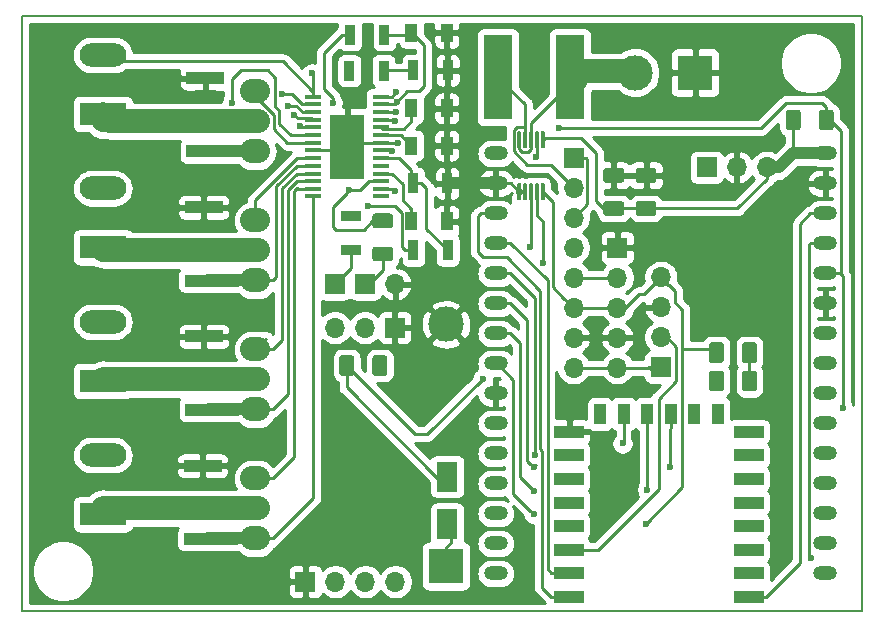
<source format=gbr>
%TF.GenerationSoftware,KiCad,Pcbnew,5.1.5-52549c5~84~ubuntu18.04.1*%
%TF.CreationDate,2020-07-26T00:26:10-03:00*%
%TF.ProjectId,Placa tesis,506c6163-6120-4746-9573-69732e6b6963,rev?*%
%TF.SameCoordinates,Original*%
%TF.FileFunction,Copper,L1,Top*%
%TF.FilePolarity,Positive*%
%FSLAX46Y46*%
G04 Gerber Fmt 4.6, Leading zero omitted, Abs format (unit mm)*
G04 Created by KiCad (PCBNEW 5.1.5-52549c5~84~ubuntu18.04.1) date 2020-07-26 00:26:10*
%MOMM*%
%LPD*%
G04 APERTURE LIST*
%TA.AperFunction,Profile*%
%ADD10C,0.150000*%
%TD*%
%TA.AperFunction,SMDPad,CuDef*%
%ADD11R,2.450000X7.190000*%
%TD*%
%TA.AperFunction,ComponentPad*%
%ADD12R,1.700000X1.700000*%
%TD*%
%TA.AperFunction,ComponentPad*%
%ADD13O,1.700000X1.700000*%
%TD*%
%TA.AperFunction,SMDPad,CuDef*%
%ADD14C,0.100000*%
%TD*%
%TA.AperFunction,ComponentPad*%
%ADD15R,3.960000X1.980000*%
%TD*%
%TA.AperFunction,ComponentPad*%
%ADD16O,3.960000X1.980000*%
%TD*%
%TA.AperFunction,ComponentPad*%
%ADD17O,2.540000X2.032000*%
%TD*%
%TA.AperFunction,ComponentPad*%
%ADD18O,2.000000X1.200000*%
%TD*%
%TA.AperFunction,SMDPad,CuDef*%
%ADD19R,2.500000X1.000000*%
%TD*%
%TA.AperFunction,SMDPad,CuDef*%
%ADD20R,1.000000X1.800000*%
%TD*%
%TA.AperFunction,SMDPad,CuDef*%
%ADD21R,2.997200X5.511800*%
%TD*%
%TA.AperFunction,SMDPad,CuDef*%
%ADD22R,1.422400X0.355600*%
%TD*%
%TA.AperFunction,SMDPad,CuDef*%
%ADD23R,1.000000X1.600000*%
%TD*%
%TA.AperFunction,SMDPad,CuDef*%
%ADD24R,0.900000X1.700000*%
%TD*%
%TA.AperFunction,SMDPad,CuDef*%
%ADD25R,3.200000X1.000000*%
%TD*%
%TA.AperFunction,SMDPad,CuDef*%
%ADD26R,1.700000X0.900000*%
%TD*%
%TA.AperFunction,ComponentPad*%
%ADD27C,3.000000*%
%TD*%
%TA.AperFunction,ComponentPad*%
%ADD28R,3.000000X3.000000*%
%TD*%
%TA.AperFunction,SMDPad,CuDef*%
%ADD29R,1.800000X2.500000*%
%TD*%
%TA.AperFunction,ViaPad*%
%ADD30C,0.600000*%
%TD*%
%TA.AperFunction,Conductor*%
%ADD31C,0.250000*%
%TD*%
%TA.AperFunction,Conductor*%
%ADD32C,0.500000*%
%TD*%
%TA.AperFunction,Conductor*%
%ADD33C,1.000000*%
%TD*%
%TA.AperFunction,Conductor*%
%ADD34C,2.000000*%
%TD*%
%TA.AperFunction,Conductor*%
%ADD35C,0.254000*%
%TD*%
G04 APERTURE END LIST*
D10*
X82800000Y-91800000D02*
X153900000Y-91800000D01*
X153900000Y-41400000D02*
X153900000Y-91800000D01*
X82800000Y-41400000D02*
X82800000Y-91800000D01*
X82800000Y-41400000D02*
X153900000Y-41400000D01*
D11*
%TO.P,R12,2*%
%TO.N,VinS*%
X129200000Y-46600000D03*
%TO.P,R12,1*%
%TO.N,Vin*%
X123100000Y-46600000D03*
%TD*%
D12*
%TO.P,J4,1*%
%TO.N,GND*%
X114380000Y-67800000D03*
D13*
%TO.P,J4,2*%
%TO.N,D3*%
X111840000Y-67800000D03*
%TO.P,J4,3*%
%TO.N,V5*%
X109300000Y-67800000D03*
%TD*%
%TA.AperFunction,SMDPad,CuDef*%
D14*
%TO.P,R26,1*%
%TO.N,V5*%
G36*
X110699504Y-70126204D02*
G01*
X110723773Y-70129804D01*
X110747571Y-70135765D01*
X110770671Y-70144030D01*
X110792849Y-70154520D01*
X110813893Y-70167133D01*
X110833598Y-70181747D01*
X110851777Y-70198223D01*
X110868253Y-70216402D01*
X110882867Y-70236107D01*
X110895480Y-70257151D01*
X110905970Y-70279329D01*
X110914235Y-70302429D01*
X110920196Y-70326227D01*
X110923796Y-70350496D01*
X110925000Y-70375000D01*
X110925000Y-71625000D01*
X110923796Y-71649504D01*
X110920196Y-71673773D01*
X110914235Y-71697571D01*
X110905970Y-71720671D01*
X110895480Y-71742849D01*
X110882867Y-71763893D01*
X110868253Y-71783598D01*
X110851777Y-71801777D01*
X110833598Y-71818253D01*
X110813893Y-71832867D01*
X110792849Y-71845480D01*
X110770671Y-71855970D01*
X110747571Y-71864235D01*
X110723773Y-71870196D01*
X110699504Y-71873796D01*
X110675000Y-71875000D01*
X109925000Y-71875000D01*
X109900496Y-71873796D01*
X109876227Y-71870196D01*
X109852429Y-71864235D01*
X109829329Y-71855970D01*
X109807151Y-71845480D01*
X109786107Y-71832867D01*
X109766402Y-71818253D01*
X109748223Y-71801777D01*
X109731747Y-71783598D01*
X109717133Y-71763893D01*
X109704520Y-71742849D01*
X109694030Y-71720671D01*
X109685765Y-71697571D01*
X109679804Y-71673773D01*
X109676204Y-71649504D01*
X109675000Y-71625000D01*
X109675000Y-70375000D01*
X109676204Y-70350496D01*
X109679804Y-70326227D01*
X109685765Y-70302429D01*
X109694030Y-70279329D01*
X109704520Y-70257151D01*
X109717133Y-70236107D01*
X109731747Y-70216402D01*
X109748223Y-70198223D01*
X109766402Y-70181747D01*
X109786107Y-70167133D01*
X109807151Y-70154520D01*
X109829329Y-70144030D01*
X109852429Y-70135765D01*
X109876227Y-70129804D01*
X109900496Y-70126204D01*
X109925000Y-70125000D01*
X110675000Y-70125000D01*
X110699504Y-70126204D01*
G37*
%TD.AperFunction*%
%TA.AperFunction,SMDPad,CuDef*%
%TO.P,R26,2*%
%TO.N,D3*%
G36*
X113499504Y-70126204D02*
G01*
X113523773Y-70129804D01*
X113547571Y-70135765D01*
X113570671Y-70144030D01*
X113592849Y-70154520D01*
X113613893Y-70167133D01*
X113633598Y-70181747D01*
X113651777Y-70198223D01*
X113668253Y-70216402D01*
X113682867Y-70236107D01*
X113695480Y-70257151D01*
X113705970Y-70279329D01*
X113714235Y-70302429D01*
X113720196Y-70326227D01*
X113723796Y-70350496D01*
X113725000Y-70375000D01*
X113725000Y-71625000D01*
X113723796Y-71649504D01*
X113720196Y-71673773D01*
X113714235Y-71697571D01*
X113705970Y-71720671D01*
X113695480Y-71742849D01*
X113682867Y-71763893D01*
X113668253Y-71783598D01*
X113651777Y-71801777D01*
X113633598Y-71818253D01*
X113613893Y-71832867D01*
X113592849Y-71845480D01*
X113570671Y-71855970D01*
X113547571Y-71864235D01*
X113523773Y-71870196D01*
X113499504Y-71873796D01*
X113475000Y-71875000D01*
X112725000Y-71875000D01*
X112700496Y-71873796D01*
X112676227Y-71870196D01*
X112652429Y-71864235D01*
X112629329Y-71855970D01*
X112607151Y-71845480D01*
X112586107Y-71832867D01*
X112566402Y-71818253D01*
X112548223Y-71801777D01*
X112531747Y-71783598D01*
X112517133Y-71763893D01*
X112504520Y-71742849D01*
X112494030Y-71720671D01*
X112485765Y-71697571D01*
X112479804Y-71673773D01*
X112476204Y-71649504D01*
X112475000Y-71625000D01*
X112475000Y-70375000D01*
X112476204Y-70350496D01*
X112479804Y-70326227D01*
X112485765Y-70302429D01*
X112494030Y-70279329D01*
X112504520Y-70257151D01*
X112517133Y-70236107D01*
X112531747Y-70216402D01*
X112548223Y-70198223D01*
X112566402Y-70181747D01*
X112586107Y-70167133D01*
X112607151Y-70154520D01*
X112629329Y-70144030D01*
X112652429Y-70135765D01*
X112676227Y-70129804D01*
X112700496Y-70126204D01*
X112725000Y-70125000D01*
X113475000Y-70125000D01*
X113499504Y-70126204D01*
G37*
%TD.AperFunction*%
%TD*%
D15*
%TO.P,D4,1*%
%TO.N,DR4*%
X89651000Y-49700000D03*
D16*
%TO.P,D4,2*%
%TO.N,Vin*%
X89651000Y-44700000D03*
%TD*%
%TA.AperFunction,SMDPad,CuDef*%
D14*
%TO.P,R15,1*%
%TO.N,V5*%
G36*
X148499504Y-49326204D02*
G01*
X148523773Y-49329804D01*
X148547571Y-49335765D01*
X148570671Y-49344030D01*
X148592849Y-49354520D01*
X148613893Y-49367133D01*
X148633598Y-49381747D01*
X148651777Y-49398223D01*
X148668253Y-49416402D01*
X148682867Y-49436107D01*
X148695480Y-49457151D01*
X148705970Y-49479329D01*
X148714235Y-49502429D01*
X148720196Y-49526227D01*
X148723796Y-49550496D01*
X148725000Y-49575000D01*
X148725000Y-50825000D01*
X148723796Y-50849504D01*
X148720196Y-50873773D01*
X148714235Y-50897571D01*
X148705970Y-50920671D01*
X148695480Y-50942849D01*
X148682867Y-50963893D01*
X148668253Y-50983598D01*
X148651777Y-51001777D01*
X148633598Y-51018253D01*
X148613893Y-51032867D01*
X148592849Y-51045480D01*
X148570671Y-51055970D01*
X148547571Y-51064235D01*
X148523773Y-51070196D01*
X148499504Y-51073796D01*
X148475000Y-51075000D01*
X147725000Y-51075000D01*
X147700496Y-51073796D01*
X147676227Y-51070196D01*
X147652429Y-51064235D01*
X147629329Y-51055970D01*
X147607151Y-51045480D01*
X147586107Y-51032867D01*
X147566402Y-51018253D01*
X147548223Y-51001777D01*
X147531747Y-50983598D01*
X147517133Y-50963893D01*
X147504520Y-50942849D01*
X147494030Y-50920671D01*
X147485765Y-50897571D01*
X147479804Y-50873773D01*
X147476204Y-50849504D01*
X147475000Y-50825000D01*
X147475000Y-49575000D01*
X147476204Y-49550496D01*
X147479804Y-49526227D01*
X147485765Y-49502429D01*
X147494030Y-49479329D01*
X147504520Y-49457151D01*
X147517133Y-49436107D01*
X147531747Y-49416402D01*
X147548223Y-49398223D01*
X147566402Y-49381747D01*
X147586107Y-49367133D01*
X147607151Y-49354520D01*
X147629329Y-49344030D01*
X147652429Y-49335765D01*
X147676227Y-49329804D01*
X147700496Y-49326204D01*
X147725000Y-49325000D01*
X148475000Y-49325000D01*
X148499504Y-49326204D01*
G37*
%TD.AperFunction*%
%TA.AperFunction,SMDPad,CuDef*%
%TO.P,R15,2*%
%TO.N,Net-(R15-Pad2)*%
G36*
X151299504Y-49326204D02*
G01*
X151323773Y-49329804D01*
X151347571Y-49335765D01*
X151370671Y-49344030D01*
X151392849Y-49354520D01*
X151413893Y-49367133D01*
X151433598Y-49381747D01*
X151451777Y-49398223D01*
X151468253Y-49416402D01*
X151482867Y-49436107D01*
X151495480Y-49457151D01*
X151505970Y-49479329D01*
X151514235Y-49502429D01*
X151520196Y-49526227D01*
X151523796Y-49550496D01*
X151525000Y-49575000D01*
X151525000Y-50825000D01*
X151523796Y-50849504D01*
X151520196Y-50873773D01*
X151514235Y-50897571D01*
X151505970Y-50920671D01*
X151495480Y-50942849D01*
X151482867Y-50963893D01*
X151468253Y-50983598D01*
X151451777Y-51001777D01*
X151433598Y-51018253D01*
X151413893Y-51032867D01*
X151392849Y-51045480D01*
X151370671Y-51055970D01*
X151347571Y-51064235D01*
X151323773Y-51070196D01*
X151299504Y-51073796D01*
X151275000Y-51075000D01*
X150525000Y-51075000D01*
X150500496Y-51073796D01*
X150476227Y-51070196D01*
X150452429Y-51064235D01*
X150429329Y-51055970D01*
X150407151Y-51045480D01*
X150386107Y-51032867D01*
X150366402Y-51018253D01*
X150348223Y-51001777D01*
X150331747Y-50983598D01*
X150317133Y-50963893D01*
X150304520Y-50942849D01*
X150294030Y-50920671D01*
X150285765Y-50897571D01*
X150279804Y-50873773D01*
X150276204Y-50849504D01*
X150275000Y-50825000D01*
X150275000Y-49575000D01*
X150276204Y-49550496D01*
X150279804Y-49526227D01*
X150285765Y-49502429D01*
X150294030Y-49479329D01*
X150304520Y-49457151D01*
X150317133Y-49436107D01*
X150331747Y-49416402D01*
X150348223Y-49398223D01*
X150366402Y-49381747D01*
X150386107Y-49367133D01*
X150407151Y-49354520D01*
X150429329Y-49344030D01*
X150452429Y-49335765D01*
X150476227Y-49329804D01*
X150500496Y-49326204D01*
X150525000Y-49325000D01*
X151275000Y-49325000D01*
X151299504Y-49326204D01*
G37*
%TD.AperFunction*%
%TD*%
D12*
%TO.P,J13,1*%
%TO.N,GND*%
X133200000Y-61020000D03*
D13*
%TO.P,J13,2*%
%TO.N,D1*%
X133200000Y-63560000D03*
%TO.P,J13,3*%
%TO.N,D2*%
X133200000Y-66100000D03*
%TO.P,J13,4*%
%TO.N,GND*%
X133200000Y-68640000D03*
%TO.P,J13,5*%
%TO.N,V5*%
X133200000Y-71180000D03*
%TD*%
%TA.AperFunction,SMDPad,CuDef*%
D14*
%TO.P,U3,1*%
%TO.N,GND*%
G36*
X124982351Y-55575361D02*
G01*
X124989632Y-55576441D01*
X124996771Y-55578229D01*
X125003701Y-55580709D01*
X125010355Y-55583856D01*
X125016668Y-55587640D01*
X125022579Y-55592024D01*
X125028033Y-55596967D01*
X125032976Y-55602421D01*
X125037360Y-55608332D01*
X125041144Y-55614645D01*
X125044291Y-55621299D01*
X125046771Y-55628229D01*
X125048559Y-55635368D01*
X125049639Y-55642649D01*
X125050000Y-55650000D01*
X125050000Y-56950000D01*
X125049639Y-56957351D01*
X125048559Y-56964632D01*
X125046771Y-56971771D01*
X125044291Y-56978701D01*
X125041144Y-56985355D01*
X125037360Y-56991668D01*
X125032976Y-56997579D01*
X125028033Y-57003033D01*
X125022579Y-57007976D01*
X125016668Y-57012360D01*
X125010355Y-57016144D01*
X125003701Y-57019291D01*
X124996771Y-57021771D01*
X124989632Y-57023559D01*
X124982351Y-57024639D01*
X124975000Y-57025000D01*
X124825000Y-57025000D01*
X124817649Y-57024639D01*
X124810368Y-57023559D01*
X124803229Y-57021771D01*
X124796299Y-57019291D01*
X124789645Y-57016144D01*
X124783332Y-57012360D01*
X124777421Y-57007976D01*
X124771967Y-57003033D01*
X124767024Y-56997579D01*
X124762640Y-56991668D01*
X124758856Y-56985355D01*
X124755709Y-56978701D01*
X124753229Y-56971771D01*
X124751441Y-56964632D01*
X124750361Y-56957351D01*
X124750000Y-56950000D01*
X124750000Y-55650000D01*
X124750361Y-55642649D01*
X124751441Y-55635368D01*
X124753229Y-55628229D01*
X124755709Y-55621299D01*
X124758856Y-55614645D01*
X124762640Y-55608332D01*
X124767024Y-55602421D01*
X124771967Y-55596967D01*
X124777421Y-55592024D01*
X124783332Y-55587640D01*
X124789645Y-55583856D01*
X124796299Y-55580709D01*
X124803229Y-55578229D01*
X124810368Y-55576441D01*
X124817649Y-55575361D01*
X124825000Y-55575000D01*
X124975000Y-55575000D01*
X124982351Y-55575361D01*
G37*
%TD.AperFunction*%
%TA.AperFunction,SMDPad,CuDef*%
%TO.P,U3,2*%
G36*
X125482351Y-55575361D02*
G01*
X125489632Y-55576441D01*
X125496771Y-55578229D01*
X125503701Y-55580709D01*
X125510355Y-55583856D01*
X125516668Y-55587640D01*
X125522579Y-55592024D01*
X125528033Y-55596967D01*
X125532976Y-55602421D01*
X125537360Y-55608332D01*
X125541144Y-55614645D01*
X125544291Y-55621299D01*
X125546771Y-55628229D01*
X125548559Y-55635368D01*
X125549639Y-55642649D01*
X125550000Y-55650000D01*
X125550000Y-56950000D01*
X125549639Y-56957351D01*
X125548559Y-56964632D01*
X125546771Y-56971771D01*
X125544291Y-56978701D01*
X125541144Y-56985355D01*
X125537360Y-56991668D01*
X125532976Y-56997579D01*
X125528033Y-57003033D01*
X125522579Y-57007976D01*
X125516668Y-57012360D01*
X125510355Y-57016144D01*
X125503701Y-57019291D01*
X125496771Y-57021771D01*
X125489632Y-57023559D01*
X125482351Y-57024639D01*
X125475000Y-57025000D01*
X125325000Y-57025000D01*
X125317649Y-57024639D01*
X125310368Y-57023559D01*
X125303229Y-57021771D01*
X125296299Y-57019291D01*
X125289645Y-57016144D01*
X125283332Y-57012360D01*
X125277421Y-57007976D01*
X125271967Y-57003033D01*
X125267024Y-56997579D01*
X125262640Y-56991668D01*
X125258856Y-56985355D01*
X125255709Y-56978701D01*
X125253229Y-56971771D01*
X125251441Y-56964632D01*
X125250361Y-56957351D01*
X125250000Y-56950000D01*
X125250000Y-55650000D01*
X125250361Y-55642649D01*
X125251441Y-55635368D01*
X125253229Y-55628229D01*
X125255709Y-55621299D01*
X125258856Y-55614645D01*
X125262640Y-55608332D01*
X125267024Y-55602421D01*
X125271967Y-55596967D01*
X125277421Y-55592024D01*
X125283332Y-55587640D01*
X125289645Y-55583856D01*
X125296299Y-55580709D01*
X125303229Y-55578229D01*
X125310368Y-55576441D01*
X125317649Y-55575361D01*
X125325000Y-55575000D01*
X125475000Y-55575000D01*
X125482351Y-55575361D01*
G37*
%TD.AperFunction*%
%TA.AperFunction,SMDPad,CuDef*%
%TO.P,U3,3*%
%TO.N,ALARM*%
G36*
X125982351Y-55575361D02*
G01*
X125989632Y-55576441D01*
X125996771Y-55578229D01*
X126003701Y-55580709D01*
X126010355Y-55583856D01*
X126016668Y-55587640D01*
X126022579Y-55592024D01*
X126028033Y-55596967D01*
X126032976Y-55602421D01*
X126037360Y-55608332D01*
X126041144Y-55614645D01*
X126044291Y-55621299D01*
X126046771Y-55628229D01*
X126048559Y-55635368D01*
X126049639Y-55642649D01*
X126050000Y-55650000D01*
X126050000Y-56950000D01*
X126049639Y-56957351D01*
X126048559Y-56964632D01*
X126046771Y-56971771D01*
X126044291Y-56978701D01*
X126041144Y-56985355D01*
X126037360Y-56991668D01*
X126032976Y-56997579D01*
X126028033Y-57003033D01*
X126022579Y-57007976D01*
X126016668Y-57012360D01*
X126010355Y-57016144D01*
X126003701Y-57019291D01*
X125996771Y-57021771D01*
X125989632Y-57023559D01*
X125982351Y-57024639D01*
X125975000Y-57025000D01*
X125825000Y-57025000D01*
X125817649Y-57024639D01*
X125810368Y-57023559D01*
X125803229Y-57021771D01*
X125796299Y-57019291D01*
X125789645Y-57016144D01*
X125783332Y-57012360D01*
X125777421Y-57007976D01*
X125771967Y-57003033D01*
X125767024Y-56997579D01*
X125762640Y-56991668D01*
X125758856Y-56985355D01*
X125755709Y-56978701D01*
X125753229Y-56971771D01*
X125751441Y-56964632D01*
X125750361Y-56957351D01*
X125750000Y-56950000D01*
X125750000Y-55650000D01*
X125750361Y-55642649D01*
X125751441Y-55635368D01*
X125753229Y-55628229D01*
X125755709Y-55621299D01*
X125758856Y-55614645D01*
X125762640Y-55608332D01*
X125767024Y-55602421D01*
X125771967Y-55596967D01*
X125777421Y-55592024D01*
X125783332Y-55587640D01*
X125789645Y-55583856D01*
X125796299Y-55580709D01*
X125803229Y-55578229D01*
X125810368Y-55576441D01*
X125817649Y-55575361D01*
X125825000Y-55575000D01*
X125975000Y-55575000D01*
X125982351Y-55575361D01*
G37*
%TD.AperFunction*%
%TA.AperFunction,SMDPad,CuDef*%
%TO.P,U3,4*%
%TO.N,D1*%
G36*
X126482351Y-55575361D02*
G01*
X126489632Y-55576441D01*
X126496771Y-55578229D01*
X126503701Y-55580709D01*
X126510355Y-55583856D01*
X126516668Y-55587640D01*
X126522579Y-55592024D01*
X126528033Y-55596967D01*
X126532976Y-55602421D01*
X126537360Y-55608332D01*
X126541144Y-55614645D01*
X126544291Y-55621299D01*
X126546771Y-55628229D01*
X126548559Y-55635368D01*
X126549639Y-55642649D01*
X126550000Y-55650000D01*
X126550000Y-56950000D01*
X126549639Y-56957351D01*
X126548559Y-56964632D01*
X126546771Y-56971771D01*
X126544291Y-56978701D01*
X126541144Y-56985355D01*
X126537360Y-56991668D01*
X126532976Y-56997579D01*
X126528033Y-57003033D01*
X126522579Y-57007976D01*
X126516668Y-57012360D01*
X126510355Y-57016144D01*
X126503701Y-57019291D01*
X126496771Y-57021771D01*
X126489632Y-57023559D01*
X126482351Y-57024639D01*
X126475000Y-57025000D01*
X126325000Y-57025000D01*
X126317649Y-57024639D01*
X126310368Y-57023559D01*
X126303229Y-57021771D01*
X126296299Y-57019291D01*
X126289645Y-57016144D01*
X126283332Y-57012360D01*
X126277421Y-57007976D01*
X126271967Y-57003033D01*
X126267024Y-56997579D01*
X126262640Y-56991668D01*
X126258856Y-56985355D01*
X126255709Y-56978701D01*
X126253229Y-56971771D01*
X126251441Y-56964632D01*
X126250361Y-56957351D01*
X126250000Y-56950000D01*
X126250000Y-55650000D01*
X126250361Y-55642649D01*
X126251441Y-55635368D01*
X126253229Y-55628229D01*
X126255709Y-55621299D01*
X126258856Y-55614645D01*
X126262640Y-55608332D01*
X126267024Y-55602421D01*
X126271967Y-55596967D01*
X126277421Y-55592024D01*
X126283332Y-55587640D01*
X126289645Y-55583856D01*
X126296299Y-55580709D01*
X126303229Y-55578229D01*
X126310368Y-55576441D01*
X126317649Y-55575361D01*
X126325000Y-55575000D01*
X126475000Y-55575000D01*
X126482351Y-55575361D01*
G37*
%TD.AperFunction*%
%TA.AperFunction,SMDPad,CuDef*%
%TO.P,U3,5*%
%TO.N,D2*%
G36*
X126982351Y-55575361D02*
G01*
X126989632Y-55576441D01*
X126996771Y-55578229D01*
X127003701Y-55580709D01*
X127010355Y-55583856D01*
X127016668Y-55587640D01*
X127022579Y-55592024D01*
X127028033Y-55596967D01*
X127032976Y-55602421D01*
X127037360Y-55608332D01*
X127041144Y-55614645D01*
X127044291Y-55621299D01*
X127046771Y-55628229D01*
X127048559Y-55635368D01*
X127049639Y-55642649D01*
X127050000Y-55650000D01*
X127050000Y-56950000D01*
X127049639Y-56957351D01*
X127048559Y-56964632D01*
X127046771Y-56971771D01*
X127044291Y-56978701D01*
X127041144Y-56985355D01*
X127037360Y-56991668D01*
X127032976Y-56997579D01*
X127028033Y-57003033D01*
X127022579Y-57007976D01*
X127016668Y-57012360D01*
X127010355Y-57016144D01*
X127003701Y-57019291D01*
X126996771Y-57021771D01*
X126989632Y-57023559D01*
X126982351Y-57024639D01*
X126975000Y-57025000D01*
X126825000Y-57025000D01*
X126817649Y-57024639D01*
X126810368Y-57023559D01*
X126803229Y-57021771D01*
X126796299Y-57019291D01*
X126789645Y-57016144D01*
X126783332Y-57012360D01*
X126777421Y-57007976D01*
X126771967Y-57003033D01*
X126767024Y-56997579D01*
X126762640Y-56991668D01*
X126758856Y-56985355D01*
X126755709Y-56978701D01*
X126753229Y-56971771D01*
X126751441Y-56964632D01*
X126750361Y-56957351D01*
X126750000Y-56950000D01*
X126750000Y-55650000D01*
X126750361Y-55642649D01*
X126751441Y-55635368D01*
X126753229Y-55628229D01*
X126755709Y-55621299D01*
X126758856Y-55614645D01*
X126762640Y-55608332D01*
X126767024Y-55602421D01*
X126771967Y-55596967D01*
X126777421Y-55592024D01*
X126783332Y-55587640D01*
X126789645Y-55583856D01*
X126796299Y-55580709D01*
X126803229Y-55578229D01*
X126810368Y-55576441D01*
X126817649Y-55575361D01*
X126825000Y-55575000D01*
X126975000Y-55575000D01*
X126982351Y-55575361D01*
G37*
%TD.AperFunction*%
%TA.AperFunction,SMDPad,CuDef*%
%TO.P,U3,6*%
%TO.N,V5*%
G36*
X126982351Y-51175361D02*
G01*
X126989632Y-51176441D01*
X126996771Y-51178229D01*
X127003701Y-51180709D01*
X127010355Y-51183856D01*
X127016668Y-51187640D01*
X127022579Y-51192024D01*
X127028033Y-51196967D01*
X127032976Y-51202421D01*
X127037360Y-51208332D01*
X127041144Y-51214645D01*
X127044291Y-51221299D01*
X127046771Y-51228229D01*
X127048559Y-51235368D01*
X127049639Y-51242649D01*
X127050000Y-51250000D01*
X127050000Y-52550000D01*
X127049639Y-52557351D01*
X127048559Y-52564632D01*
X127046771Y-52571771D01*
X127044291Y-52578701D01*
X127041144Y-52585355D01*
X127037360Y-52591668D01*
X127032976Y-52597579D01*
X127028033Y-52603033D01*
X127022579Y-52607976D01*
X127016668Y-52612360D01*
X127010355Y-52616144D01*
X127003701Y-52619291D01*
X126996771Y-52621771D01*
X126989632Y-52623559D01*
X126982351Y-52624639D01*
X126975000Y-52625000D01*
X126825000Y-52625000D01*
X126817649Y-52624639D01*
X126810368Y-52623559D01*
X126803229Y-52621771D01*
X126796299Y-52619291D01*
X126789645Y-52616144D01*
X126783332Y-52612360D01*
X126777421Y-52607976D01*
X126771967Y-52603033D01*
X126767024Y-52597579D01*
X126762640Y-52591668D01*
X126758856Y-52585355D01*
X126755709Y-52578701D01*
X126753229Y-52571771D01*
X126751441Y-52564632D01*
X126750361Y-52557351D01*
X126750000Y-52550000D01*
X126750000Y-51250000D01*
X126750361Y-51242649D01*
X126751441Y-51235368D01*
X126753229Y-51228229D01*
X126755709Y-51221299D01*
X126758856Y-51214645D01*
X126762640Y-51208332D01*
X126767024Y-51202421D01*
X126771967Y-51196967D01*
X126777421Y-51192024D01*
X126783332Y-51187640D01*
X126789645Y-51183856D01*
X126796299Y-51180709D01*
X126803229Y-51178229D01*
X126810368Y-51176441D01*
X126817649Y-51175361D01*
X126825000Y-51175000D01*
X126975000Y-51175000D01*
X126982351Y-51175361D01*
G37*
%TD.AperFunction*%
%TA.AperFunction,SMDPad,CuDef*%
%TO.P,U3,7*%
%TO.N,GND*%
G36*
X126482351Y-51175361D02*
G01*
X126489632Y-51176441D01*
X126496771Y-51178229D01*
X126503701Y-51180709D01*
X126510355Y-51183856D01*
X126516668Y-51187640D01*
X126522579Y-51192024D01*
X126528033Y-51196967D01*
X126532976Y-51202421D01*
X126537360Y-51208332D01*
X126541144Y-51214645D01*
X126544291Y-51221299D01*
X126546771Y-51228229D01*
X126548559Y-51235368D01*
X126549639Y-51242649D01*
X126550000Y-51250000D01*
X126550000Y-52550000D01*
X126549639Y-52557351D01*
X126548559Y-52564632D01*
X126546771Y-52571771D01*
X126544291Y-52578701D01*
X126541144Y-52585355D01*
X126537360Y-52591668D01*
X126532976Y-52597579D01*
X126528033Y-52603033D01*
X126522579Y-52607976D01*
X126516668Y-52612360D01*
X126510355Y-52616144D01*
X126503701Y-52619291D01*
X126496771Y-52621771D01*
X126489632Y-52623559D01*
X126482351Y-52624639D01*
X126475000Y-52625000D01*
X126325000Y-52625000D01*
X126317649Y-52624639D01*
X126310368Y-52623559D01*
X126303229Y-52621771D01*
X126296299Y-52619291D01*
X126289645Y-52616144D01*
X126283332Y-52612360D01*
X126277421Y-52607976D01*
X126271967Y-52603033D01*
X126267024Y-52597579D01*
X126262640Y-52591668D01*
X126258856Y-52585355D01*
X126255709Y-52578701D01*
X126253229Y-52571771D01*
X126251441Y-52564632D01*
X126250361Y-52557351D01*
X126250000Y-52550000D01*
X126250000Y-51250000D01*
X126250361Y-51242649D01*
X126251441Y-51235368D01*
X126253229Y-51228229D01*
X126255709Y-51221299D01*
X126258856Y-51214645D01*
X126262640Y-51208332D01*
X126267024Y-51202421D01*
X126271967Y-51196967D01*
X126277421Y-51192024D01*
X126283332Y-51187640D01*
X126289645Y-51183856D01*
X126296299Y-51180709D01*
X126303229Y-51178229D01*
X126310368Y-51176441D01*
X126317649Y-51175361D01*
X126325000Y-51175000D01*
X126475000Y-51175000D01*
X126482351Y-51175361D01*
G37*
%TD.AperFunction*%
%TA.AperFunction,SMDPad,CuDef*%
%TO.P,U3,8*%
%TO.N,VinS*%
G36*
X125982351Y-51175361D02*
G01*
X125989632Y-51176441D01*
X125996771Y-51178229D01*
X126003701Y-51180709D01*
X126010355Y-51183856D01*
X126016668Y-51187640D01*
X126022579Y-51192024D01*
X126028033Y-51196967D01*
X126032976Y-51202421D01*
X126037360Y-51208332D01*
X126041144Y-51214645D01*
X126044291Y-51221299D01*
X126046771Y-51228229D01*
X126048559Y-51235368D01*
X126049639Y-51242649D01*
X126050000Y-51250000D01*
X126050000Y-52550000D01*
X126049639Y-52557351D01*
X126048559Y-52564632D01*
X126046771Y-52571771D01*
X126044291Y-52578701D01*
X126041144Y-52585355D01*
X126037360Y-52591668D01*
X126032976Y-52597579D01*
X126028033Y-52603033D01*
X126022579Y-52607976D01*
X126016668Y-52612360D01*
X126010355Y-52616144D01*
X126003701Y-52619291D01*
X125996771Y-52621771D01*
X125989632Y-52623559D01*
X125982351Y-52624639D01*
X125975000Y-52625000D01*
X125825000Y-52625000D01*
X125817649Y-52624639D01*
X125810368Y-52623559D01*
X125803229Y-52621771D01*
X125796299Y-52619291D01*
X125789645Y-52616144D01*
X125783332Y-52612360D01*
X125777421Y-52607976D01*
X125771967Y-52603033D01*
X125767024Y-52597579D01*
X125762640Y-52591668D01*
X125758856Y-52585355D01*
X125755709Y-52578701D01*
X125753229Y-52571771D01*
X125751441Y-52564632D01*
X125750361Y-52557351D01*
X125750000Y-52550000D01*
X125750000Y-51250000D01*
X125750361Y-51242649D01*
X125751441Y-51235368D01*
X125753229Y-51228229D01*
X125755709Y-51221299D01*
X125758856Y-51214645D01*
X125762640Y-51208332D01*
X125767024Y-51202421D01*
X125771967Y-51196967D01*
X125777421Y-51192024D01*
X125783332Y-51187640D01*
X125789645Y-51183856D01*
X125796299Y-51180709D01*
X125803229Y-51178229D01*
X125810368Y-51176441D01*
X125817649Y-51175361D01*
X125825000Y-51175000D01*
X125975000Y-51175000D01*
X125982351Y-51175361D01*
G37*
%TD.AperFunction*%
%TA.AperFunction,SMDPad,CuDef*%
%TO.P,U3,9*%
%TO.N,Vin*%
G36*
X125482351Y-51175361D02*
G01*
X125489632Y-51176441D01*
X125496771Y-51178229D01*
X125503701Y-51180709D01*
X125510355Y-51183856D01*
X125516668Y-51187640D01*
X125522579Y-51192024D01*
X125528033Y-51196967D01*
X125532976Y-51202421D01*
X125537360Y-51208332D01*
X125541144Y-51214645D01*
X125544291Y-51221299D01*
X125546771Y-51228229D01*
X125548559Y-51235368D01*
X125549639Y-51242649D01*
X125550000Y-51250000D01*
X125550000Y-52550000D01*
X125549639Y-52557351D01*
X125548559Y-52564632D01*
X125546771Y-52571771D01*
X125544291Y-52578701D01*
X125541144Y-52585355D01*
X125537360Y-52591668D01*
X125532976Y-52597579D01*
X125528033Y-52603033D01*
X125522579Y-52607976D01*
X125516668Y-52612360D01*
X125510355Y-52616144D01*
X125503701Y-52619291D01*
X125496771Y-52621771D01*
X125489632Y-52623559D01*
X125482351Y-52624639D01*
X125475000Y-52625000D01*
X125325000Y-52625000D01*
X125317649Y-52624639D01*
X125310368Y-52623559D01*
X125303229Y-52621771D01*
X125296299Y-52619291D01*
X125289645Y-52616144D01*
X125283332Y-52612360D01*
X125277421Y-52607976D01*
X125271967Y-52603033D01*
X125267024Y-52597579D01*
X125262640Y-52591668D01*
X125258856Y-52585355D01*
X125255709Y-52578701D01*
X125253229Y-52571771D01*
X125251441Y-52564632D01*
X125250361Y-52557351D01*
X125250000Y-52550000D01*
X125250000Y-51250000D01*
X125250361Y-51242649D01*
X125251441Y-51235368D01*
X125253229Y-51228229D01*
X125255709Y-51221299D01*
X125258856Y-51214645D01*
X125262640Y-51208332D01*
X125267024Y-51202421D01*
X125271967Y-51196967D01*
X125277421Y-51192024D01*
X125283332Y-51187640D01*
X125289645Y-51183856D01*
X125296299Y-51180709D01*
X125303229Y-51178229D01*
X125310368Y-51176441D01*
X125317649Y-51175361D01*
X125325000Y-51175000D01*
X125475000Y-51175000D01*
X125482351Y-51175361D01*
G37*
%TD.AperFunction*%
%TA.AperFunction,SMDPad,CuDef*%
%TO.P,U3,10*%
%TO.N,VinS*%
G36*
X124982351Y-51175361D02*
G01*
X124989632Y-51176441D01*
X124996771Y-51178229D01*
X125003701Y-51180709D01*
X125010355Y-51183856D01*
X125016668Y-51187640D01*
X125022579Y-51192024D01*
X125028033Y-51196967D01*
X125032976Y-51202421D01*
X125037360Y-51208332D01*
X125041144Y-51214645D01*
X125044291Y-51221299D01*
X125046771Y-51228229D01*
X125048559Y-51235368D01*
X125049639Y-51242649D01*
X125050000Y-51250000D01*
X125050000Y-52550000D01*
X125049639Y-52557351D01*
X125048559Y-52564632D01*
X125046771Y-52571771D01*
X125044291Y-52578701D01*
X125041144Y-52585355D01*
X125037360Y-52591668D01*
X125032976Y-52597579D01*
X125028033Y-52603033D01*
X125022579Y-52607976D01*
X125016668Y-52612360D01*
X125010355Y-52616144D01*
X125003701Y-52619291D01*
X124996771Y-52621771D01*
X124989632Y-52623559D01*
X124982351Y-52624639D01*
X124975000Y-52625000D01*
X124825000Y-52625000D01*
X124817649Y-52624639D01*
X124810368Y-52623559D01*
X124803229Y-52621771D01*
X124796299Y-52619291D01*
X124789645Y-52616144D01*
X124783332Y-52612360D01*
X124777421Y-52607976D01*
X124771967Y-52603033D01*
X124767024Y-52597579D01*
X124762640Y-52591668D01*
X124758856Y-52585355D01*
X124755709Y-52578701D01*
X124753229Y-52571771D01*
X124751441Y-52564632D01*
X124750361Y-52557351D01*
X124750000Y-52550000D01*
X124750000Y-51250000D01*
X124750361Y-51242649D01*
X124751441Y-51235368D01*
X124753229Y-51228229D01*
X124755709Y-51221299D01*
X124758856Y-51214645D01*
X124762640Y-51208332D01*
X124767024Y-51202421D01*
X124771967Y-51196967D01*
X124777421Y-51192024D01*
X124783332Y-51187640D01*
X124789645Y-51183856D01*
X124796299Y-51180709D01*
X124803229Y-51178229D01*
X124810368Y-51176441D01*
X124817649Y-51175361D01*
X124825000Y-51175000D01*
X124975000Y-51175000D01*
X124982351Y-51175361D01*
G37*
%TD.AperFunction*%
%TD*%
D12*
%TO.P,J14,1*%
%TO.N,VinS*%
X129500000Y-53400000D03*
D13*
%TO.P,J14,2*%
%TO.N,Vin*%
X129500000Y-55940000D03*
%TO.P,J14,3*%
%TO.N,VinS*%
X129500000Y-58480000D03*
%TO.P,J14,4*%
%TO.N,ALARM*%
X129500000Y-61020000D03*
%TO.P,J14,5*%
%TO.N,D1*%
X129500000Y-63560000D03*
%TO.P,J14,6*%
%TO.N,D2*%
X129500000Y-66100000D03*
%TO.P,J14,7*%
%TO.N,GND*%
X129500000Y-68640000D03*
%TO.P,J14,8*%
%TO.N,V5*%
X129500000Y-71180000D03*
%TD*%
D12*
%TO.P,J15,1*%
%TO.N,V5*%
X136900000Y-71140000D03*
D13*
%TO.P,J15,2*%
%TO.N,D1*%
X136900000Y-68600000D03*
%TO.P,J15,3*%
%TO.N,GND*%
X136900000Y-66060000D03*
%TO.P,J15,4*%
%TO.N,D2*%
X136900000Y-63520000D03*
%TD*%
D17*
%TO.P,Q4,2*%
%TO.N,DR4*%
X102541500Y-50335500D03*
%TO.P,Q4,3*%
%TO.N,SE4*%
X102541500Y-52875500D03*
%TO.P,Q4,1*%
%TO.N,GD4*%
X102541500Y-47795500D03*
%TD*%
D18*
%TO.P,U2,15*%
%TO.N,V5*%
X150811500Y-53040000D03*
%TO.P,U2,16*%
%TO.N,Net-(R15-Pad2)*%
X122911500Y-53040000D03*
%TO.P,U2,14*%
%TO.N,GND*%
X150811500Y-55580000D03*
%TO.P,U2,17*%
X122911500Y-55580000D03*
%TO.P,U2,13*%
%TO.N,RST_esp*%
X150811500Y-58120000D03*
%TO.P,U2,18*%
%TO.N,TX*%
X122911500Y-58120000D03*
%TO.P,U2,12*%
%TO.N,EN_esp*%
X150811500Y-60660000D03*
%TO.P,U2,19*%
%TO.N,RX*%
X122911500Y-60660000D03*
%TO.P,U2,11*%
%TO.N,Net-(R15-Pad2)*%
X150811500Y-63200000D03*
%TO.P,U2,20*%
%TO.N,D8*%
X122911500Y-63200000D03*
%TO.P,U2,10*%
%TO.N,GND*%
X150811500Y-65740000D03*
%TO.P,U2,21*%
%TO.N,D7*%
X122911500Y-65740000D03*
%TO.P,U2,9*%
%TO.N,SK*%
X150811500Y-68280000D03*
%TO.P,U2,22*%
%TO.N,D6*%
X122911500Y-68280000D03*
%TO.P,U2,8*%
%TO.N,S0*%
X150811500Y-70820000D03*
%TO.P,U2,23*%
%TO.N,ALARM*%
X122911500Y-70820000D03*
%TO.P,U2,7*%
%TO.N,SC*%
X150811500Y-73360000D03*
%TO.P,U2,24*%
%TO.N,GND*%
X122911500Y-73360000D03*
%TO.P,U2,6*%
%TO.N,S1*%
X150811500Y-75900000D03*
%TO.P,U2,25*%
%TO.N,Net-(R15-Pad2)*%
X122911500Y-75900000D03*
%TO.P,U2,5*%
%TO.N,S2*%
X150811500Y-78440000D03*
%TO.P,U2,26*%
%TO.N,D4*%
X122911500Y-78440000D03*
%TO.P,U2,4*%
%TO.N,S3*%
X150811500Y-80980000D03*
%TO.P,U2,27*%
%TO.N,D3*%
X122911500Y-80980000D03*
%TO.P,U2,3*%
%TO.N,Net-(U2-Pad3)*%
X150811500Y-83520000D03*
%TO.P,U2,28*%
%TO.N,D2*%
X122911500Y-83520000D03*
%TO.P,U2,2*%
%TO.N,Net-(U2-Pad2)*%
X150811500Y-86060000D03*
%TO.P,U2,29*%
%TO.N,D1*%
X122911500Y-86060000D03*
%TO.P,U2,1*%
%TO.N,A0*%
X150811500Y-88600000D03*
%TO.P,U2,30*%
%TO.N,D0*%
X122911500Y-88600000D03*
%TD*%
D19*
%TO.P,U5,22*%
%TO.N,TX*%
X129134500Y-90600000D03*
%TO.P,U5,21*%
%TO.N,RX*%
X129134500Y-88600000D03*
%TO.P,U5,20*%
%TO.N,D1*%
X129134500Y-86600000D03*
%TO.P,U5,19*%
%TO.N,D2*%
X129134500Y-84600000D03*
%TO.P,U5,18*%
%TO.N,D3*%
X129134500Y-82600000D03*
%TO.P,U5,17*%
%TO.N,D4*%
X129134500Y-80600000D03*
%TO.P,U5,16*%
%TO.N,D8*%
X129134500Y-78600000D03*
%TO.P,U5,15*%
%TO.N,GND*%
X129134500Y-76600000D03*
D20*
%TO.P,U5,14*%
%TO.N,SK*%
X131734500Y-75100000D03*
%TO.P,U5,13*%
%TO.N,S1*%
X133734500Y-75100000D03*
%TO.P,U5,12*%
%TO.N,S3*%
X135734500Y-75100000D03*
%TO.P,U5,11*%
%TO.N,S2*%
X137734500Y-75100000D03*
%TO.P,U5,10*%
%TO.N,S0*%
X139734500Y-75100000D03*
%TO.P,U5,9*%
%TO.N,SC*%
X141734500Y-75100000D03*
D19*
%TO.P,U5,8*%
%TO.N,Net-(R15-Pad2)*%
X144334500Y-76600000D03*
%TO.P,U5,7*%
%TO.N,D7*%
X144334500Y-78600000D03*
%TO.P,U5,6*%
%TO.N,D6*%
X144334500Y-80600000D03*
%TO.P,U5,5*%
%TO.N,ALARM*%
X144334500Y-82600000D03*
%TO.P,U5,4*%
%TO.N,D0*%
X144334500Y-84600000D03*
%TO.P,U5,3*%
%TO.N,EN_esp*%
X144334500Y-86600000D03*
%TO.P,U5,2*%
%TO.N,A0*%
X144334500Y-88600000D03*
%TO.P,U5,1*%
%TO.N,RST_esp*%
X144334500Y-90600000D03*
%TD*%
D13*
%TO.P,TH1,2*%
%TO.N,GND*%
X114400000Y-64100000D03*
D12*
%TO.P,TH1,1*%
%TO.N,Net-(R10-Pad2)*%
X111860000Y-64100000D03*
%TD*%
D13*
%TO.P,J1,3*%
%TO.N,V5*%
X145865000Y-54218000D03*
%TO.P,J1,2*%
%TO.N,GND*%
X143325000Y-54218000D03*
D12*
%TO.P,J1,1*%
%TO.N,Vin*%
X140785000Y-54218000D03*
%TD*%
%TO.P,OutP,1*%
%TO.N,OutP*%
X109300000Y-64100000D03*
%TD*%
D16*
%TO.P,D1,2*%
%TO.N,Vin*%
X89651000Y-78600000D03*
D15*
%TO.P,D1,1*%
%TO.N,DR1*%
X89651000Y-83600000D03*
%TD*%
D16*
%TO.P,D2,2*%
%TO.N,Vin*%
X89651000Y-67300000D03*
D15*
%TO.P,D2,1*%
%TO.N,DR2*%
X89651000Y-72300000D03*
%TD*%
%TO.P,D3,1*%
%TO.N,DR3*%
X89651000Y-61000000D03*
D16*
%TO.P,D3,2*%
%TO.N,Vin*%
X89651000Y-56000000D03*
%TD*%
D17*
%TO.P,Q1,1*%
%TO.N,GD1*%
X102541500Y-80561500D03*
%TO.P,Q1,3*%
%TO.N,SE1*%
X102541500Y-85641500D03*
%TO.P,Q1,2*%
%TO.N,DR1*%
X102541500Y-83101500D03*
%TD*%
D21*
%TO.P,U4,29*%
%TO.N,GND*%
X110324500Y-52464500D03*
D22*
%TO.P,U4,28*%
%TO.N,SE1*%
X107479700Y-56680900D03*
%TO.P,U4,27*%
%TO.N,GD1*%
X107479700Y-56045900D03*
%TO.P,U4,26*%
%TO.N,SE2*%
X107479700Y-55385500D03*
%TO.P,U4,25*%
%TO.N,GD2*%
X107479700Y-54750500D03*
%TO.P,U4,24*%
%TO.N,SE3*%
X107479700Y-54090100D03*
%TO.P,U4,23*%
%TO.N,GD3*%
X107479700Y-53429700D03*
%TO.P,U4,22*%
%TO.N,GND*%
X107479700Y-52794700D03*
%TO.P,U4,21*%
%TO.N,GD4*%
X107479700Y-52134300D03*
%TO.P,U4,20*%
%TO.N,SE4*%
X107479700Y-51499300D03*
%TO.P,U4,19*%
%TO.N,DR1*%
X107479700Y-50838900D03*
%TO.P,U4,18*%
%TO.N,DR2*%
X107479700Y-50178500D03*
%TO.P,U4,17*%
%TO.N,DR3*%
X107479700Y-49543500D03*
%TO.P,U4,16*%
%TO.N,DR4*%
X107479700Y-48883100D03*
%TO.P,U4,15*%
%TO.N,Vin*%
X107479700Y-48248100D03*
%TO.P,U4,14*%
%TO.N,D7*%
X113169300Y-48248100D03*
%TO.P,U4,13*%
%TO.N,VccLED*%
X113169300Y-48883100D03*
%TO.P,U4,12*%
%TO.N,Net-(R7-Pad2)*%
X113169300Y-49543500D03*
%TO.P,U4,11*%
%TO.N,Net-(R27-Pad2)*%
X113169300Y-50178500D03*
%TO.P,U4,10*%
%TO.N,Net-(C2-Pad1)*%
X113169300Y-50838900D03*
%TO.P,U4,9*%
%TO.N,Net-(C3-Pad1)*%
X113169300Y-51499300D03*
%TO.P,U4,8*%
%TO.N,GND*%
X113169300Y-52134300D03*
%TO.P,U4,7*%
%TO.N,D6*%
X113169300Y-52794700D03*
%TO.P,U4,6*%
%TO.N,Net-(R1-Pad2)*%
X113169300Y-53429700D03*
%TO.P,U4,5*%
%TO.N,Net-(U4-Pad5)*%
X113169300Y-54090100D03*
%TO.P,U4,4*%
%TO.N,Net-(C4-Pad1)*%
X113169300Y-54750500D03*
%TO.P,U4,3*%
%TO.N,Net-(R10-Pad1)*%
X113169300Y-55385500D03*
%TO.P,U4,2*%
%TO.N,D4*%
X113169300Y-56045900D03*
%TO.P,U4,1*%
%TO.N,Net-(U4-Pad1)*%
X113169300Y-56680900D03*
%TD*%
D23*
%TO.P,C1,1*%
%TO.N,VccLED*%
X115779020Y-42834020D03*
%TO.P,C1,2*%
%TO.N,GND*%
X118779020Y-42834020D03*
%TD*%
%TO.P,C2,2*%
%TO.N,GND*%
X118779020Y-49235020D03*
%TO.P,C2,1*%
%TO.N,Net-(C2-Pad1)*%
X115779020Y-49235020D03*
%TD*%
%TO.P,C3,1*%
%TO.N,Net-(C3-Pad1)*%
X115779020Y-52383020D03*
%TO.P,C3,2*%
%TO.N,GND*%
X118779020Y-52383020D03*
%TD*%
%TO.P,C4,2*%
%TO.N,GND*%
X118779020Y-58784020D03*
%TO.P,C4,1*%
%TO.N,Net-(C4-Pad1)*%
X115779020Y-58784020D03*
%TD*%
D17*
%TO.P,Q2,2*%
%TO.N,DR2*%
X102541500Y-72179500D03*
%TO.P,Q2,3*%
%TO.N,SE2*%
X102541500Y-74719500D03*
%TO.P,Q2,1*%
%TO.N,GD2*%
X102541500Y-69639500D03*
%TD*%
%TO.P,Q3,1*%
%TO.N,GD3*%
X102541500Y-58717500D03*
%TO.P,Q3,3*%
%TO.N,SE3*%
X102541500Y-63797500D03*
%TO.P,Q3,2*%
%TO.N,DR3*%
X102541500Y-61257500D03*
%TD*%
D24*
%TO.P,R1,2*%
%TO.N,Net-(R1-Pad2)*%
X118850000Y-61250000D03*
%TO.P,R1,1*%
%TO.N,VccLED*%
X115950000Y-61250000D03*
%TD*%
%TO.P,R2,2*%
%TO.N,GND*%
X118815720Y-55570920D03*
%TO.P,R2,1*%
%TO.N,Net-(R1-Pad2)*%
X115915720Y-55570920D03*
%TD*%
%TO.P,R7,2*%
%TO.N,Net-(R7-Pad2)*%
X113415000Y-46051000D03*
%TO.P,R7,1*%
%TO.N,Vin*%
X110515000Y-46051000D03*
%TD*%
%TO.P,R8,1*%
%TO.N,Net-(R7-Pad2)*%
X115951280Y-46020520D03*
%TO.P,R8,2*%
%TO.N,GND*%
X118851280Y-46020520D03*
%TD*%
%TO.P,R9,2*%
%TO.N,Net-(R10-Pad1)*%
X110589000Y-43003000D03*
%TO.P,R9,1*%
%TO.N,VccLED*%
X113489000Y-43003000D03*
%TD*%
D25*
%TO.P,R3,1*%
%TO.N,SE1*%
X98096500Y-85693500D03*
%TO.P,R3,2*%
%TO.N,GND*%
X98096500Y-79493500D03*
%TD*%
%TO.P,R4,2*%
%TO.N,GND*%
X98213016Y-68539215D03*
%TO.P,R4,1*%
%TO.N,SE2*%
X98213016Y-74739215D03*
%TD*%
%TO.P,R5,1*%
%TO.N,SE3*%
X98187615Y-63810079D03*
%TO.P,R5,2*%
%TO.N,GND*%
X98187615Y-57610079D03*
%TD*%
%TO.P,R6,2*%
%TO.N,GND*%
X98303848Y-46663607D03*
%TO.P,R6,1*%
%TO.N,SE4*%
X98303848Y-52863607D03*
%TD*%
D26*
%TO.P,R27,2*%
%TO.N,Net-(R27-Pad2)*%
X110642000Y-58350000D03*
%TO.P,R27,1*%
%TO.N,OutP*%
X110642000Y-61250000D03*
%TD*%
D27*
%TO.P,J3,2*%
%TO.N,VinS*%
X134720000Y-46200000D03*
D28*
%TO.P,J3,1*%
%TO.N,GND*%
X139800000Y-46200000D03*
%TD*%
D27*
%TO.P,BT1,2*%
%TO.N,GND*%
X118700000Y-67510000D03*
D28*
%TO.P,BT1,1*%
%TO.N,Net-(BT1-Pad1)*%
X118700000Y-88000000D03*
%TD*%
%TA.AperFunction,SMDPad,CuDef*%
D14*
%TO.P,C9,1*%
%TO.N,V5*%
G36*
X133549504Y-57076204D02*
G01*
X133573773Y-57079804D01*
X133597571Y-57085765D01*
X133620671Y-57094030D01*
X133642849Y-57104520D01*
X133663893Y-57117133D01*
X133683598Y-57131747D01*
X133701777Y-57148223D01*
X133718253Y-57166402D01*
X133732867Y-57186107D01*
X133745480Y-57207151D01*
X133755970Y-57229329D01*
X133764235Y-57252429D01*
X133770196Y-57276227D01*
X133773796Y-57300496D01*
X133775000Y-57325000D01*
X133775000Y-58075000D01*
X133773796Y-58099504D01*
X133770196Y-58123773D01*
X133764235Y-58147571D01*
X133755970Y-58170671D01*
X133745480Y-58192849D01*
X133732867Y-58213893D01*
X133718253Y-58233598D01*
X133701777Y-58251777D01*
X133683598Y-58268253D01*
X133663893Y-58282867D01*
X133642849Y-58295480D01*
X133620671Y-58305970D01*
X133597571Y-58314235D01*
X133573773Y-58320196D01*
X133549504Y-58323796D01*
X133525000Y-58325000D01*
X132275000Y-58325000D01*
X132250496Y-58323796D01*
X132226227Y-58320196D01*
X132202429Y-58314235D01*
X132179329Y-58305970D01*
X132157151Y-58295480D01*
X132136107Y-58282867D01*
X132116402Y-58268253D01*
X132098223Y-58251777D01*
X132081747Y-58233598D01*
X132067133Y-58213893D01*
X132054520Y-58192849D01*
X132044030Y-58170671D01*
X132035765Y-58147571D01*
X132029804Y-58123773D01*
X132026204Y-58099504D01*
X132025000Y-58075000D01*
X132025000Y-57325000D01*
X132026204Y-57300496D01*
X132029804Y-57276227D01*
X132035765Y-57252429D01*
X132044030Y-57229329D01*
X132054520Y-57207151D01*
X132067133Y-57186107D01*
X132081747Y-57166402D01*
X132098223Y-57148223D01*
X132116402Y-57131747D01*
X132136107Y-57117133D01*
X132157151Y-57104520D01*
X132179329Y-57094030D01*
X132202429Y-57085765D01*
X132226227Y-57079804D01*
X132250496Y-57076204D01*
X132275000Y-57075000D01*
X133525000Y-57075000D01*
X133549504Y-57076204D01*
G37*
%TD.AperFunction*%
%TA.AperFunction,SMDPad,CuDef*%
%TO.P,C9,2*%
%TO.N,GND*%
G36*
X133549504Y-54276204D02*
G01*
X133573773Y-54279804D01*
X133597571Y-54285765D01*
X133620671Y-54294030D01*
X133642849Y-54304520D01*
X133663893Y-54317133D01*
X133683598Y-54331747D01*
X133701777Y-54348223D01*
X133718253Y-54366402D01*
X133732867Y-54386107D01*
X133745480Y-54407151D01*
X133755970Y-54429329D01*
X133764235Y-54452429D01*
X133770196Y-54476227D01*
X133773796Y-54500496D01*
X133775000Y-54525000D01*
X133775000Y-55275000D01*
X133773796Y-55299504D01*
X133770196Y-55323773D01*
X133764235Y-55347571D01*
X133755970Y-55370671D01*
X133745480Y-55392849D01*
X133732867Y-55413893D01*
X133718253Y-55433598D01*
X133701777Y-55451777D01*
X133683598Y-55468253D01*
X133663893Y-55482867D01*
X133642849Y-55495480D01*
X133620671Y-55505970D01*
X133597571Y-55514235D01*
X133573773Y-55520196D01*
X133549504Y-55523796D01*
X133525000Y-55525000D01*
X132275000Y-55525000D01*
X132250496Y-55523796D01*
X132226227Y-55520196D01*
X132202429Y-55514235D01*
X132179329Y-55505970D01*
X132157151Y-55495480D01*
X132136107Y-55482867D01*
X132116402Y-55468253D01*
X132098223Y-55451777D01*
X132081747Y-55433598D01*
X132067133Y-55413893D01*
X132054520Y-55392849D01*
X132044030Y-55370671D01*
X132035765Y-55347571D01*
X132029804Y-55323773D01*
X132026204Y-55299504D01*
X132025000Y-55275000D01*
X132025000Y-54525000D01*
X132026204Y-54500496D01*
X132029804Y-54476227D01*
X132035765Y-54452429D01*
X132044030Y-54429329D01*
X132054520Y-54407151D01*
X132067133Y-54386107D01*
X132081747Y-54366402D01*
X132098223Y-54348223D01*
X132116402Y-54331747D01*
X132136107Y-54317133D01*
X132157151Y-54304520D01*
X132179329Y-54294030D01*
X132202429Y-54285765D01*
X132226227Y-54279804D01*
X132250496Y-54276204D01*
X132275000Y-54275000D01*
X133525000Y-54275000D01*
X133549504Y-54276204D01*
G37*
%TD.AperFunction*%
%TD*%
%TA.AperFunction,SMDPad,CuDef*%
%TO.P,C10,2*%
%TO.N,GND*%
G36*
X136299504Y-54276204D02*
G01*
X136323773Y-54279804D01*
X136347571Y-54285765D01*
X136370671Y-54294030D01*
X136392849Y-54304520D01*
X136413893Y-54317133D01*
X136433598Y-54331747D01*
X136451777Y-54348223D01*
X136468253Y-54366402D01*
X136482867Y-54386107D01*
X136495480Y-54407151D01*
X136505970Y-54429329D01*
X136514235Y-54452429D01*
X136520196Y-54476227D01*
X136523796Y-54500496D01*
X136525000Y-54525000D01*
X136525000Y-55275000D01*
X136523796Y-55299504D01*
X136520196Y-55323773D01*
X136514235Y-55347571D01*
X136505970Y-55370671D01*
X136495480Y-55392849D01*
X136482867Y-55413893D01*
X136468253Y-55433598D01*
X136451777Y-55451777D01*
X136433598Y-55468253D01*
X136413893Y-55482867D01*
X136392849Y-55495480D01*
X136370671Y-55505970D01*
X136347571Y-55514235D01*
X136323773Y-55520196D01*
X136299504Y-55523796D01*
X136275000Y-55525000D01*
X135025000Y-55525000D01*
X135000496Y-55523796D01*
X134976227Y-55520196D01*
X134952429Y-55514235D01*
X134929329Y-55505970D01*
X134907151Y-55495480D01*
X134886107Y-55482867D01*
X134866402Y-55468253D01*
X134848223Y-55451777D01*
X134831747Y-55433598D01*
X134817133Y-55413893D01*
X134804520Y-55392849D01*
X134794030Y-55370671D01*
X134785765Y-55347571D01*
X134779804Y-55323773D01*
X134776204Y-55299504D01*
X134775000Y-55275000D01*
X134775000Y-54525000D01*
X134776204Y-54500496D01*
X134779804Y-54476227D01*
X134785765Y-54452429D01*
X134794030Y-54429329D01*
X134804520Y-54407151D01*
X134817133Y-54386107D01*
X134831747Y-54366402D01*
X134848223Y-54348223D01*
X134866402Y-54331747D01*
X134886107Y-54317133D01*
X134907151Y-54304520D01*
X134929329Y-54294030D01*
X134952429Y-54285765D01*
X134976227Y-54279804D01*
X135000496Y-54276204D01*
X135025000Y-54275000D01*
X136275000Y-54275000D01*
X136299504Y-54276204D01*
G37*
%TD.AperFunction*%
%TA.AperFunction,SMDPad,CuDef*%
%TO.P,C10,1*%
%TO.N,V5*%
G36*
X136299504Y-57076204D02*
G01*
X136323773Y-57079804D01*
X136347571Y-57085765D01*
X136370671Y-57094030D01*
X136392849Y-57104520D01*
X136413893Y-57117133D01*
X136433598Y-57131747D01*
X136451777Y-57148223D01*
X136468253Y-57166402D01*
X136482867Y-57186107D01*
X136495480Y-57207151D01*
X136505970Y-57229329D01*
X136514235Y-57252429D01*
X136520196Y-57276227D01*
X136523796Y-57300496D01*
X136525000Y-57325000D01*
X136525000Y-58075000D01*
X136523796Y-58099504D01*
X136520196Y-58123773D01*
X136514235Y-58147571D01*
X136505970Y-58170671D01*
X136495480Y-58192849D01*
X136482867Y-58213893D01*
X136468253Y-58233598D01*
X136451777Y-58251777D01*
X136433598Y-58268253D01*
X136413893Y-58282867D01*
X136392849Y-58295480D01*
X136370671Y-58305970D01*
X136347571Y-58314235D01*
X136323773Y-58320196D01*
X136299504Y-58323796D01*
X136275000Y-58325000D01*
X135025000Y-58325000D01*
X135000496Y-58323796D01*
X134976227Y-58320196D01*
X134952429Y-58314235D01*
X134929329Y-58305970D01*
X134907151Y-58295480D01*
X134886107Y-58282867D01*
X134866402Y-58268253D01*
X134848223Y-58251777D01*
X134831747Y-58233598D01*
X134817133Y-58213893D01*
X134804520Y-58192849D01*
X134794030Y-58170671D01*
X134785765Y-58147571D01*
X134779804Y-58123773D01*
X134776204Y-58099504D01*
X134775000Y-58075000D01*
X134775000Y-57325000D01*
X134776204Y-57300496D01*
X134779804Y-57276227D01*
X134785765Y-57252429D01*
X134794030Y-57229329D01*
X134804520Y-57207151D01*
X134817133Y-57186107D01*
X134831747Y-57166402D01*
X134848223Y-57148223D01*
X134866402Y-57131747D01*
X134886107Y-57117133D01*
X134907151Y-57104520D01*
X134929329Y-57094030D01*
X134952429Y-57085765D01*
X134976227Y-57079804D01*
X135000496Y-57076204D01*
X135025000Y-57075000D01*
X136275000Y-57075000D01*
X136299504Y-57076204D01*
G37*
%TD.AperFunction*%
%TD*%
D29*
%TO.P,D5,1*%
%TO.N,Net-(BT1-Pad1)*%
X118800000Y-84400000D03*
%TO.P,D5,2*%
%TO.N,V5*%
X118800000Y-80400000D03*
%TD*%
%TA.AperFunction,SMDPad,CuDef*%
D14*
%TO.P,R10,2*%
%TO.N,Net-(R10-Pad2)*%
G36*
X113999504Y-60926204D02*
G01*
X114023773Y-60929804D01*
X114047571Y-60935765D01*
X114070671Y-60944030D01*
X114092849Y-60954520D01*
X114113893Y-60967133D01*
X114133598Y-60981747D01*
X114151777Y-60998223D01*
X114168253Y-61016402D01*
X114182867Y-61036107D01*
X114195480Y-61057151D01*
X114205970Y-61079329D01*
X114214235Y-61102429D01*
X114220196Y-61126227D01*
X114223796Y-61150496D01*
X114225000Y-61175000D01*
X114225000Y-61925000D01*
X114223796Y-61949504D01*
X114220196Y-61973773D01*
X114214235Y-61997571D01*
X114205970Y-62020671D01*
X114195480Y-62042849D01*
X114182867Y-62063893D01*
X114168253Y-62083598D01*
X114151777Y-62101777D01*
X114133598Y-62118253D01*
X114113893Y-62132867D01*
X114092849Y-62145480D01*
X114070671Y-62155970D01*
X114047571Y-62164235D01*
X114023773Y-62170196D01*
X113999504Y-62173796D01*
X113975000Y-62175000D01*
X112725000Y-62175000D01*
X112700496Y-62173796D01*
X112676227Y-62170196D01*
X112652429Y-62164235D01*
X112629329Y-62155970D01*
X112607151Y-62145480D01*
X112586107Y-62132867D01*
X112566402Y-62118253D01*
X112548223Y-62101777D01*
X112531747Y-62083598D01*
X112517133Y-62063893D01*
X112504520Y-62042849D01*
X112494030Y-62020671D01*
X112485765Y-61997571D01*
X112479804Y-61973773D01*
X112476204Y-61949504D01*
X112475000Y-61925000D01*
X112475000Y-61175000D01*
X112476204Y-61150496D01*
X112479804Y-61126227D01*
X112485765Y-61102429D01*
X112494030Y-61079329D01*
X112504520Y-61057151D01*
X112517133Y-61036107D01*
X112531747Y-61016402D01*
X112548223Y-60998223D01*
X112566402Y-60981747D01*
X112586107Y-60967133D01*
X112607151Y-60954520D01*
X112629329Y-60944030D01*
X112652429Y-60935765D01*
X112676227Y-60929804D01*
X112700496Y-60926204D01*
X112725000Y-60925000D01*
X113975000Y-60925000D01*
X113999504Y-60926204D01*
G37*
%TD.AperFunction*%
%TA.AperFunction,SMDPad,CuDef*%
%TO.P,R10,1*%
%TO.N,Net-(R10-Pad1)*%
G36*
X113999504Y-58126204D02*
G01*
X114023773Y-58129804D01*
X114047571Y-58135765D01*
X114070671Y-58144030D01*
X114092849Y-58154520D01*
X114113893Y-58167133D01*
X114133598Y-58181747D01*
X114151777Y-58198223D01*
X114168253Y-58216402D01*
X114182867Y-58236107D01*
X114195480Y-58257151D01*
X114205970Y-58279329D01*
X114214235Y-58302429D01*
X114220196Y-58326227D01*
X114223796Y-58350496D01*
X114225000Y-58375000D01*
X114225000Y-59125000D01*
X114223796Y-59149504D01*
X114220196Y-59173773D01*
X114214235Y-59197571D01*
X114205970Y-59220671D01*
X114195480Y-59242849D01*
X114182867Y-59263893D01*
X114168253Y-59283598D01*
X114151777Y-59301777D01*
X114133598Y-59318253D01*
X114113893Y-59332867D01*
X114092849Y-59345480D01*
X114070671Y-59355970D01*
X114047571Y-59364235D01*
X114023773Y-59370196D01*
X113999504Y-59373796D01*
X113975000Y-59375000D01*
X112725000Y-59375000D01*
X112700496Y-59373796D01*
X112676227Y-59370196D01*
X112652429Y-59364235D01*
X112629329Y-59355970D01*
X112607151Y-59345480D01*
X112586107Y-59332867D01*
X112566402Y-59318253D01*
X112548223Y-59301777D01*
X112531747Y-59283598D01*
X112517133Y-59263893D01*
X112504520Y-59242849D01*
X112494030Y-59220671D01*
X112485765Y-59197571D01*
X112479804Y-59173773D01*
X112476204Y-59149504D01*
X112475000Y-59125000D01*
X112475000Y-58375000D01*
X112476204Y-58350496D01*
X112479804Y-58326227D01*
X112485765Y-58302429D01*
X112494030Y-58279329D01*
X112504520Y-58257151D01*
X112517133Y-58236107D01*
X112531747Y-58216402D01*
X112548223Y-58198223D01*
X112566402Y-58181747D01*
X112586107Y-58167133D01*
X112607151Y-58154520D01*
X112629329Y-58144030D01*
X112652429Y-58135765D01*
X112676227Y-58129804D01*
X112700496Y-58126204D01*
X112725000Y-58125000D01*
X113975000Y-58125000D01*
X113999504Y-58126204D01*
G37*
%TD.AperFunction*%
%TD*%
%TA.AperFunction,SMDPad,CuDef*%
%TO.P,R13,2*%
%TO.N,V5*%
G36*
X144799504Y-69026204D02*
G01*
X144823773Y-69029804D01*
X144847571Y-69035765D01*
X144870671Y-69044030D01*
X144892849Y-69054520D01*
X144913893Y-69067133D01*
X144933598Y-69081747D01*
X144951777Y-69098223D01*
X144968253Y-69116402D01*
X144982867Y-69136107D01*
X144995480Y-69157151D01*
X145005970Y-69179329D01*
X145014235Y-69202429D01*
X145020196Y-69226227D01*
X145023796Y-69250496D01*
X145025000Y-69275000D01*
X145025000Y-70525000D01*
X145023796Y-70549504D01*
X145020196Y-70573773D01*
X145014235Y-70597571D01*
X145005970Y-70620671D01*
X144995480Y-70642849D01*
X144982867Y-70663893D01*
X144968253Y-70683598D01*
X144951777Y-70701777D01*
X144933598Y-70718253D01*
X144913893Y-70732867D01*
X144892849Y-70745480D01*
X144870671Y-70755970D01*
X144847571Y-70764235D01*
X144823773Y-70770196D01*
X144799504Y-70773796D01*
X144775000Y-70775000D01*
X144025000Y-70775000D01*
X144000496Y-70773796D01*
X143976227Y-70770196D01*
X143952429Y-70764235D01*
X143929329Y-70755970D01*
X143907151Y-70745480D01*
X143886107Y-70732867D01*
X143866402Y-70718253D01*
X143848223Y-70701777D01*
X143831747Y-70683598D01*
X143817133Y-70663893D01*
X143804520Y-70642849D01*
X143794030Y-70620671D01*
X143785765Y-70597571D01*
X143779804Y-70573773D01*
X143776204Y-70549504D01*
X143775000Y-70525000D01*
X143775000Y-69275000D01*
X143776204Y-69250496D01*
X143779804Y-69226227D01*
X143785765Y-69202429D01*
X143794030Y-69179329D01*
X143804520Y-69157151D01*
X143817133Y-69136107D01*
X143831747Y-69116402D01*
X143848223Y-69098223D01*
X143866402Y-69081747D01*
X143886107Y-69067133D01*
X143907151Y-69054520D01*
X143929329Y-69044030D01*
X143952429Y-69035765D01*
X143976227Y-69029804D01*
X144000496Y-69026204D01*
X144025000Y-69025000D01*
X144775000Y-69025000D01*
X144799504Y-69026204D01*
G37*
%TD.AperFunction*%
%TA.AperFunction,SMDPad,CuDef*%
%TO.P,R13,1*%
%TO.N,D2*%
G36*
X141999504Y-69026204D02*
G01*
X142023773Y-69029804D01*
X142047571Y-69035765D01*
X142070671Y-69044030D01*
X142092849Y-69054520D01*
X142113893Y-69067133D01*
X142133598Y-69081747D01*
X142151777Y-69098223D01*
X142168253Y-69116402D01*
X142182867Y-69136107D01*
X142195480Y-69157151D01*
X142205970Y-69179329D01*
X142214235Y-69202429D01*
X142220196Y-69226227D01*
X142223796Y-69250496D01*
X142225000Y-69275000D01*
X142225000Y-70525000D01*
X142223796Y-70549504D01*
X142220196Y-70573773D01*
X142214235Y-70597571D01*
X142205970Y-70620671D01*
X142195480Y-70642849D01*
X142182867Y-70663893D01*
X142168253Y-70683598D01*
X142151777Y-70701777D01*
X142133598Y-70718253D01*
X142113893Y-70732867D01*
X142092849Y-70745480D01*
X142070671Y-70755970D01*
X142047571Y-70764235D01*
X142023773Y-70770196D01*
X141999504Y-70773796D01*
X141975000Y-70775000D01*
X141225000Y-70775000D01*
X141200496Y-70773796D01*
X141176227Y-70770196D01*
X141152429Y-70764235D01*
X141129329Y-70755970D01*
X141107151Y-70745480D01*
X141086107Y-70732867D01*
X141066402Y-70718253D01*
X141048223Y-70701777D01*
X141031747Y-70683598D01*
X141017133Y-70663893D01*
X141004520Y-70642849D01*
X140994030Y-70620671D01*
X140985765Y-70597571D01*
X140979804Y-70573773D01*
X140976204Y-70549504D01*
X140975000Y-70525000D01*
X140975000Y-69275000D01*
X140976204Y-69250496D01*
X140979804Y-69226227D01*
X140985765Y-69202429D01*
X140994030Y-69179329D01*
X141004520Y-69157151D01*
X141017133Y-69136107D01*
X141031747Y-69116402D01*
X141048223Y-69098223D01*
X141066402Y-69081747D01*
X141086107Y-69067133D01*
X141107151Y-69054520D01*
X141129329Y-69044030D01*
X141152429Y-69035765D01*
X141176227Y-69029804D01*
X141200496Y-69026204D01*
X141225000Y-69025000D01*
X141975000Y-69025000D01*
X141999504Y-69026204D01*
G37*
%TD.AperFunction*%
%TD*%
%TA.AperFunction,SMDPad,CuDef*%
%TO.P,R14,1*%
%TO.N,D1*%
G36*
X141999504Y-71426204D02*
G01*
X142023773Y-71429804D01*
X142047571Y-71435765D01*
X142070671Y-71444030D01*
X142092849Y-71454520D01*
X142113893Y-71467133D01*
X142133598Y-71481747D01*
X142151777Y-71498223D01*
X142168253Y-71516402D01*
X142182867Y-71536107D01*
X142195480Y-71557151D01*
X142205970Y-71579329D01*
X142214235Y-71602429D01*
X142220196Y-71626227D01*
X142223796Y-71650496D01*
X142225000Y-71675000D01*
X142225000Y-72925000D01*
X142223796Y-72949504D01*
X142220196Y-72973773D01*
X142214235Y-72997571D01*
X142205970Y-73020671D01*
X142195480Y-73042849D01*
X142182867Y-73063893D01*
X142168253Y-73083598D01*
X142151777Y-73101777D01*
X142133598Y-73118253D01*
X142113893Y-73132867D01*
X142092849Y-73145480D01*
X142070671Y-73155970D01*
X142047571Y-73164235D01*
X142023773Y-73170196D01*
X141999504Y-73173796D01*
X141975000Y-73175000D01*
X141225000Y-73175000D01*
X141200496Y-73173796D01*
X141176227Y-73170196D01*
X141152429Y-73164235D01*
X141129329Y-73155970D01*
X141107151Y-73145480D01*
X141086107Y-73132867D01*
X141066402Y-73118253D01*
X141048223Y-73101777D01*
X141031747Y-73083598D01*
X141017133Y-73063893D01*
X141004520Y-73042849D01*
X140994030Y-73020671D01*
X140985765Y-72997571D01*
X140979804Y-72973773D01*
X140976204Y-72949504D01*
X140975000Y-72925000D01*
X140975000Y-71675000D01*
X140976204Y-71650496D01*
X140979804Y-71626227D01*
X140985765Y-71602429D01*
X140994030Y-71579329D01*
X141004520Y-71557151D01*
X141017133Y-71536107D01*
X141031747Y-71516402D01*
X141048223Y-71498223D01*
X141066402Y-71481747D01*
X141086107Y-71467133D01*
X141107151Y-71454520D01*
X141129329Y-71444030D01*
X141152429Y-71435765D01*
X141176227Y-71429804D01*
X141200496Y-71426204D01*
X141225000Y-71425000D01*
X141975000Y-71425000D01*
X141999504Y-71426204D01*
G37*
%TD.AperFunction*%
%TA.AperFunction,SMDPad,CuDef*%
%TO.P,R14,2*%
%TO.N,V5*%
G36*
X144799504Y-71426204D02*
G01*
X144823773Y-71429804D01*
X144847571Y-71435765D01*
X144870671Y-71444030D01*
X144892849Y-71454520D01*
X144913893Y-71467133D01*
X144933598Y-71481747D01*
X144951777Y-71498223D01*
X144968253Y-71516402D01*
X144982867Y-71536107D01*
X144995480Y-71557151D01*
X145005970Y-71579329D01*
X145014235Y-71602429D01*
X145020196Y-71626227D01*
X145023796Y-71650496D01*
X145025000Y-71675000D01*
X145025000Y-72925000D01*
X145023796Y-72949504D01*
X145020196Y-72973773D01*
X145014235Y-72997571D01*
X145005970Y-73020671D01*
X144995480Y-73042849D01*
X144982867Y-73063893D01*
X144968253Y-73083598D01*
X144951777Y-73101777D01*
X144933598Y-73118253D01*
X144913893Y-73132867D01*
X144892849Y-73145480D01*
X144870671Y-73155970D01*
X144847571Y-73164235D01*
X144823773Y-73170196D01*
X144799504Y-73173796D01*
X144775000Y-73175000D01*
X144025000Y-73175000D01*
X144000496Y-73173796D01*
X143976227Y-73170196D01*
X143952429Y-73164235D01*
X143929329Y-73155970D01*
X143907151Y-73145480D01*
X143886107Y-73132867D01*
X143866402Y-73118253D01*
X143848223Y-73101777D01*
X143831747Y-73083598D01*
X143817133Y-73063893D01*
X143804520Y-73042849D01*
X143794030Y-73020671D01*
X143785765Y-72997571D01*
X143779804Y-72973773D01*
X143776204Y-72949504D01*
X143775000Y-72925000D01*
X143775000Y-71675000D01*
X143776204Y-71650496D01*
X143779804Y-71626227D01*
X143785765Y-71602429D01*
X143794030Y-71579329D01*
X143804520Y-71557151D01*
X143817133Y-71536107D01*
X143831747Y-71516402D01*
X143848223Y-71498223D01*
X143866402Y-71481747D01*
X143886107Y-71467133D01*
X143907151Y-71454520D01*
X143929329Y-71444030D01*
X143952429Y-71435765D01*
X143976227Y-71429804D01*
X144000496Y-71426204D01*
X144025000Y-71425000D01*
X144775000Y-71425000D01*
X144799504Y-71426204D01*
G37*
%TD.AperFunction*%
%TD*%
D12*
%TO.P,J5,1*%
%TO.N,GND*%
X106800000Y-89300000D03*
D13*
%TO.P,J5,2*%
%TO.N,V5*%
X109340000Y-89300000D03*
%TO.P,J5,3*%
%TO.N,RX*%
X111880000Y-89300000D03*
%TO.P,J5,4*%
%TO.N,TX*%
X114420000Y-89300000D03*
%TD*%
D30*
%TO.N,Net-(R15-Pad2)*%
X144400000Y-76600000D03*
X152300000Y-74600000D03*
%TO.N,GND*%
X129150000Y-76600000D03*
X118779020Y-52383020D03*
X126300000Y-53375000D03*
X114660470Y-52172230D03*
%TO.N,VinS*%
X129500000Y-49200000D03*
%TO.N,DR1*%
X106350000Y-50750000D03*
%TO.N,V5*%
X144400000Y-69700000D03*
X119100000Y-80500000D03*
X121800000Y-72100000D03*
X110300000Y-71000028D03*
%TO.N,Net-(R10-Pad1)*%
X110520080Y-56175440D03*
X109100000Y-48750000D03*
%TO.N,Net-(R7-Pad2)*%
X114441895Y-49502457D03*
X113390280Y-46100010D03*
%TO.N,VccLED*%
X114545560Y-48695560D03*
X112100000Y-57500000D03*
%TO.N,SE4*%
X100600000Y-48750000D03*
X100475500Y-52875500D03*
%TO.N,Vin*%
X107350000Y-46250000D03*
X110515000Y-46051000D03*
X123200000Y-43800000D03*
X123200000Y-46600000D03*
X123200000Y-49100000D03*
%TO.N,DR2*%
X105850000Y-49750000D03*
%TO.N,DR3*%
X105350000Y-49000000D03*
%TO.N,DR4*%
X104850000Y-47999990D03*
%TO.N,RX*%
X129134500Y-88600000D03*
%TO.N,EN_esp*%
X144400000Y-86600000D03*
X149600000Y-87300000D03*
%TO.N,TX*%
X129134500Y-90600000D03*
%TO.N,D0*%
X144334474Y-84600000D03*
%TO.N,D1*%
X129150000Y-86600000D03*
X126900000Y-62300000D03*
X141500000Y-72300000D03*
%TO.N,D2*%
X129150000Y-84600000D03*
X135600000Y-84400000D03*
%TO.N,D3*%
X129150000Y-82600000D03*
X113100000Y-71000004D03*
%TO.N,S3*%
X135734500Y-81515500D03*
%TO.N,D4*%
X129150000Y-80600000D03*
X114350000Y-56250000D03*
%TO.N,S2*%
X137650000Y-79600000D03*
%TO.N,D6*%
X114157360Y-52797240D03*
X144400000Y-80600000D03*
X126150000Y-81600000D03*
%TO.N,D7*%
X144400000Y-78600000D03*
X126150000Y-79600000D03*
X114480095Y-47877141D03*
%TO.N,D8*%
X129150000Y-78600000D03*
X126224979Y-78600000D03*
%TO.N,Net-(R27-Pad2)*%
X110642000Y-58227760D03*
X114395086Y-50301098D03*
%TO.N,ALARM*%
X144400000Y-82600000D03*
X126150000Y-83600000D03*
X125800000Y-61000000D03*
%TO.N,A0*%
X144400000Y-88600000D03*
%TO.N,S1*%
X133650000Y-77600000D03*
%TO.N,SC*%
X141650000Y-75100000D03*
%TO.N,S0*%
X139650000Y-75100000D03*
%TO.N,SK*%
X131900000Y-75100000D03*
%TO.N,Net-(R15-Pad2)*%
X128300000Y-50900000D03*
%TD*%
D31*
%TO.N,Net-(R15-Pad2)*%
X122782978Y-52873063D02*
X122382978Y-52873063D01*
X122782978Y-52873063D02*
X122782978Y-53147063D01*
X144334500Y-76600000D02*
X144400000Y-76600000D01*
X152300000Y-63438500D02*
X152300000Y-74175736D01*
X152300000Y-74175736D02*
X152300000Y-74600000D01*
X152061500Y-63200000D02*
X152300000Y-63438500D01*
D32*
%TO.N,GND*%
X110324500Y-54623500D02*
X110324500Y-52464500D01*
D31*
X110654700Y-52134300D02*
X110324500Y-52464500D01*
X113169300Y-52134300D02*
X110654700Y-52134300D01*
X118638060Y-55586020D02*
X118714120Y-55509960D01*
X118629020Y-55586020D02*
X118638060Y-55586020D01*
X118714120Y-55509960D02*
X118779020Y-58784020D01*
X118779020Y-52383020D02*
X118830020Y-52434020D01*
X118779020Y-49235020D02*
X118771140Y-49235020D01*
X118771140Y-49235020D02*
X118764920Y-49241240D01*
X118779020Y-42834020D02*
X118764920Y-49241240D01*
X118764920Y-49241240D02*
X118714120Y-55509960D01*
X118596020Y-46037020D02*
X118629020Y-46037020D01*
X129134500Y-76600000D02*
X129150000Y-76600000D01*
X108440900Y-52794700D02*
X108500899Y-52794700D01*
X107479700Y-52794700D02*
X108440900Y-52794700D01*
X109994300Y-52794700D02*
X110324500Y-52464500D01*
X107479700Y-52794700D02*
X109994300Y-52794700D01*
D33*
X118824800Y-55580000D02*
X118815720Y-55570920D01*
X122911500Y-55580000D02*
X118824800Y-55580000D01*
D31*
X124180000Y-55580000D02*
X124900000Y-56300000D01*
X122911500Y-55580000D02*
X124180000Y-55580000D01*
X124900000Y-56300000D02*
X125400000Y-56300000D01*
X126400000Y-51900000D02*
X126400000Y-53275000D01*
X126400000Y-53275000D02*
X126300000Y-53375000D01*
X113169300Y-52134300D02*
X114622540Y-52134300D01*
X114622540Y-52134300D02*
X114660470Y-52172230D01*
%TO.N,VinS*%
X125900000Y-52625000D02*
X125900000Y-51900000D01*
X125640692Y-52950010D02*
X125900000Y-52690702D01*
X125900000Y-52690702D02*
X125900000Y-52625000D01*
X125159308Y-52950010D02*
X125640692Y-52950010D01*
X124900000Y-52690702D02*
X125159308Y-52950010D01*
X124900000Y-51900000D02*
X124900000Y-52690702D01*
D34*
X129200000Y-46600000D02*
X129500000Y-46600000D01*
X129500000Y-46600000D02*
X129750000Y-46850000D01*
D31*
X129550000Y-46850000D02*
X129750000Y-46850000D01*
X125924990Y-50475010D02*
X129550000Y-46850000D01*
X125900000Y-51900000D02*
X125900000Y-51800000D01*
X125924990Y-51775010D02*
X125924990Y-50475010D01*
X125900000Y-51800000D02*
X125924990Y-51775010D01*
X130600000Y-53400000D02*
X129500000Y-53400000D01*
X130675001Y-53475001D02*
X130600000Y-53400000D01*
X130675001Y-57304999D02*
X130675001Y-53475001D01*
X129500000Y-58480000D02*
X130675001Y-57304999D01*
D34*
X129700000Y-46100000D02*
X129200000Y-46600000D01*
X134720000Y-46200000D02*
X134620000Y-46100000D01*
X134620000Y-46100000D02*
X129700000Y-46100000D01*
%TO.N,DR1*%
X89714500Y-83101500D02*
X89651000Y-83038000D01*
X102541500Y-83101500D02*
X89714500Y-83101500D01*
D31*
X106438900Y-50838900D02*
X106350000Y-50750000D01*
X107479700Y-50838900D02*
X106438900Y-50838900D01*
%TO.N,V5*%
X135820000Y-71180000D02*
X135900000Y-71100000D01*
X129500000Y-71180000D02*
X135820000Y-71180000D01*
X136100000Y-71300000D02*
X135900000Y-71100000D01*
D33*
X148043000Y-53040000D02*
X150811500Y-53040000D01*
D31*
X148100000Y-52983000D02*
X148043000Y-53040000D01*
X148100000Y-50000000D02*
X148100000Y-52983000D01*
X132900000Y-57700000D02*
X135650000Y-57700000D01*
X130135002Y-51750000D02*
X131400000Y-53014998D01*
X126900000Y-51900000D02*
X127050000Y-51750000D01*
X127050000Y-51750000D02*
X130135002Y-51750000D01*
X132025000Y-57700000D02*
X132900000Y-57700000D01*
X131400000Y-57075000D02*
X132025000Y-57700000D01*
X131400000Y-53014998D02*
X131400000Y-57075000D01*
D33*
X146865000Y-54218000D02*
X148043000Y-53040000D01*
X145865000Y-54218000D02*
X146865000Y-54218000D01*
D31*
X135650000Y-57700000D02*
X143383000Y-57700000D01*
X145865000Y-55218000D02*
X145865000Y-54218000D01*
X143383000Y-57700000D02*
X145865000Y-55218000D01*
X144400000Y-69900000D02*
X144400000Y-72300000D01*
X117100000Y-76800000D02*
X116099972Y-76800000D01*
X110300000Y-72850000D02*
X110300000Y-71424292D01*
X110300000Y-71424292D02*
X110300000Y-71000028D01*
X119100000Y-80500000D02*
X117950000Y-80500000D01*
X117950000Y-80500000D02*
X110300000Y-72850000D01*
X110599999Y-71300027D02*
X110300000Y-71000028D01*
X116099972Y-76800000D02*
X110599999Y-71300027D01*
X121800000Y-72100000D02*
X117100000Y-76800000D01*
%TO.N,Net-(R10-Pad1)*%
X112208100Y-55385500D02*
X113169300Y-55385500D01*
X111418160Y-56175440D02*
X112208100Y-55385500D01*
X110520080Y-56175440D02*
X111418160Y-56175440D01*
X109889000Y-43003000D02*
X108383690Y-44508310D01*
X110589000Y-43003000D02*
X109889000Y-43003000D01*
X109100000Y-48325736D02*
X109100000Y-48750000D01*
X108383690Y-47609426D02*
X109100000Y-48325736D01*
X108383690Y-44508310D02*
X108383690Y-47609426D01*
X113350000Y-58750000D02*
X112475000Y-58750000D01*
X112475000Y-58750000D02*
X111725000Y-59500000D01*
X111725000Y-59500000D02*
X109350000Y-59500000D01*
X109350000Y-59500000D02*
X109100000Y-59250000D01*
X110220081Y-56475439D02*
X110520080Y-56175440D01*
X109100000Y-59250000D02*
X109100000Y-57595520D01*
X109100000Y-57595520D02*
X110220081Y-56475439D01*
%TO.N,Net-(C4-Pad1)*%
X115779020Y-57734020D02*
X115029020Y-56984020D01*
X114130500Y-54750500D02*
X113169300Y-54750500D01*
X115029020Y-55649020D02*
X114130500Y-54750500D01*
X115779020Y-58784020D02*
X115779020Y-57734020D01*
X115029020Y-56984020D02*
X115029020Y-55649020D01*
%TO.N,Net-(R1-Pad2)*%
X114744100Y-53429700D02*
X113169300Y-53429700D01*
X115729020Y-55586020D02*
X115729020Y-54414620D01*
X115729020Y-54414620D02*
X114744100Y-53429700D01*
X116615720Y-55570920D02*
X115915720Y-55570920D01*
X118850000Y-61250000D02*
X117050000Y-59450000D01*
X117050000Y-56005200D02*
X116615720Y-55570920D01*
X117050000Y-59450000D02*
X117050000Y-56005200D01*
%TO.N,Net-(C3-Pad1)*%
X114895300Y-51499300D02*
X113169300Y-51499300D01*
X115779020Y-52383020D02*
X114895300Y-51499300D01*
%TO.N,Net-(C2-Pad1)*%
X115755020Y-49259020D02*
X115779020Y-49235020D01*
X113268522Y-50938122D02*
X113169300Y-50838900D01*
X115125918Y-50938122D02*
X113268522Y-50938122D01*
X115779020Y-50285020D02*
X115125918Y-50938122D01*
X115779020Y-49235020D02*
X115779020Y-50285020D01*
%TO.N,Net-(R7-Pad2)*%
X115882020Y-46084020D02*
X115929020Y-46037020D01*
X115712520Y-46020520D02*
X115729020Y-46037020D01*
X113169300Y-49543500D02*
X114400852Y-49543500D01*
X114400852Y-49543500D02*
X114441895Y-49502457D01*
X115951280Y-46020520D02*
X113469770Y-46020520D01*
X113469770Y-46020520D02*
X113390280Y-46100010D01*
X113390280Y-46075720D02*
X113390280Y-46100010D01*
X113415000Y-46051000D02*
X113390280Y-46075720D01*
%TO.N,VccLED*%
X115779020Y-43134020D02*
X115779020Y-42834020D01*
X115417000Y-43003000D02*
X113489000Y-43003000D01*
X115779020Y-42834020D02*
X115640520Y-42972520D01*
X115694000Y-43003000D02*
X113489000Y-43003000D01*
X116834520Y-43889520D02*
X115917520Y-42972520D01*
X116377320Y-47798520D02*
X116834520Y-47341320D01*
X116834520Y-47341320D02*
X116834520Y-43889520D01*
X115442600Y-47798520D02*
X116377320Y-47798520D01*
X113169300Y-48883100D02*
X114358020Y-48883100D01*
X114545560Y-48695560D02*
X115442600Y-47798520D01*
X114358020Y-48883100D02*
X114545560Y-48695560D01*
X114954019Y-58104019D02*
X114350000Y-57500000D01*
X114954019Y-60954019D02*
X114954019Y-58104019D01*
X114350000Y-57500000D02*
X112100000Y-57500000D01*
X115950000Y-61250000D02*
X115250000Y-61250000D01*
X115250000Y-61250000D02*
X114954019Y-60954019D01*
D33*
%TO.N,SE4*%
X102541500Y-52875500D02*
X98696741Y-52875500D01*
X101109741Y-52875500D02*
X101109741Y-52875500D01*
X98303848Y-52863607D02*
X98315741Y-52875500D01*
X100051236Y-52875500D02*
X100475500Y-52875500D01*
X98315741Y-52875500D02*
X100051236Y-52875500D01*
D31*
X102541500Y-52875500D02*
X100475500Y-52875500D01*
X106518500Y-51499300D02*
X107479700Y-51499300D01*
X100600000Y-46750000D02*
X101350000Y-46000000D01*
X101350000Y-46000000D02*
X103600000Y-46000000D01*
X100600000Y-48750000D02*
X100600000Y-46750000D01*
X105577523Y-51499300D02*
X106518500Y-51499300D01*
X104600000Y-50521777D02*
X105577523Y-51499300D01*
X103600000Y-46000000D02*
X104224998Y-46624998D01*
X104224998Y-46624998D02*
X104224998Y-49050028D01*
X104600000Y-49425030D02*
X104600000Y-50521777D01*
X104224998Y-49050028D02*
X104600000Y-49425030D01*
%TO.N,GD4*%
X104136510Y-50990586D02*
X105280224Y-52134300D01*
X106518500Y-52134300D02*
X107479700Y-52134300D01*
X102541500Y-47795500D02*
X102541500Y-48185026D01*
X104136510Y-49780036D02*
X104136510Y-50990586D01*
X105280224Y-52134300D02*
X106518500Y-52134300D01*
X102541500Y-48185026D02*
X104136510Y-49780036D01*
%TO.N,GD3*%
X103303500Y-58717500D02*
X102541500Y-58717500D01*
X102541500Y-58717500D02*
X102541500Y-57012856D01*
X106124656Y-53429700D02*
X106518500Y-53429700D01*
X106518500Y-53429700D02*
X107479700Y-53429700D01*
X102541500Y-57012856D02*
X106124656Y-53429700D01*
D33*
%TO.N,SE3*%
X100994194Y-63797500D02*
X100994194Y-63797500D01*
X102541500Y-63797500D02*
X98581194Y-63797500D01*
D31*
X102541500Y-64305500D02*
X102541500Y-63797500D01*
D33*
X100787615Y-63810079D02*
X100800194Y-63797500D01*
X100800194Y-63797500D02*
X100994194Y-63797500D01*
X98223500Y-63810079D02*
X100787615Y-63810079D01*
X100994194Y-63797500D02*
X100981615Y-63810079D01*
D31*
X102795500Y-63797500D02*
X102541500Y-63797500D01*
X104350000Y-63509000D02*
X104350000Y-55840767D01*
X106518500Y-54090100D02*
X107479700Y-54090100D01*
X104061500Y-63797500D02*
X104350000Y-63509000D01*
X104350000Y-55840767D02*
X106100667Y-54090100D01*
X102541500Y-63797500D02*
X104061500Y-63797500D01*
X106100667Y-54090100D02*
X106518500Y-54090100D01*
%TO.N,GD2*%
X103430500Y-68750500D02*
X102541500Y-69639500D01*
X107479700Y-54750500D02*
X106517090Y-54750500D01*
X104850000Y-55977178D02*
X106076678Y-54750500D01*
X104850000Y-68851000D02*
X104850000Y-55977178D01*
X102541500Y-69639500D02*
X104061500Y-69639500D01*
X106076678Y-54750500D02*
X106518500Y-54750500D01*
X104061500Y-69639500D02*
X104850000Y-68851000D01*
X106518500Y-54750500D02*
X107479700Y-54750500D01*
D33*
%TO.N,SE2*%
X102541500Y-74719500D02*
X98613731Y-74719500D01*
D31*
X102922500Y-74719500D02*
X102541500Y-74719500D01*
D33*
X101007016Y-74739215D02*
X101026731Y-74719500D01*
X98213016Y-74739215D02*
X98213016Y-74739215D01*
X98213016Y-74739215D02*
X101007016Y-74739215D01*
X101026731Y-74719500D02*
X101026731Y-74719500D01*
D31*
X102541500Y-74719500D02*
X104061500Y-74719500D01*
X104061500Y-74719500D02*
X105350000Y-73431000D01*
X105350000Y-73431000D02*
X105350000Y-56113589D01*
X106078089Y-55385500D02*
X106518500Y-55385500D01*
X106518500Y-55385500D02*
X107479700Y-55385500D01*
X105350000Y-56113589D02*
X106078089Y-55385500D01*
%TO.N,GD1*%
X102541500Y-80561500D02*
X102795500Y-80561500D01*
X106145900Y-56045900D02*
X107479700Y-56045900D01*
X105850000Y-56250000D02*
X106100000Y-56000000D01*
X105850000Y-78773000D02*
X105850000Y-56250000D01*
X106100000Y-56000000D02*
X106145900Y-56045900D01*
X102541500Y-80561500D02*
X104061500Y-80561500D01*
X104061500Y-80561500D02*
X105850000Y-78773000D01*
D33*
%TO.N,SE1*%
X102541500Y-85641500D02*
X98529500Y-85641500D01*
D31*
X102541500Y-85641500D02*
X102668500Y-85641500D01*
D33*
X100890500Y-85693500D02*
X100942500Y-85641500D01*
X98096500Y-85693500D02*
X98096500Y-85693500D01*
X98096500Y-85693500D02*
X100890500Y-85693500D01*
X100942500Y-85641500D02*
X100942500Y-85641500D01*
D31*
X107479700Y-57108700D02*
X107479700Y-56680900D01*
X107479700Y-82223300D02*
X107479700Y-57108700D01*
X104061500Y-85641500D02*
X107479700Y-82223300D01*
X102541500Y-85641500D02*
X104061500Y-85641500D01*
%TO.N,Net-(R10-Pad2)*%
X113350000Y-62898840D02*
X112420760Y-63828080D01*
X113350000Y-61550000D02*
X113350000Y-62898840D01*
%TO.N,Vin*%
X107479700Y-47820300D02*
X107479700Y-48248100D01*
X104914900Y-45255500D02*
X107479700Y-47820300D01*
X89651000Y-45255500D02*
X104914900Y-45255500D01*
X107479700Y-48248100D02*
X107479700Y-46379700D01*
X107479700Y-46379700D02*
X107350000Y-46250000D01*
X123399981Y-46899999D02*
X123099982Y-46600000D01*
X125400000Y-48900018D02*
X123399981Y-46899999D01*
X125400000Y-50800000D02*
X125400000Y-48900018D01*
X125400000Y-51900000D02*
X125400000Y-50800000D01*
X124709298Y-50800000D02*
X125400000Y-50800000D01*
X124424990Y-51084308D02*
X124709298Y-50800000D01*
X124424990Y-52852102D02*
X124424990Y-51084308D01*
X125572888Y-54000000D02*
X124424990Y-52852102D01*
X129500000Y-55940000D02*
X127560000Y-54000000D01*
X127560000Y-54000000D02*
X125572888Y-54000000D01*
D34*
%TO.N,DR2*%
X89714500Y-72179500D02*
X89651000Y-72116000D01*
X102541500Y-72179500D02*
X89714500Y-72179500D01*
D31*
X107479700Y-50178500D02*
X107351199Y-50049999D01*
X106149999Y-50049999D02*
X105850000Y-49750000D01*
X107351199Y-50049999D02*
X106149999Y-50049999D01*
D34*
%TO.N,DR3*%
X89714500Y-61257500D02*
X89651000Y-61194000D01*
X102541500Y-61257500D02*
X89714500Y-61257500D01*
D31*
X106025004Y-49000000D02*
X105774264Y-49000000D01*
X106568504Y-49543500D02*
X106025004Y-49000000D01*
X105774264Y-49000000D02*
X105350000Y-49000000D01*
X107479700Y-49543500D02*
X106568504Y-49543500D01*
%TO.N,DR4*%
X107479700Y-48883100D02*
X106544515Y-48883100D01*
X106544515Y-48883100D02*
X105661405Y-47999990D01*
X105274264Y-47999990D02*
X104850000Y-47999990D01*
X105661405Y-47999990D02*
X105274264Y-47999990D01*
D34*
X89651000Y-49700000D02*
X89651000Y-50255500D01*
X102541500Y-50335500D02*
X90286500Y-50335500D01*
X90286500Y-50335500D02*
X89651000Y-49700000D01*
D31*
%TO.N,RX*%
X122382978Y-60493063D02*
X122782978Y-60493063D01*
X124161500Y-60660000D02*
X122911500Y-60660000D01*
X129134500Y-88600000D02*
X127634500Y-88600000D01*
X127634500Y-88600000D02*
X127300000Y-88265500D01*
X127300000Y-63798500D02*
X124161500Y-60660000D01*
X127300000Y-88265500D02*
X127300000Y-63798500D01*
%TO.N,EN_esp*%
X144334500Y-86600000D02*
X144400000Y-86600000D01*
X149400000Y-87100000D02*
X149600000Y-87300000D01*
X149400000Y-60821500D02*
X149400000Y-87100000D01*
X150811500Y-60660000D02*
X149561500Y-60660000D01*
X149561500Y-60660000D02*
X149400000Y-60821500D01*
%TO.N,TX*%
X122382978Y-57953063D02*
X122782978Y-57953063D01*
X121878349Y-61828349D02*
X121400000Y-61350000D01*
X126849989Y-89815489D02*
X126849989Y-78249977D01*
X121661500Y-58120000D02*
X122911500Y-58120000D01*
X129134500Y-90600000D02*
X127634500Y-90600000D01*
X121400000Y-58381500D02*
X121661500Y-58120000D01*
X126700000Y-78099988D02*
X126700000Y-64650000D01*
X121400000Y-61350000D02*
X121400000Y-58381500D01*
X123878349Y-61828349D02*
X121878349Y-61828349D01*
X126849989Y-78249977D02*
X126700000Y-78099988D01*
X126700000Y-64650000D02*
X123878349Y-61828349D01*
X127634500Y-90600000D02*
X126849989Y-89815489D01*
%TO.N,RST_esp*%
X149561500Y-58120000D02*
X150811500Y-58120000D01*
X148700000Y-58981500D02*
X149561500Y-58120000D01*
X148700000Y-87734500D02*
X148700000Y-58981500D01*
X144334500Y-90600000D02*
X145834500Y-90600000D01*
X145834500Y-90600000D02*
X148700000Y-87734500D01*
%TO.N,D0*%
X144334500Y-84600000D02*
X144334474Y-84600000D01*
%TO.N,D1*%
X129134500Y-86600000D02*
X129150000Y-86600000D01*
X126900000Y-61875736D02*
X126900000Y-62300000D01*
X126900000Y-58800000D02*
X126900000Y-61875736D01*
X126400000Y-56300000D02*
X126400000Y-58300000D01*
X126400000Y-58300000D02*
X126900000Y-58800000D01*
X141600000Y-72300000D02*
X141500000Y-72300000D01*
X133200000Y-63560000D02*
X129500000Y-63560000D01*
X131575002Y-86600000D02*
X129134500Y-86600000D01*
X137400000Y-68600000D02*
X138200000Y-69400000D01*
X136700000Y-81475002D02*
X131575002Y-86600000D01*
X136900000Y-68600000D02*
X137400000Y-68600000D01*
X138200000Y-69400000D02*
X138200000Y-72300000D01*
X138200000Y-72300000D02*
X136700000Y-73800000D01*
X136700000Y-73800000D02*
X136700000Y-81475002D01*
%TO.N,D2*%
X129134500Y-84600000D02*
X129150000Y-84600000D01*
X127750010Y-64350010D02*
X128650001Y-65250001D01*
X127750010Y-57150010D02*
X127750010Y-64350010D01*
X128650001Y-65250001D02*
X129500000Y-66100000D01*
X126900000Y-56300000D02*
X127750010Y-57150010D01*
X135600000Y-84400000D02*
X138700000Y-81300000D01*
X141600000Y-69600000D02*
X138800000Y-69600000D01*
X138700000Y-81300000D02*
X138700000Y-69700000D01*
X138800000Y-69600000D02*
X138700000Y-69700000D01*
X133902081Y-66100000D02*
X130702081Y-66100000D01*
X135050001Y-64952080D02*
X133902081Y-66100000D01*
X135467920Y-64952080D02*
X135050001Y-64952080D01*
X136900000Y-63520000D02*
X135467920Y-64952080D01*
X130702081Y-66100000D02*
X129500000Y-66100000D01*
X136900000Y-63600000D02*
X136900000Y-63520000D01*
X138700000Y-66280000D02*
X138075001Y-65655001D01*
X138700000Y-69700000D02*
X138700000Y-66280000D01*
X138075001Y-65655001D02*
X138075001Y-64675001D01*
X138075001Y-64675001D02*
X137564001Y-64164001D01*
X137564001Y-64164001D02*
X137464001Y-64164001D01*
X137464001Y-64164001D02*
X136900000Y-63600000D01*
%TO.N,D3*%
X122782978Y-80813063D02*
X122382978Y-80813063D01*
X129134500Y-82600000D02*
X129150000Y-82600000D01*
%TO.N,S3*%
X135734500Y-75100000D02*
X135734500Y-81515500D01*
%TO.N,D4*%
X129134500Y-80600000D02*
X129150000Y-80600000D01*
X114145900Y-56045900D02*
X114350000Y-56250000D01*
X113169300Y-56045900D02*
X114145900Y-56045900D01*
%TO.N,S2*%
X137734500Y-76250000D02*
X137650000Y-76334500D01*
X137734500Y-75100000D02*
X137734500Y-76250000D01*
X137650000Y-76334500D02*
X137650000Y-79600000D01*
%TO.N,D6*%
X113169300Y-52794700D02*
X114154820Y-52794700D01*
X114154820Y-52794700D02*
X114157360Y-52797240D01*
X144334500Y-80600000D02*
X144400000Y-80600000D01*
X125000000Y-69118500D02*
X125000000Y-80450000D01*
X125850001Y-81300001D02*
X126150000Y-81600000D01*
X122911500Y-68280000D02*
X124161500Y-68280000D01*
X125000000Y-80450000D02*
X125850001Y-81300001D01*
X124161500Y-68280000D02*
X125000000Y-69118500D01*
%TO.N,D7*%
X113067700Y-48146500D02*
X113169300Y-48248100D01*
X144334500Y-78600000D02*
X144400000Y-78600000D01*
X126349999Y-79400001D02*
X126150000Y-79600000D01*
X124161500Y-65740000D02*
X125600010Y-67178510D01*
X125600010Y-67178510D02*
X125600010Y-78299965D01*
X125599977Y-79049977D02*
X125850001Y-79300001D01*
X125850001Y-79300001D02*
X126150000Y-79600000D01*
X125600010Y-78299965D02*
X125599977Y-78299998D01*
X125599977Y-78299998D02*
X125599977Y-79049977D01*
X122911500Y-65740000D02*
X124161500Y-65740000D01*
X113169300Y-48248100D02*
X114109136Y-48248100D01*
X114109136Y-48248100D02*
X114480095Y-47877141D01*
%TO.N,D8*%
X129134500Y-78600000D02*
X129150000Y-78600000D01*
X122911500Y-63200000D02*
X124161500Y-63200000D01*
X124161500Y-63200000D02*
X126224979Y-65263479D01*
X126224979Y-65263479D02*
X126224979Y-78175736D01*
X126224979Y-78175736D02*
X126224979Y-78600000D01*
%TO.N,Net-(R27-Pad2)*%
X113169300Y-50178500D02*
X114272488Y-50178500D01*
X114272488Y-50178500D02*
X114395086Y-50301098D01*
%TO.N,OutP*%
X110642000Y-62758000D02*
X109300000Y-64100000D01*
X110642000Y-61127760D02*
X110642000Y-62758000D01*
%TO.N,ALARM*%
X144334500Y-82600000D02*
X144400000Y-82600000D01*
X125850001Y-83300001D02*
X126150000Y-83600000D01*
X124400000Y-81850000D02*
X125850001Y-83300001D01*
X124400000Y-72200000D02*
X124400000Y-81850000D01*
X122911500Y-70820000D02*
X123020000Y-70820000D01*
X123020000Y-70820000D02*
X124400000Y-72200000D01*
X125900000Y-56300000D02*
X125900000Y-60900000D01*
X125900000Y-60900000D02*
X125800000Y-61000000D01*
%TO.N,A0*%
X144334500Y-88600000D02*
X144400000Y-88600000D01*
%TO.N,S1*%
X133734500Y-75100000D02*
X133734500Y-77515500D01*
X133734500Y-77515500D02*
X133650000Y-77600000D01*
%TO.N,SC*%
X141734500Y-75100000D02*
X141650000Y-75100000D01*
%TO.N,S0*%
X139734500Y-75100000D02*
X139650000Y-75100000D01*
%TO.N,SK*%
X131734500Y-75100000D02*
X131900000Y-75100000D01*
%TO.N,Net-(BT1-Pad1)*%
X118700000Y-86400000D02*
X118700000Y-87590000D01*
X118700000Y-87590000D02*
X119100000Y-87990000D01*
X119100000Y-84500000D02*
X119100000Y-86000000D01*
X119100000Y-86000000D02*
X118700000Y-86400000D01*
%TO.N,Net-(R15-Pad2)*%
X152061500Y-63200000D02*
X150811500Y-63200000D01*
X152136510Y-63124990D02*
X152061500Y-63200000D01*
X152136510Y-51136510D02*
X152136510Y-63124990D01*
X150900000Y-49125000D02*
X150900000Y-50000000D01*
X151000000Y-50000000D02*
X152136510Y-51136510D01*
X145386810Y-50900000D02*
X147486820Y-48799990D01*
X128300000Y-50900000D02*
X145386810Y-50900000D01*
X150574990Y-48799990D02*
X150900000Y-49125000D01*
X147486820Y-48799990D02*
X150574990Y-48799990D01*
X150900000Y-50000000D02*
X151000000Y-50000000D01*
%TD*%
D35*
%TO.N,GND*%
G36*
X109500928Y-42153000D02*
G01*
X109500928Y-42348674D01*
X109464724Y-42368026D01*
X109348999Y-42462999D01*
X109325201Y-42491997D01*
X107872693Y-43944506D01*
X107843689Y-43968309D01*
X107788561Y-44035484D01*
X107748716Y-44084034D01*
X107734571Y-44110498D01*
X107678144Y-44216064D01*
X107634687Y-44359325D01*
X107623690Y-44470978D01*
X107623690Y-44470988D01*
X107620014Y-44508310D01*
X107623690Y-44545633D01*
X107623690Y-45351330D01*
X107622729Y-45350932D01*
X107442089Y-45315000D01*
X107257911Y-45315000D01*
X107077271Y-45350932D01*
X106907111Y-45421414D01*
X106753972Y-45523738D01*
X106623738Y-45653972D01*
X106529384Y-45795183D01*
X105478704Y-44744503D01*
X105454901Y-44715499D01*
X105339176Y-44620526D01*
X105207147Y-44549954D01*
X105063886Y-44506497D01*
X104952233Y-44495500D01*
X104952222Y-44495500D01*
X104914900Y-44491824D01*
X104877578Y-44495500D01*
X92253721Y-44495500D01*
X92242487Y-44381444D01*
X92149568Y-44075131D01*
X91998675Y-43792830D01*
X91795608Y-43545392D01*
X91548170Y-43342325D01*
X91265869Y-43191432D01*
X90959556Y-43098513D01*
X90720824Y-43075000D01*
X88581176Y-43075000D01*
X88342444Y-43098513D01*
X88036131Y-43191432D01*
X87753830Y-43342325D01*
X87506392Y-43545392D01*
X87303325Y-43792830D01*
X87152432Y-44075131D01*
X87059513Y-44381444D01*
X87028138Y-44700000D01*
X87059513Y-45018556D01*
X87152432Y-45324869D01*
X87303325Y-45607170D01*
X87506392Y-45854608D01*
X87753830Y-46057675D01*
X88036131Y-46208568D01*
X88342444Y-46301487D01*
X88581176Y-46325000D01*
X90720824Y-46325000D01*
X90959556Y-46301487D01*
X91265869Y-46208568D01*
X91548170Y-46057675D01*
X91599560Y-46015500D01*
X96085203Y-46015500D01*
X96078036Y-46039125D01*
X96065776Y-46163607D01*
X96068848Y-46377857D01*
X96227598Y-46536607D01*
X98176848Y-46536607D01*
X98176848Y-46516607D01*
X98430848Y-46516607D01*
X98430848Y-46536607D01*
X98450848Y-46536607D01*
X98450848Y-46790607D01*
X98430848Y-46790607D01*
X98430848Y-47639857D01*
X98589598Y-47798607D01*
X99840000Y-47801530D01*
X99840000Y-48204464D01*
X99771414Y-48307111D01*
X99700932Y-48477271D01*
X99665000Y-48657911D01*
X99665000Y-48700500D01*
X92268136Y-48700500D01*
X92256812Y-48585518D01*
X92220502Y-48465820D01*
X92161537Y-48355506D01*
X92082185Y-48258815D01*
X91985494Y-48179463D01*
X91875180Y-48120498D01*
X91755482Y-48084188D01*
X91631000Y-48071928D01*
X89801663Y-48071928D01*
X89651000Y-48057089D01*
X89500337Y-48071928D01*
X87671000Y-48071928D01*
X87546518Y-48084188D01*
X87426820Y-48120498D01*
X87316506Y-48179463D01*
X87219815Y-48258815D01*
X87140463Y-48355506D01*
X87081498Y-48465820D01*
X87045188Y-48585518D01*
X87032928Y-48710000D01*
X87032928Y-50690000D01*
X87045188Y-50814482D01*
X87081498Y-50934180D01*
X87140463Y-51044494D01*
X87219815Y-51141185D01*
X87316506Y-51220537D01*
X87426820Y-51279502D01*
X87546518Y-51315812D01*
X87671000Y-51328072D01*
X88416129Y-51328072D01*
X88489286Y-51417214D01*
X88738249Y-51621531D01*
X89022286Y-51773352D01*
X89330485Y-51866843D01*
X89651000Y-51898411D01*
X89768254Y-51886863D01*
X89965983Y-51946843D01*
X90286500Y-51978411D01*
X90366822Y-51970500D01*
X96205000Y-51970500D01*
X96173311Y-52009113D01*
X96114346Y-52119427D01*
X96078036Y-52239125D01*
X96065776Y-52363607D01*
X96065776Y-53363607D01*
X96078036Y-53488089D01*
X96114346Y-53607787D01*
X96173311Y-53718101D01*
X96252663Y-53814792D01*
X96349354Y-53894144D01*
X96459668Y-53953109D01*
X96579366Y-53989419D01*
X96703848Y-54001679D01*
X98170427Y-54001679D01*
X98259989Y-54010500D01*
X98259999Y-54010500D01*
X98315740Y-54015990D01*
X98371482Y-54010500D01*
X101083165Y-54010500D01*
X101114418Y-54048582D01*
X101365816Y-54254898D01*
X101652633Y-54408205D01*
X101963847Y-54502611D01*
X102206396Y-54526500D01*
X102876604Y-54526500D01*
X103119153Y-54502611D01*
X103430367Y-54408205D01*
X103717184Y-54254898D01*
X103968582Y-54048582D01*
X104174898Y-53797184D01*
X104328205Y-53510367D01*
X104422611Y-53199153D01*
X104454488Y-52875500D01*
X104422611Y-52551847D01*
X104335368Y-52264245D01*
X104716425Y-52645303D01*
X104740223Y-52674301D01*
X104855948Y-52769274D01*
X104987977Y-52839846D01*
X105131238Y-52883303D01*
X105242891Y-52894300D01*
X105242901Y-52894300D01*
X105280224Y-52897976D01*
X105317547Y-52894300D01*
X105580879Y-52894300D01*
X105560857Y-52918697D01*
X102030498Y-56449057D01*
X102001500Y-56472855D01*
X101977702Y-56501853D01*
X101977701Y-56501854D01*
X101906526Y-56588580D01*
X101835954Y-56720610D01*
X101810083Y-56805900D01*
X101793135Y-56861772D01*
X101792498Y-56863871D01*
X101777824Y-57012856D01*
X101781501Y-57050188D01*
X101781501Y-57145703D01*
X101652633Y-57184795D01*
X101365816Y-57338102D01*
X101114418Y-57544418D01*
X100908102Y-57795816D01*
X100754795Y-58082633D01*
X100660389Y-58393847D01*
X100628512Y-58717500D01*
X100660389Y-59041153D01*
X100754795Y-59352367D01*
X100899184Y-59622500D01*
X92134450Y-59622500D01*
X92082185Y-59558815D01*
X91985494Y-59479463D01*
X91875180Y-59420498D01*
X91755482Y-59384188D01*
X91631000Y-59371928D01*
X87671000Y-59371928D01*
X87546518Y-59384188D01*
X87426820Y-59420498D01*
X87316506Y-59479463D01*
X87219815Y-59558815D01*
X87140463Y-59655506D01*
X87081498Y-59765820D01*
X87045188Y-59885518D01*
X87032928Y-60010000D01*
X87032928Y-61990000D01*
X87045188Y-62114482D01*
X87081498Y-62234180D01*
X87140463Y-62344494D01*
X87219815Y-62441185D01*
X87316506Y-62520537D01*
X87426820Y-62579502D01*
X87546518Y-62615812D01*
X87671000Y-62628072D01*
X88810244Y-62628072D01*
X89085785Y-62775352D01*
X89370750Y-62861795D01*
X89393984Y-62868843D01*
X89714500Y-62900412D01*
X89794830Y-62892500D01*
X96108850Y-62892500D01*
X96057078Y-62955585D01*
X95998113Y-63065899D01*
X95961803Y-63185597D01*
X95949543Y-63310079D01*
X95949543Y-64310079D01*
X95961803Y-64434561D01*
X95998113Y-64554259D01*
X96057078Y-64664573D01*
X96136430Y-64761264D01*
X96233121Y-64840616D01*
X96343435Y-64899581D01*
X96463133Y-64935891D01*
X96587615Y-64948151D01*
X99787615Y-64948151D01*
X99818807Y-64945079D01*
X100731864Y-64945079D01*
X100787615Y-64950570D01*
X100843366Y-64945079D01*
X100843367Y-64945079D01*
X100884615Y-64941016D01*
X100981615Y-64950570D01*
X101089291Y-64939965D01*
X101114418Y-64970582D01*
X101365816Y-65176898D01*
X101652633Y-65330205D01*
X101963847Y-65424611D01*
X102206396Y-65448500D01*
X102876604Y-65448500D01*
X103119153Y-65424611D01*
X103430367Y-65330205D01*
X103717184Y-65176898D01*
X103968582Y-64970582D01*
X104090000Y-64822633D01*
X104090000Y-68372109D01*
X104065474Y-68326224D01*
X103970501Y-68210499D01*
X103854776Y-68115526D01*
X103722746Y-68044954D01*
X103579486Y-68001498D01*
X103430500Y-67986824D01*
X103281514Y-68001498D01*
X103182380Y-68031569D01*
X103119153Y-68012389D01*
X102876604Y-67988500D01*
X102206396Y-67988500D01*
X101963847Y-68012389D01*
X101652633Y-68106795D01*
X101365816Y-68260102D01*
X101114418Y-68466418D01*
X100908102Y-68717816D01*
X100754795Y-69004633D01*
X100660389Y-69315847D01*
X100628512Y-69639500D01*
X100660389Y-69963153D01*
X100754795Y-70274367D01*
X100899184Y-70544500D01*
X90102859Y-70544500D01*
X89971516Y-70504658D01*
X89651000Y-70473089D01*
X89330484Y-70504658D01*
X89022286Y-70598148D01*
X88884254Y-70671928D01*
X87671000Y-70671928D01*
X87546518Y-70684188D01*
X87426820Y-70720498D01*
X87316506Y-70779463D01*
X87219815Y-70858815D01*
X87140463Y-70955506D01*
X87081498Y-71065820D01*
X87045188Y-71185518D01*
X87032928Y-71310000D01*
X87032928Y-73290000D01*
X87045188Y-73414482D01*
X87081498Y-73534180D01*
X87140463Y-73644494D01*
X87219815Y-73741185D01*
X87316506Y-73820537D01*
X87426820Y-73879502D01*
X87546518Y-73915812D01*
X87671000Y-73928072D01*
X91631000Y-73928072D01*
X91755482Y-73915812D01*
X91875180Y-73879502D01*
X91985494Y-73820537D01*
X91992850Y-73814500D01*
X96140108Y-73814500D01*
X96082479Y-73884721D01*
X96023514Y-73995035D01*
X95987204Y-74114733D01*
X95974944Y-74239215D01*
X95974944Y-75239215D01*
X95987204Y-75363697D01*
X96023514Y-75483395D01*
X96082479Y-75593709D01*
X96161831Y-75690400D01*
X96258522Y-75769752D01*
X96368836Y-75828717D01*
X96488534Y-75865027D01*
X96613016Y-75877287D01*
X99813016Y-75877287D01*
X99844208Y-75874215D01*
X100951265Y-75874215D01*
X101007016Y-75879706D01*
X101062767Y-75874215D01*
X101062768Y-75874215D01*
X101096609Y-75870882D01*
X101114418Y-75892582D01*
X101365816Y-76098898D01*
X101652633Y-76252205D01*
X101963847Y-76346611D01*
X102206396Y-76370500D01*
X102876604Y-76370500D01*
X103119153Y-76346611D01*
X103430367Y-76252205D01*
X103717184Y-76098898D01*
X103968582Y-75892582D01*
X104174898Y-75641184D01*
X104278173Y-75447971D01*
X104353747Y-75425046D01*
X104485776Y-75354474D01*
X104601501Y-75259501D01*
X104625304Y-75230497D01*
X105090000Y-74765801D01*
X105090000Y-78458198D01*
X104054765Y-79493433D01*
X103968582Y-79388418D01*
X103717184Y-79182102D01*
X103430367Y-79028795D01*
X103119153Y-78934389D01*
X102876604Y-78910500D01*
X102206396Y-78910500D01*
X101963847Y-78934389D01*
X101652633Y-79028795D01*
X101365816Y-79182102D01*
X101114418Y-79388418D01*
X100908102Y-79639816D01*
X100754795Y-79926633D01*
X100660389Y-80237847D01*
X100628512Y-80561500D01*
X100660389Y-80885153D01*
X100754795Y-81196367D01*
X100899184Y-81466500D01*
X90102859Y-81466500D01*
X89971516Y-81426658D01*
X89651000Y-81395089D01*
X89330484Y-81426658D01*
X89022286Y-81520148D01*
X88738248Y-81671970D01*
X88489287Y-81876287D01*
X88410796Y-81971928D01*
X87671000Y-81971928D01*
X87546518Y-81984188D01*
X87426820Y-82020498D01*
X87316506Y-82079463D01*
X87219815Y-82158815D01*
X87140463Y-82255506D01*
X87081498Y-82365820D01*
X87045188Y-82485518D01*
X87032928Y-82610000D01*
X87032928Y-84590000D01*
X87045188Y-84714482D01*
X87081498Y-84834180D01*
X87140463Y-84944494D01*
X87219815Y-85041185D01*
X87316506Y-85120537D01*
X87426820Y-85179502D01*
X87546518Y-85215812D01*
X87671000Y-85228072D01*
X91631000Y-85228072D01*
X91755482Y-85215812D01*
X91875180Y-85179502D01*
X91985494Y-85120537D01*
X92082185Y-85041185D01*
X92161537Y-84944494D01*
X92220502Y-84834180D01*
X92250133Y-84736500D01*
X96052401Y-84736500D01*
X96045315Y-84742315D01*
X95965963Y-84839006D01*
X95906998Y-84949320D01*
X95870688Y-85069018D01*
X95858428Y-85193500D01*
X95858428Y-86193500D01*
X95870688Y-86317982D01*
X95906998Y-86437680D01*
X95965963Y-86547994D01*
X96045315Y-86644685D01*
X96142006Y-86724037D01*
X96252320Y-86783002D01*
X96372018Y-86819312D01*
X96496500Y-86831572D01*
X99696500Y-86831572D01*
X99727692Y-86828500D01*
X100834749Y-86828500D01*
X100890500Y-86833991D01*
X100946251Y-86828500D01*
X100946252Y-86828500D01*
X101112410Y-86812135D01*
X101114418Y-86814582D01*
X101365816Y-87020898D01*
X101652633Y-87174205D01*
X101963847Y-87268611D01*
X102206396Y-87292500D01*
X102876604Y-87292500D01*
X103119153Y-87268611D01*
X103430367Y-87174205D01*
X103717184Y-87020898D01*
X103968582Y-86814582D01*
X104174898Y-86563184D01*
X104208670Y-86500000D01*
X116561928Y-86500000D01*
X116561928Y-89500000D01*
X116574188Y-89624482D01*
X116610498Y-89744180D01*
X116669463Y-89854494D01*
X116748815Y-89951185D01*
X116845506Y-90030537D01*
X116955820Y-90089502D01*
X117075518Y-90125812D01*
X117200000Y-90138072D01*
X120200000Y-90138072D01*
X120324482Y-90125812D01*
X120444180Y-90089502D01*
X120554494Y-90030537D01*
X120651185Y-89951185D01*
X120730537Y-89854494D01*
X120789502Y-89744180D01*
X120825812Y-89624482D01*
X120838072Y-89500000D01*
X120838072Y-88600000D01*
X121270525Y-88600000D01*
X121294370Y-88842102D01*
X121364989Y-89074901D01*
X121479667Y-89289449D01*
X121633998Y-89477502D01*
X121822051Y-89631833D01*
X122036599Y-89746511D01*
X122269398Y-89817130D01*
X122450835Y-89835000D01*
X123372165Y-89835000D01*
X123553602Y-89817130D01*
X123786401Y-89746511D01*
X124000949Y-89631833D01*
X124189002Y-89477502D01*
X124343333Y-89289449D01*
X124458011Y-89074901D01*
X124528630Y-88842102D01*
X124552475Y-88600000D01*
X124528630Y-88357898D01*
X124458011Y-88125099D01*
X124343333Y-87910551D01*
X124189002Y-87722498D01*
X124000949Y-87568167D01*
X123786401Y-87453489D01*
X123553602Y-87382870D01*
X123372165Y-87365000D01*
X122450835Y-87365000D01*
X122269398Y-87382870D01*
X122036599Y-87453489D01*
X121822051Y-87568167D01*
X121633998Y-87722498D01*
X121479667Y-87910551D01*
X121364989Y-88125099D01*
X121294370Y-88357898D01*
X121270525Y-88600000D01*
X120838072Y-88600000D01*
X120838072Y-86500000D01*
X120825812Y-86375518D01*
X120789502Y-86255820D01*
X120730537Y-86145506D01*
X120660365Y-86060000D01*
X121270525Y-86060000D01*
X121294370Y-86302102D01*
X121364989Y-86534901D01*
X121479667Y-86749449D01*
X121633998Y-86937502D01*
X121822051Y-87091833D01*
X122036599Y-87206511D01*
X122269398Y-87277130D01*
X122450835Y-87295000D01*
X123372165Y-87295000D01*
X123553602Y-87277130D01*
X123786401Y-87206511D01*
X124000949Y-87091833D01*
X124189002Y-86937502D01*
X124343333Y-86749449D01*
X124458011Y-86534901D01*
X124528630Y-86302102D01*
X124552475Y-86060000D01*
X124528630Y-85817898D01*
X124458011Y-85585099D01*
X124343333Y-85370551D01*
X124189002Y-85182498D01*
X124000949Y-85028167D01*
X123786401Y-84913489D01*
X123553602Y-84842870D01*
X123372165Y-84825000D01*
X122450835Y-84825000D01*
X122269398Y-84842870D01*
X122036599Y-84913489D01*
X121822051Y-85028167D01*
X121633998Y-85182498D01*
X121479667Y-85370551D01*
X121364989Y-85585099D01*
X121294370Y-85817898D01*
X121270525Y-86060000D01*
X120660365Y-86060000D01*
X120651185Y-86048815D01*
X120554494Y-85969463D01*
X120444180Y-85910498D01*
X120324482Y-85874188D01*
X120296405Y-85871423D01*
X120325812Y-85774482D01*
X120338072Y-85650000D01*
X120338072Y-83150000D01*
X120325812Y-83025518D01*
X120289502Y-82905820D01*
X120230537Y-82795506D01*
X120151185Y-82698815D01*
X120054494Y-82619463D01*
X119944180Y-82560498D01*
X119824482Y-82524188D01*
X119700000Y-82511928D01*
X117900000Y-82511928D01*
X117775518Y-82524188D01*
X117655820Y-82560498D01*
X117545506Y-82619463D01*
X117448815Y-82698815D01*
X117369463Y-82795506D01*
X117310498Y-82905820D01*
X117274188Y-83025518D01*
X117261928Y-83150000D01*
X117261928Y-85650000D01*
X117274188Y-85774482D01*
X117300714Y-85861928D01*
X117200000Y-85861928D01*
X117075518Y-85874188D01*
X116955820Y-85910498D01*
X116845506Y-85969463D01*
X116748815Y-86048815D01*
X116669463Y-86145506D01*
X116610498Y-86255820D01*
X116574188Y-86375518D01*
X116561928Y-86500000D01*
X104208670Y-86500000D01*
X104278173Y-86369971D01*
X104353747Y-86347046D01*
X104485776Y-86276474D01*
X104601501Y-86181501D01*
X104625304Y-86152497D01*
X107990704Y-82787098D01*
X108019701Y-82763301D01*
X108114674Y-82647576D01*
X108185246Y-82515547D01*
X108228703Y-82372286D01*
X108239700Y-82260633D01*
X108239700Y-82260625D01*
X108243376Y-82223300D01*
X108239700Y-82185975D01*
X108239700Y-68839807D01*
X108353368Y-68953475D01*
X108596589Y-69115990D01*
X108866842Y-69227932D01*
X109153740Y-69285000D01*
X109446260Y-69285000D01*
X109733158Y-69227932D01*
X110003411Y-69115990D01*
X110246632Y-68953475D01*
X110453475Y-68746632D01*
X110570000Y-68572240D01*
X110686525Y-68746632D01*
X110893368Y-68953475D01*
X111136589Y-69115990D01*
X111406842Y-69227932D01*
X111693740Y-69285000D01*
X111986260Y-69285000D01*
X112273158Y-69227932D01*
X112543411Y-69115990D01*
X112786632Y-68953475D01*
X112918487Y-68821620D01*
X112940498Y-68894180D01*
X112999463Y-69004494D01*
X113078815Y-69101185D01*
X113175506Y-69180537D01*
X113285820Y-69239502D01*
X113405518Y-69275812D01*
X113530000Y-69288072D01*
X114094250Y-69285000D01*
X114253000Y-69126250D01*
X114253000Y-67927000D01*
X114507000Y-67927000D01*
X114507000Y-69126250D01*
X114665750Y-69285000D01*
X115230000Y-69288072D01*
X115354482Y-69275812D01*
X115474180Y-69239502D01*
X115584494Y-69180537D01*
X115681185Y-69101185D01*
X115760537Y-69004494D01*
X115762055Y-69001653D01*
X117387952Y-69001653D01*
X117543962Y-69317214D01*
X117918745Y-69508020D01*
X118323551Y-69622044D01*
X118742824Y-69654902D01*
X119160451Y-69605334D01*
X119560383Y-69475243D01*
X119856038Y-69317214D01*
X120012048Y-69001653D01*
X118700000Y-67689605D01*
X117387952Y-69001653D01*
X115762055Y-69001653D01*
X115819502Y-68894180D01*
X115855812Y-68774482D01*
X115868072Y-68650000D01*
X115865000Y-68085750D01*
X115706250Y-67927000D01*
X114507000Y-67927000D01*
X114253000Y-67927000D01*
X114233000Y-67927000D01*
X114233000Y-67673000D01*
X114253000Y-67673000D01*
X114253000Y-66473750D01*
X114507000Y-66473750D01*
X114507000Y-67673000D01*
X115706250Y-67673000D01*
X115826426Y-67552824D01*
X116555098Y-67552824D01*
X116604666Y-67970451D01*
X116734757Y-68370383D01*
X116892786Y-68666038D01*
X117208347Y-68822048D01*
X118520395Y-67510000D01*
X118879605Y-67510000D01*
X120191653Y-68822048D01*
X120507214Y-68666038D01*
X120698020Y-68291255D01*
X120812044Y-67886449D01*
X120844902Y-67467176D01*
X120795334Y-67049549D01*
X120665243Y-66649617D01*
X120507214Y-66353962D01*
X120191653Y-66197952D01*
X118879605Y-67510000D01*
X118520395Y-67510000D01*
X117208347Y-66197952D01*
X116892786Y-66353962D01*
X116701980Y-66728745D01*
X116587956Y-67133551D01*
X116555098Y-67552824D01*
X115826426Y-67552824D01*
X115865000Y-67514250D01*
X115868072Y-66950000D01*
X115855812Y-66825518D01*
X115819502Y-66705820D01*
X115760537Y-66595506D01*
X115681185Y-66498815D01*
X115584494Y-66419463D01*
X115474180Y-66360498D01*
X115354482Y-66324188D01*
X115230000Y-66311928D01*
X114665750Y-66315000D01*
X114507000Y-66473750D01*
X114253000Y-66473750D01*
X114094250Y-66315000D01*
X113530000Y-66311928D01*
X113405518Y-66324188D01*
X113285820Y-66360498D01*
X113175506Y-66419463D01*
X113078815Y-66498815D01*
X112999463Y-66595506D01*
X112940498Y-66705820D01*
X112918487Y-66778380D01*
X112786632Y-66646525D01*
X112543411Y-66484010D01*
X112273158Y-66372068D01*
X111986260Y-66315000D01*
X111693740Y-66315000D01*
X111406842Y-66372068D01*
X111136589Y-66484010D01*
X110893368Y-66646525D01*
X110686525Y-66853368D01*
X110570000Y-67027760D01*
X110453475Y-66853368D01*
X110246632Y-66646525D01*
X110003411Y-66484010D01*
X109733158Y-66372068D01*
X109446260Y-66315000D01*
X109153740Y-66315000D01*
X108866842Y-66372068D01*
X108596589Y-66484010D01*
X108353368Y-66646525D01*
X108239700Y-66760193D01*
X108239700Y-66018347D01*
X117387952Y-66018347D01*
X118700000Y-67330395D01*
X120012048Y-66018347D01*
X119856038Y-65702786D01*
X119481255Y-65511980D01*
X119076449Y-65397956D01*
X118657176Y-65365098D01*
X118239549Y-65414666D01*
X117839617Y-65544757D01*
X117543962Y-65702786D01*
X117387952Y-66018347D01*
X108239700Y-66018347D01*
X108239700Y-65549779D01*
X108325518Y-65575812D01*
X108450000Y-65588072D01*
X110150000Y-65588072D01*
X110274482Y-65575812D01*
X110394180Y-65539502D01*
X110504494Y-65480537D01*
X110580000Y-65418571D01*
X110655506Y-65480537D01*
X110765820Y-65539502D01*
X110885518Y-65575812D01*
X111010000Y-65588072D01*
X112710000Y-65588072D01*
X112834482Y-65575812D01*
X112954180Y-65539502D01*
X113064494Y-65480537D01*
X113161185Y-65401185D01*
X113240537Y-65304494D01*
X113299502Y-65194180D01*
X113323966Y-65113534D01*
X113399731Y-65197588D01*
X113633080Y-65371641D01*
X113895901Y-65496825D01*
X114043110Y-65541476D01*
X114273000Y-65420155D01*
X114273000Y-64227000D01*
X114527000Y-64227000D01*
X114527000Y-65420155D01*
X114756890Y-65541476D01*
X114904099Y-65496825D01*
X115166920Y-65371641D01*
X115400269Y-65197588D01*
X115595178Y-64981355D01*
X115744157Y-64731252D01*
X115841481Y-64456891D01*
X115720814Y-64227000D01*
X114527000Y-64227000D01*
X114273000Y-64227000D01*
X114253000Y-64227000D01*
X114253000Y-63973000D01*
X114273000Y-63973000D01*
X114273000Y-63953000D01*
X114527000Y-63953000D01*
X114527000Y-63973000D01*
X115720814Y-63973000D01*
X115841481Y-63743109D01*
X115744157Y-63468748D01*
X115595178Y-63218645D01*
X115400269Y-63002412D01*
X115166920Y-62828359D01*
X114904099Y-62703175D01*
X114756890Y-62658524D01*
X114527002Y-62779844D01*
X114527002Y-62615300D01*
X114602962Y-62552962D01*
X114713405Y-62418386D01*
X114795472Y-62264850D01*
X114846008Y-62098254D01*
X114861928Y-61936615D01*
X114861928Y-62100000D01*
X114874188Y-62224482D01*
X114910498Y-62344180D01*
X114969463Y-62454494D01*
X115048815Y-62551185D01*
X115145506Y-62630537D01*
X115255820Y-62689502D01*
X115375518Y-62725812D01*
X115500000Y-62738072D01*
X116400000Y-62738072D01*
X116524482Y-62725812D01*
X116644180Y-62689502D01*
X116754494Y-62630537D01*
X116851185Y-62551185D01*
X116930537Y-62454494D01*
X116989502Y-62344180D01*
X117025812Y-62224482D01*
X117038072Y-62100000D01*
X117038072Y-60512874D01*
X117761928Y-61236730D01*
X117761928Y-62100000D01*
X117774188Y-62224482D01*
X117810498Y-62344180D01*
X117869463Y-62454494D01*
X117948815Y-62551185D01*
X118045506Y-62630537D01*
X118155820Y-62689502D01*
X118275518Y-62725812D01*
X118400000Y-62738072D01*
X119300000Y-62738072D01*
X119424482Y-62725812D01*
X119544180Y-62689502D01*
X119654494Y-62630537D01*
X119751185Y-62551185D01*
X119830537Y-62454494D01*
X119889502Y-62344180D01*
X119925812Y-62224482D01*
X119938072Y-62100000D01*
X119938072Y-60400000D01*
X119925812Y-60275518D01*
X119889502Y-60155820D01*
X119830537Y-60045506D01*
X119776144Y-59979228D01*
X119809557Y-59938514D01*
X119868522Y-59828200D01*
X119904832Y-59708502D01*
X119917092Y-59584020D01*
X119914020Y-59069770D01*
X119755270Y-58911020D01*
X118906020Y-58911020D01*
X118906020Y-58931020D01*
X118652020Y-58931020D01*
X118652020Y-58911020D01*
X118632020Y-58911020D01*
X118632020Y-58657020D01*
X118652020Y-58657020D01*
X118652020Y-57507770D01*
X118906020Y-57507770D01*
X118906020Y-58657020D01*
X119755270Y-58657020D01*
X119914020Y-58498270D01*
X119917092Y-57984020D01*
X119904832Y-57859538D01*
X119868522Y-57739840D01*
X119809557Y-57629526D01*
X119730205Y-57532835D01*
X119633514Y-57453483D01*
X119523200Y-57394518D01*
X119403502Y-57358208D01*
X119279020Y-57345948D01*
X119064770Y-57349020D01*
X118906020Y-57507770D01*
X118652020Y-57507770D01*
X118493270Y-57349020D01*
X118279020Y-57345948D01*
X118154538Y-57358208D01*
X118034840Y-57394518D01*
X117924526Y-57453483D01*
X117827835Y-57532835D01*
X117810000Y-57554567D01*
X117810000Y-56728301D01*
X117835183Y-56775414D01*
X117914535Y-56872105D01*
X118011226Y-56951457D01*
X118121540Y-57010422D01*
X118241238Y-57046732D01*
X118365720Y-57058992D01*
X118529970Y-57055920D01*
X118688720Y-56897170D01*
X118688720Y-55697920D01*
X118942720Y-55697920D01*
X118942720Y-56897170D01*
X119101470Y-57055920D01*
X119265720Y-57058992D01*
X119390202Y-57046732D01*
X119509900Y-57010422D01*
X119620214Y-56951457D01*
X119716905Y-56872105D01*
X119796257Y-56775414D01*
X119855222Y-56665100D01*
X119891532Y-56545402D01*
X119903792Y-56420920D01*
X119900943Y-55897609D01*
X121318038Y-55897609D01*
X121321909Y-55935282D01*
X121414079Y-56160533D01*
X121548422Y-56363474D01*
X121719775Y-56536307D01*
X121921554Y-56672390D01*
X122146004Y-56766493D01*
X122384500Y-56815000D01*
X122784500Y-56815000D01*
X122784500Y-55707000D01*
X121442769Y-55707000D01*
X121318038Y-55897609D01*
X119900943Y-55897609D01*
X119900720Y-55856670D01*
X119741970Y-55697920D01*
X118942720Y-55697920D01*
X118688720Y-55697920D01*
X117889470Y-55697920D01*
X117783217Y-55804173D01*
X117755546Y-55712953D01*
X117684974Y-55580924D01*
X117590001Y-55465199D01*
X117560997Y-55441396D01*
X117179524Y-55059923D01*
X117155721Y-55030919D01*
X117039996Y-54935946D01*
X117003792Y-54916594D01*
X117003792Y-54720920D01*
X117727648Y-54720920D01*
X117730720Y-55285170D01*
X117889470Y-55443920D01*
X118688720Y-55443920D01*
X118688720Y-54244670D01*
X118942720Y-54244670D01*
X118942720Y-55443920D01*
X119741970Y-55443920D01*
X119900720Y-55285170D01*
X119900844Y-55262391D01*
X121318038Y-55262391D01*
X121442769Y-55453000D01*
X122784500Y-55453000D01*
X122784500Y-54345000D01*
X122384500Y-54345000D01*
X122146004Y-54393507D01*
X121921554Y-54487610D01*
X121719775Y-54623693D01*
X121548422Y-54796526D01*
X121414079Y-54999467D01*
X121321909Y-55224718D01*
X121318038Y-55262391D01*
X119900844Y-55262391D01*
X119903792Y-54720920D01*
X119891532Y-54596438D01*
X119855222Y-54476740D01*
X119796257Y-54366426D01*
X119716905Y-54269735D01*
X119620214Y-54190383D01*
X119509900Y-54131418D01*
X119390202Y-54095108D01*
X119265720Y-54082848D01*
X119101470Y-54085920D01*
X118942720Y-54244670D01*
X118688720Y-54244670D01*
X118529970Y-54085920D01*
X118365720Y-54082848D01*
X118241238Y-54095108D01*
X118121540Y-54131418D01*
X118011226Y-54190383D01*
X117914535Y-54269735D01*
X117835183Y-54366426D01*
X117776218Y-54476740D01*
X117739908Y-54596438D01*
X117727648Y-54720920D01*
X117003792Y-54720920D01*
X116991532Y-54596438D01*
X116955222Y-54476740D01*
X116896257Y-54366426D01*
X116816905Y-54269735D01*
X116720214Y-54190383D01*
X116609900Y-54131418D01*
X116490202Y-54095108D01*
X116416091Y-54087809D01*
X116363994Y-53990344D01*
X116269021Y-53874619D01*
X116240023Y-53850821D01*
X116210294Y-53821092D01*
X116279020Y-53821092D01*
X116403502Y-53808832D01*
X116523200Y-53772522D01*
X116633514Y-53713557D01*
X116730205Y-53634205D01*
X116809557Y-53537514D01*
X116868522Y-53427200D01*
X116904832Y-53307502D01*
X116917092Y-53183020D01*
X117640948Y-53183020D01*
X117653208Y-53307502D01*
X117689518Y-53427200D01*
X117748483Y-53537514D01*
X117827835Y-53634205D01*
X117924526Y-53713557D01*
X118034840Y-53772522D01*
X118154538Y-53808832D01*
X118279020Y-53821092D01*
X118493270Y-53818020D01*
X118652020Y-53659270D01*
X118652020Y-52510020D01*
X118906020Y-52510020D01*
X118906020Y-53659270D01*
X119064770Y-53818020D01*
X119279020Y-53821092D01*
X119403502Y-53808832D01*
X119523200Y-53772522D01*
X119633514Y-53713557D01*
X119730205Y-53634205D01*
X119809557Y-53537514D01*
X119868522Y-53427200D01*
X119904832Y-53307502D01*
X119917092Y-53183020D01*
X119914020Y-52668770D01*
X119755270Y-52510020D01*
X118906020Y-52510020D01*
X118652020Y-52510020D01*
X117802770Y-52510020D01*
X117644020Y-52668770D01*
X117640948Y-53183020D01*
X116917092Y-53183020D01*
X116917092Y-51583020D01*
X117640948Y-51583020D01*
X117644020Y-52097270D01*
X117802770Y-52256020D01*
X118652020Y-52256020D01*
X118652020Y-51106770D01*
X118906020Y-51106770D01*
X118906020Y-52256020D01*
X119755270Y-52256020D01*
X119914020Y-52097270D01*
X119917092Y-51583020D01*
X119904832Y-51458538D01*
X119868522Y-51338840D01*
X119809557Y-51228526D01*
X119730205Y-51131835D01*
X119633514Y-51052483D01*
X119523200Y-50993518D01*
X119403502Y-50957208D01*
X119279020Y-50944948D01*
X119064770Y-50948020D01*
X118906020Y-51106770D01*
X118652020Y-51106770D01*
X118493270Y-50948020D01*
X118279020Y-50944948D01*
X118154538Y-50957208D01*
X118034840Y-50993518D01*
X117924526Y-51052483D01*
X117827835Y-51131835D01*
X117748483Y-51228526D01*
X117689518Y-51338840D01*
X117653208Y-51458538D01*
X117640948Y-51583020D01*
X116917092Y-51583020D01*
X116904832Y-51458538D01*
X116868522Y-51338840D01*
X116809557Y-51228526D01*
X116730205Y-51131835D01*
X116633514Y-51052483D01*
X116523200Y-50993518D01*
X116403502Y-50957208D01*
X116279020Y-50944948D01*
X116193894Y-50944948D01*
X116290022Y-50848820D01*
X116319021Y-50825021D01*
X116413994Y-50709296D01*
X116446943Y-50647654D01*
X116523200Y-50624522D01*
X116633514Y-50565557D01*
X116730205Y-50486205D01*
X116809557Y-50389514D01*
X116868522Y-50279200D01*
X116904832Y-50159502D01*
X116917092Y-50035020D01*
X117640948Y-50035020D01*
X117653208Y-50159502D01*
X117689518Y-50279200D01*
X117748483Y-50389514D01*
X117827835Y-50486205D01*
X117924526Y-50565557D01*
X118034840Y-50624522D01*
X118154538Y-50660832D01*
X118279020Y-50673092D01*
X118493270Y-50670020D01*
X118652020Y-50511270D01*
X118652020Y-49362020D01*
X118906020Y-49362020D01*
X118906020Y-50511270D01*
X119064770Y-50670020D01*
X119279020Y-50673092D01*
X119403502Y-50660832D01*
X119523200Y-50624522D01*
X119633514Y-50565557D01*
X119730205Y-50486205D01*
X119809557Y-50389514D01*
X119868522Y-50279200D01*
X119904832Y-50159502D01*
X119917092Y-50035020D01*
X119914020Y-49520770D01*
X119755270Y-49362020D01*
X118906020Y-49362020D01*
X118652020Y-49362020D01*
X117802770Y-49362020D01*
X117644020Y-49520770D01*
X117640948Y-50035020D01*
X116917092Y-50035020D01*
X116917092Y-48435020D01*
X117640948Y-48435020D01*
X117644020Y-48949270D01*
X117802770Y-49108020D01*
X118652020Y-49108020D01*
X118652020Y-47958770D01*
X118906020Y-47958770D01*
X118906020Y-49108020D01*
X119755270Y-49108020D01*
X119914020Y-48949270D01*
X119917092Y-48435020D01*
X119904832Y-48310538D01*
X119868522Y-48190840D01*
X119809557Y-48080526D01*
X119730205Y-47983835D01*
X119633514Y-47904483D01*
X119523200Y-47845518D01*
X119403502Y-47809208D01*
X119279020Y-47796948D01*
X119064770Y-47800020D01*
X118906020Y-47958770D01*
X118652020Y-47958770D01*
X118493270Y-47800020D01*
X118279020Y-47796948D01*
X118154538Y-47809208D01*
X118034840Y-47845518D01*
X117924526Y-47904483D01*
X117827835Y-47983835D01*
X117748483Y-48080526D01*
X117689518Y-48190840D01*
X117653208Y-48310538D01*
X117640948Y-48435020D01*
X116917092Y-48435020D01*
X116908316Y-48345911D01*
X116917321Y-48338521D01*
X116941123Y-48309518D01*
X117345523Y-47905118D01*
X117374521Y-47881321D01*
X117469494Y-47765596D01*
X117540066Y-47633567D01*
X117583523Y-47490306D01*
X117594520Y-47378653D01*
X117594520Y-47378644D01*
X117598196Y-47341321D01*
X117594520Y-47303998D01*
X117594520Y-46870520D01*
X117763208Y-46870520D01*
X117775468Y-46995002D01*
X117811778Y-47114700D01*
X117870743Y-47225014D01*
X117950095Y-47321705D01*
X118046786Y-47401057D01*
X118157100Y-47460022D01*
X118276798Y-47496332D01*
X118401280Y-47508592D01*
X118565530Y-47505520D01*
X118724280Y-47346770D01*
X118724280Y-46147520D01*
X118978280Y-46147520D01*
X118978280Y-47346770D01*
X119137030Y-47505520D01*
X119301280Y-47508592D01*
X119425762Y-47496332D01*
X119545460Y-47460022D01*
X119655774Y-47401057D01*
X119752465Y-47321705D01*
X119831817Y-47225014D01*
X119890782Y-47114700D01*
X119927092Y-46995002D01*
X119939352Y-46870520D01*
X119936280Y-46306270D01*
X119777530Y-46147520D01*
X118978280Y-46147520D01*
X118724280Y-46147520D01*
X117925030Y-46147520D01*
X117766280Y-46306270D01*
X117763208Y-46870520D01*
X117594520Y-46870520D01*
X117594520Y-45170520D01*
X117763208Y-45170520D01*
X117766280Y-45734770D01*
X117925030Y-45893520D01*
X118724280Y-45893520D01*
X118724280Y-44694270D01*
X118978280Y-44694270D01*
X118978280Y-45893520D01*
X119777530Y-45893520D01*
X119936280Y-45734770D01*
X119939352Y-45170520D01*
X119927092Y-45046038D01*
X119890782Y-44926340D01*
X119831817Y-44816026D01*
X119752465Y-44719335D01*
X119655774Y-44639983D01*
X119545460Y-44581018D01*
X119425762Y-44544708D01*
X119301280Y-44532448D01*
X119137030Y-44535520D01*
X118978280Y-44694270D01*
X118724280Y-44694270D01*
X118565530Y-44535520D01*
X118401280Y-44532448D01*
X118276798Y-44544708D01*
X118157100Y-44581018D01*
X118046786Y-44639983D01*
X117950095Y-44719335D01*
X117870743Y-44816026D01*
X117811778Y-44926340D01*
X117775468Y-45046038D01*
X117763208Y-45170520D01*
X117594520Y-45170520D01*
X117594520Y-43926843D01*
X117598196Y-43889520D01*
X117594520Y-43852197D01*
X117594520Y-43852187D01*
X117583523Y-43740534D01*
X117551213Y-43634020D01*
X117640948Y-43634020D01*
X117653208Y-43758502D01*
X117689518Y-43878200D01*
X117748483Y-43988514D01*
X117827835Y-44085205D01*
X117924526Y-44164557D01*
X118034840Y-44223522D01*
X118154538Y-44259832D01*
X118279020Y-44272092D01*
X118493270Y-44269020D01*
X118652020Y-44110270D01*
X118652020Y-42961020D01*
X118906020Y-42961020D01*
X118906020Y-44110270D01*
X119064770Y-44269020D01*
X119279020Y-44272092D01*
X119403502Y-44259832D01*
X119523200Y-44223522D01*
X119633514Y-44164557D01*
X119730205Y-44085205D01*
X119809557Y-43988514D01*
X119868522Y-43878200D01*
X119904832Y-43758502D01*
X119917092Y-43634020D01*
X119914020Y-43119770D01*
X119755270Y-42961020D01*
X118906020Y-42961020D01*
X118652020Y-42961020D01*
X117802770Y-42961020D01*
X117644020Y-43119770D01*
X117640948Y-43634020D01*
X117551213Y-43634020D01*
X117540066Y-43597273D01*
X117469494Y-43465244D01*
X117374521Y-43349519D01*
X117345523Y-43325721D01*
X116917092Y-42897290D01*
X116917092Y-42110000D01*
X117641402Y-42110000D01*
X117644020Y-42548270D01*
X117802770Y-42707020D01*
X118652020Y-42707020D01*
X118652020Y-42687020D01*
X118906020Y-42687020D01*
X118906020Y-42707020D01*
X119755270Y-42707020D01*
X119914020Y-42548270D01*
X119916638Y-42110000D01*
X153190000Y-42110000D01*
X153190001Y-74305380D01*
X153128586Y-74157111D01*
X153060000Y-74054465D01*
X153060000Y-63475823D01*
X153063676Y-63438500D01*
X153060000Y-63401177D01*
X153060000Y-63401167D01*
X153049003Y-63289514D01*
X153005546Y-63146253D01*
X152934974Y-63014224D01*
X152896510Y-62967355D01*
X152896510Y-51173833D01*
X152900186Y-51136510D01*
X152896510Y-51099187D01*
X152896510Y-51099177D01*
X152885513Y-50987524D01*
X152842056Y-50844263D01*
X152771484Y-50712234D01*
X152676511Y-50596509D01*
X152647514Y-50572712D01*
X152163072Y-50088270D01*
X152163072Y-49575000D01*
X152146008Y-49401746D01*
X152095472Y-49235150D01*
X152013405Y-49081614D01*
X151902962Y-48947038D01*
X151768386Y-48836595D01*
X151614850Y-48754528D01*
X151553841Y-48736021D01*
X151534974Y-48700724D01*
X151440001Y-48584999D01*
X151410998Y-48561197D01*
X151138794Y-48288993D01*
X151114991Y-48259989D01*
X150999266Y-48165016D01*
X150867237Y-48094444D01*
X150723976Y-48050987D01*
X150612323Y-48039990D01*
X150612312Y-48039990D01*
X150574990Y-48036314D01*
X150537668Y-48039990D01*
X147524153Y-48039990D01*
X147486820Y-48036313D01*
X147449487Y-48039990D01*
X147337834Y-48050987D01*
X147194573Y-48094444D01*
X147062544Y-48165016D01*
X146946819Y-48259989D01*
X146923021Y-48288987D01*
X145072009Y-50140000D01*
X131063072Y-50140000D01*
X131063072Y-47827282D01*
X131116030Y-47762752D01*
X131130864Y-47735000D01*
X133235654Y-47735000D01*
X133359017Y-47858363D01*
X133708698Y-48092012D01*
X134097244Y-48252953D01*
X134509721Y-48335000D01*
X134930279Y-48335000D01*
X135342756Y-48252953D01*
X135731302Y-48092012D01*
X136080983Y-47858363D01*
X136239346Y-47700000D01*
X137661928Y-47700000D01*
X137674188Y-47824482D01*
X137710498Y-47944180D01*
X137769463Y-48054494D01*
X137848815Y-48151185D01*
X137945506Y-48230537D01*
X138055820Y-48289502D01*
X138175518Y-48325812D01*
X138300000Y-48338072D01*
X139514250Y-48335000D01*
X139673000Y-48176250D01*
X139673000Y-46327000D01*
X139927000Y-46327000D01*
X139927000Y-48176250D01*
X140085750Y-48335000D01*
X141300000Y-48338072D01*
X141424482Y-48325812D01*
X141544180Y-48289502D01*
X141654494Y-48230537D01*
X141751185Y-48151185D01*
X141830537Y-48054494D01*
X141889502Y-47944180D01*
X141925812Y-47824482D01*
X141938072Y-47700000D01*
X141935000Y-46485750D01*
X141776250Y-46327000D01*
X139927000Y-46327000D01*
X139673000Y-46327000D01*
X137823750Y-46327000D01*
X137665000Y-46485750D01*
X137661928Y-47700000D01*
X136239346Y-47700000D01*
X136378363Y-47560983D01*
X136612012Y-47211302D01*
X136772953Y-46822756D01*
X136855000Y-46410279D01*
X136855000Y-45989721D01*
X136772953Y-45577244D01*
X136612012Y-45188698D01*
X136378363Y-44839017D01*
X136239346Y-44700000D01*
X137661928Y-44700000D01*
X137665000Y-45914250D01*
X137823750Y-46073000D01*
X139673000Y-46073000D01*
X139673000Y-44223750D01*
X139927000Y-44223750D01*
X139927000Y-46073000D01*
X141776250Y-46073000D01*
X141935000Y-45914250D01*
X141936955Y-45141263D01*
X146973000Y-45141263D01*
X146973000Y-45658737D01*
X147073954Y-46166268D01*
X147271983Y-46644351D01*
X147559476Y-47074615D01*
X147925385Y-47440524D01*
X148355649Y-47728017D01*
X148833732Y-47926046D01*
X149341263Y-48027000D01*
X149858737Y-48027000D01*
X150366268Y-47926046D01*
X150844351Y-47728017D01*
X151274615Y-47440524D01*
X151640524Y-47074615D01*
X151928017Y-46644351D01*
X152126046Y-46166268D01*
X152227000Y-45658737D01*
X152227000Y-45141263D01*
X152126046Y-44633732D01*
X151928017Y-44155649D01*
X151640524Y-43725385D01*
X151274615Y-43359476D01*
X150844351Y-43071983D01*
X150366268Y-42873954D01*
X149858737Y-42773000D01*
X149341263Y-42773000D01*
X148833732Y-42873954D01*
X148355649Y-43071983D01*
X147925385Y-43359476D01*
X147559476Y-43725385D01*
X147271983Y-44155649D01*
X147073954Y-44633732D01*
X146973000Y-45141263D01*
X141936955Y-45141263D01*
X141938072Y-44700000D01*
X141925812Y-44575518D01*
X141889502Y-44455820D01*
X141830537Y-44345506D01*
X141751185Y-44248815D01*
X141654494Y-44169463D01*
X141544180Y-44110498D01*
X141424482Y-44074188D01*
X141300000Y-44061928D01*
X140085750Y-44065000D01*
X139927000Y-44223750D01*
X139673000Y-44223750D01*
X139514250Y-44065000D01*
X138300000Y-44061928D01*
X138175518Y-44074188D01*
X138055820Y-44110498D01*
X137945506Y-44169463D01*
X137848815Y-44248815D01*
X137769463Y-44345506D01*
X137710498Y-44455820D01*
X137674188Y-44575518D01*
X137661928Y-44700000D01*
X136239346Y-44700000D01*
X136080983Y-44541637D01*
X135731302Y-44307988D01*
X135342756Y-44147047D01*
X134930279Y-44065000D01*
X134509721Y-44065000D01*
X134097244Y-44147047D01*
X133708698Y-44307988D01*
X133473713Y-44465000D01*
X131063072Y-44465000D01*
X131063072Y-43005000D01*
X131050812Y-42880518D01*
X131014502Y-42760820D01*
X130955537Y-42650506D01*
X130876185Y-42553815D01*
X130779494Y-42474463D01*
X130669180Y-42415498D01*
X130549482Y-42379188D01*
X130425000Y-42366928D01*
X127975000Y-42366928D01*
X127850518Y-42379188D01*
X127730820Y-42415498D01*
X127620506Y-42474463D01*
X127523815Y-42553815D01*
X127444463Y-42650506D01*
X127385498Y-42760820D01*
X127349188Y-42880518D01*
X127336928Y-43005000D01*
X127336928Y-47988270D01*
X126160000Y-49165199D01*
X126160000Y-48937340D01*
X126163676Y-48900018D01*
X126160000Y-48862695D01*
X126160000Y-48862685D01*
X126149003Y-48751032D01*
X126105546Y-48607771D01*
X126088416Y-48575724D01*
X126034974Y-48475741D01*
X125963799Y-48389015D01*
X125940001Y-48360017D01*
X125911003Y-48336219D01*
X124963072Y-47388288D01*
X124963072Y-43005000D01*
X124950812Y-42880518D01*
X124914502Y-42760820D01*
X124855537Y-42650506D01*
X124776185Y-42553815D01*
X124679494Y-42474463D01*
X124569180Y-42415498D01*
X124449482Y-42379188D01*
X124325000Y-42366928D01*
X121875000Y-42366928D01*
X121750518Y-42379188D01*
X121630820Y-42415498D01*
X121520506Y-42474463D01*
X121423815Y-42553815D01*
X121344463Y-42650506D01*
X121285498Y-42760820D01*
X121249188Y-42880518D01*
X121236928Y-43005000D01*
X121236928Y-50195000D01*
X121249188Y-50319482D01*
X121285498Y-50439180D01*
X121344463Y-50549494D01*
X121423815Y-50646185D01*
X121520506Y-50725537D01*
X121630820Y-50784502D01*
X121750518Y-50820812D01*
X121875000Y-50833072D01*
X123707004Y-50833072D01*
X123689170Y-50891866D01*
X123675988Y-50935322D01*
X123669519Y-51000998D01*
X123661314Y-51084308D01*
X123664991Y-51121640D01*
X123664991Y-51856659D01*
X123553602Y-51822870D01*
X123372165Y-51805000D01*
X122450835Y-51805000D01*
X122269398Y-51822870D01*
X122036599Y-51893489D01*
X121822051Y-52008167D01*
X121633998Y-52162498D01*
X121479667Y-52350551D01*
X121364989Y-52565099D01*
X121294370Y-52797898D01*
X121270525Y-53040000D01*
X121294370Y-53282102D01*
X121364989Y-53514901D01*
X121479667Y-53729449D01*
X121633998Y-53917502D01*
X121822051Y-54071833D01*
X122036599Y-54186511D01*
X122269398Y-54257130D01*
X122450835Y-54275000D01*
X123372165Y-54275000D01*
X123553602Y-54257130D01*
X123786401Y-54186511D01*
X124000949Y-54071833D01*
X124189002Y-53917502D01*
X124291137Y-53793050D01*
X125009088Y-54511002D01*
X125032887Y-54540001D01*
X125061885Y-54563799D01*
X125148611Y-54634974D01*
X125227541Y-54677163D01*
X125280641Y-54705546D01*
X125423902Y-54749003D01*
X125535555Y-54760000D01*
X125535565Y-54760000D01*
X125572888Y-54763676D01*
X125610211Y-54760000D01*
X127245199Y-54760000D01*
X128058790Y-55573592D01*
X128015000Y-55793740D01*
X128015000Y-56086260D01*
X128072068Y-56373158D01*
X128089115Y-56414313D01*
X127688072Y-56013271D01*
X127688072Y-55650000D01*
X127674371Y-55510887D01*
X127633793Y-55377119D01*
X127567898Y-55253838D01*
X127479218Y-55145782D01*
X127371162Y-55057102D01*
X127247881Y-54991207D01*
X127114113Y-54950629D01*
X126975000Y-54936928D01*
X126825000Y-54936928D01*
X126685887Y-54950629D01*
X126650000Y-54961515D01*
X126614113Y-54950629D01*
X126475000Y-54936928D01*
X126325000Y-54936928D01*
X126185887Y-54950629D01*
X126150000Y-54961515D01*
X126114113Y-54950629D01*
X125975000Y-54936928D01*
X125825000Y-54936928D01*
X125685887Y-54950629D01*
X125684071Y-54951180D01*
X125683996Y-54951156D01*
X125581750Y-54940000D01*
X125505768Y-55015982D01*
X125428838Y-55057102D01*
X125424865Y-55060363D01*
X125412531Y-55049922D01*
X125303127Y-54989285D01*
X125250781Y-54972531D01*
X125218250Y-54940000D01*
X125150000Y-54947447D01*
X125081750Y-54940000D01*
X125049219Y-54972531D01*
X124996873Y-54989285D01*
X124887469Y-55049922D01*
X124855355Y-55077105D01*
X124718250Y-54940000D01*
X124616004Y-54951156D01*
X124496873Y-54989285D01*
X124421784Y-55030903D01*
X124408921Y-54999467D01*
X124274578Y-54796526D01*
X124103225Y-54623693D01*
X123901446Y-54487610D01*
X123676996Y-54393507D01*
X123438500Y-54345000D01*
X123038500Y-54345000D01*
X123038500Y-55453000D01*
X123058500Y-55453000D01*
X123058500Y-55707000D01*
X123038500Y-55707000D01*
X123038500Y-56815000D01*
X123438500Y-56815000D01*
X123676996Y-56766493D01*
X123901446Y-56672390D01*
X124103225Y-56536307D01*
X124211594Y-56427002D01*
X124273748Y-56427002D01*
X124115000Y-56585750D01*
X124112002Y-57015285D01*
X124122366Y-57139939D01*
X124140322Y-57202547D01*
X124000949Y-57088167D01*
X123786401Y-56973489D01*
X123553602Y-56902870D01*
X123372165Y-56885000D01*
X122450835Y-56885000D01*
X122269398Y-56902870D01*
X122036599Y-56973489D01*
X121822051Y-57088167D01*
X121633998Y-57242498D01*
X121529951Y-57369280D01*
X121512514Y-57370997D01*
X121369253Y-57414454D01*
X121237224Y-57485026D01*
X121121499Y-57579999D01*
X121097696Y-57609003D01*
X120888998Y-57817701D01*
X120860000Y-57841499D01*
X120836202Y-57870497D01*
X120836201Y-57870498D01*
X120765026Y-57957224D01*
X120694454Y-58089254D01*
X120673201Y-58159319D01*
X120650998Y-58232514D01*
X120641817Y-58325725D01*
X120636324Y-58381500D01*
X120640001Y-58418832D01*
X120640000Y-61312677D01*
X120636324Y-61350000D01*
X120640000Y-61387322D01*
X120640000Y-61387332D01*
X120650997Y-61498985D01*
X120692248Y-61634974D01*
X120694454Y-61642246D01*
X120765026Y-61774276D01*
X120791481Y-61806511D01*
X120859999Y-61890001D01*
X120889003Y-61913804D01*
X121314545Y-62339346D01*
X121338348Y-62368350D01*
X121454073Y-62463323D01*
X121498804Y-62487233D01*
X121479667Y-62510551D01*
X121364989Y-62725099D01*
X121294370Y-62957898D01*
X121270525Y-63200000D01*
X121294370Y-63442102D01*
X121364989Y-63674901D01*
X121479667Y-63889449D01*
X121633998Y-64077502D01*
X121822051Y-64231833D01*
X122036599Y-64346511D01*
X122269398Y-64417130D01*
X122450835Y-64435000D01*
X123372165Y-64435000D01*
X123553602Y-64417130D01*
X123786401Y-64346511D01*
X124000949Y-64231833D01*
X124065531Y-64178832D01*
X125464979Y-65578281D01*
X125464979Y-65968678D01*
X124725304Y-65229003D01*
X124701501Y-65199999D01*
X124585776Y-65105026D01*
X124453747Y-65034454D01*
X124310486Y-64990997D01*
X124293049Y-64989280D01*
X124189002Y-64862498D01*
X124000949Y-64708167D01*
X123786401Y-64593489D01*
X123553602Y-64522870D01*
X123372165Y-64505000D01*
X122450835Y-64505000D01*
X122269398Y-64522870D01*
X122036599Y-64593489D01*
X121822051Y-64708167D01*
X121633998Y-64862498D01*
X121479667Y-65050551D01*
X121364989Y-65265099D01*
X121294370Y-65497898D01*
X121270525Y-65740000D01*
X121294370Y-65982102D01*
X121364989Y-66214901D01*
X121479667Y-66429449D01*
X121633998Y-66617502D01*
X121822051Y-66771833D01*
X122036599Y-66886511D01*
X122269398Y-66957130D01*
X122450835Y-66975000D01*
X123372165Y-66975000D01*
X123553602Y-66957130D01*
X123786401Y-66886511D01*
X124000949Y-66771833D01*
X124065531Y-66718832D01*
X124840010Y-67493312D01*
X124840010Y-67883709D01*
X124725303Y-67769002D01*
X124701501Y-67739999D01*
X124585776Y-67645026D01*
X124453747Y-67574454D01*
X124310486Y-67530997D01*
X124293049Y-67529280D01*
X124189002Y-67402498D01*
X124000949Y-67248167D01*
X123786401Y-67133489D01*
X123553602Y-67062870D01*
X123372165Y-67045000D01*
X122450835Y-67045000D01*
X122269398Y-67062870D01*
X122036599Y-67133489D01*
X121822051Y-67248167D01*
X121633998Y-67402498D01*
X121479667Y-67590551D01*
X121364989Y-67805099D01*
X121294370Y-68037898D01*
X121270525Y-68280000D01*
X121294370Y-68522102D01*
X121364989Y-68754901D01*
X121479667Y-68969449D01*
X121633998Y-69157502D01*
X121822051Y-69311833D01*
X122036599Y-69426511D01*
X122269398Y-69497130D01*
X122450835Y-69515000D01*
X123372165Y-69515000D01*
X123553602Y-69497130D01*
X123786401Y-69426511D01*
X124000949Y-69311833D01*
X124065531Y-69258832D01*
X124240000Y-69433302D01*
X124240000Y-70004639D01*
X124189002Y-69942498D01*
X124000949Y-69788167D01*
X123786401Y-69673489D01*
X123553602Y-69602870D01*
X123372165Y-69585000D01*
X122450835Y-69585000D01*
X122269398Y-69602870D01*
X122036599Y-69673489D01*
X121822051Y-69788167D01*
X121633998Y-69942498D01*
X121479667Y-70130551D01*
X121364989Y-70345099D01*
X121294370Y-70577898D01*
X121270525Y-70820000D01*
X121294370Y-71062102D01*
X121357780Y-71271137D01*
X121357111Y-71271414D01*
X121203972Y-71373738D01*
X121073738Y-71503972D01*
X120971414Y-71657111D01*
X120900932Y-71827271D01*
X120876847Y-71948351D01*
X116785199Y-76040000D01*
X116414775Y-76040000D01*
X112887846Y-72513072D01*
X113475000Y-72513072D01*
X113648254Y-72496008D01*
X113814850Y-72445472D01*
X113968386Y-72363405D01*
X114102962Y-72252962D01*
X114213405Y-72118386D01*
X114295472Y-71964850D01*
X114346008Y-71798254D01*
X114363072Y-71625000D01*
X114363072Y-70375000D01*
X114346008Y-70201746D01*
X114295472Y-70035150D01*
X114213405Y-69881614D01*
X114102962Y-69747038D01*
X113968386Y-69636595D01*
X113814850Y-69554528D01*
X113648254Y-69503992D01*
X113475000Y-69486928D01*
X112725000Y-69486928D01*
X112551746Y-69503992D01*
X112385150Y-69554528D01*
X112231614Y-69636595D01*
X112097038Y-69747038D01*
X111986595Y-69881614D01*
X111904528Y-70035150D01*
X111853992Y-70201746D01*
X111836928Y-70375000D01*
X111836928Y-71462155D01*
X111563072Y-71188299D01*
X111563072Y-70375000D01*
X111546008Y-70201746D01*
X111495472Y-70035150D01*
X111413405Y-69881614D01*
X111302962Y-69747038D01*
X111168386Y-69636595D01*
X111014850Y-69554528D01*
X110848254Y-69503992D01*
X110675000Y-69486928D01*
X109925000Y-69486928D01*
X109751746Y-69503992D01*
X109585150Y-69554528D01*
X109431614Y-69636595D01*
X109297038Y-69747038D01*
X109186595Y-69881614D01*
X109104528Y-70035150D01*
X109053992Y-70201746D01*
X109036928Y-70375000D01*
X109036928Y-71625000D01*
X109053992Y-71798254D01*
X109104528Y-71964850D01*
X109186595Y-72118386D01*
X109297038Y-72252962D01*
X109431614Y-72363405D01*
X109540000Y-72421339D01*
X109540000Y-72812677D01*
X109536324Y-72850000D01*
X109540000Y-72887322D01*
X109540000Y-72887332D01*
X109550997Y-72998985D01*
X109581998Y-73101184D01*
X109594454Y-73142246D01*
X109665026Y-73274276D01*
X109677931Y-73290000D01*
X109759999Y-73390001D01*
X109789003Y-73413804D01*
X117261928Y-80886730D01*
X117261928Y-81650000D01*
X117274188Y-81774482D01*
X117310498Y-81894180D01*
X117369463Y-82004494D01*
X117448815Y-82101185D01*
X117545506Y-82180537D01*
X117655820Y-82239502D01*
X117775518Y-82275812D01*
X117900000Y-82288072D01*
X119700000Y-82288072D01*
X119824482Y-82275812D01*
X119944180Y-82239502D01*
X120054494Y-82180537D01*
X120151185Y-82101185D01*
X120230537Y-82004494D01*
X120289502Y-81894180D01*
X120325812Y-81774482D01*
X120338072Y-81650000D01*
X120338072Y-79150000D01*
X120325812Y-79025518D01*
X120289502Y-78905820D01*
X120230537Y-78795506D01*
X120151185Y-78698815D01*
X120054494Y-78619463D01*
X119944180Y-78560498D01*
X119824482Y-78524188D01*
X119700000Y-78511928D01*
X117900000Y-78511928D01*
X117775518Y-78524188D01*
X117655820Y-78560498D01*
X117545506Y-78619463D01*
X117448815Y-78698815D01*
X117369463Y-78795506D01*
X117352341Y-78827539D01*
X116087222Y-77562420D01*
X116099971Y-77563676D01*
X116137294Y-77560000D01*
X117062678Y-77560000D01*
X117100000Y-77563676D01*
X117137322Y-77560000D01*
X117137333Y-77560000D01*
X117248986Y-77549003D01*
X117392247Y-77505546D01*
X117524276Y-77434974D01*
X117640001Y-77340001D01*
X117663804Y-77310997D01*
X121357506Y-73617296D01*
X121318038Y-73677609D01*
X121321909Y-73715282D01*
X121414079Y-73940533D01*
X121548422Y-74143474D01*
X121719775Y-74316307D01*
X121921554Y-74452390D01*
X122146004Y-74546493D01*
X122384500Y-74595000D01*
X122784500Y-74595000D01*
X122784500Y-73487000D01*
X122764500Y-73487000D01*
X122764500Y-73233000D01*
X122784500Y-73233000D01*
X122784500Y-72125000D01*
X122735000Y-72125000D01*
X122735000Y-72055000D01*
X123180198Y-72055000D01*
X123250198Y-72125000D01*
X123038500Y-72125000D01*
X123038500Y-73233000D01*
X123058500Y-73233000D01*
X123058500Y-73487000D01*
X123038500Y-73487000D01*
X123038500Y-74595000D01*
X123438500Y-74595000D01*
X123640000Y-74554017D01*
X123640000Y-74709079D01*
X123553602Y-74682870D01*
X123372165Y-74665000D01*
X122450835Y-74665000D01*
X122269398Y-74682870D01*
X122036599Y-74753489D01*
X121822051Y-74868167D01*
X121633998Y-75022498D01*
X121479667Y-75210551D01*
X121364989Y-75425099D01*
X121294370Y-75657898D01*
X121270525Y-75900000D01*
X121294370Y-76142102D01*
X121364989Y-76374901D01*
X121479667Y-76589449D01*
X121633998Y-76777502D01*
X121822051Y-76931833D01*
X122036599Y-77046511D01*
X122269398Y-77117130D01*
X122450835Y-77135000D01*
X123372165Y-77135000D01*
X123553602Y-77117130D01*
X123640001Y-77090921D01*
X123640001Y-77249079D01*
X123553602Y-77222870D01*
X123372165Y-77205000D01*
X122450835Y-77205000D01*
X122269398Y-77222870D01*
X122036599Y-77293489D01*
X121822051Y-77408167D01*
X121633998Y-77562498D01*
X121479667Y-77750551D01*
X121364989Y-77965099D01*
X121294370Y-78197898D01*
X121270525Y-78440000D01*
X121294370Y-78682102D01*
X121364989Y-78914901D01*
X121479667Y-79129449D01*
X121633998Y-79317502D01*
X121822051Y-79471833D01*
X122036599Y-79586511D01*
X122269398Y-79657130D01*
X122450835Y-79675000D01*
X123372165Y-79675000D01*
X123553602Y-79657130D01*
X123640001Y-79630921D01*
X123640001Y-79789079D01*
X123553602Y-79762870D01*
X123372165Y-79745000D01*
X122450835Y-79745000D01*
X122269398Y-79762870D01*
X122036599Y-79833489D01*
X121822051Y-79948167D01*
X121633998Y-80102498D01*
X121479667Y-80290551D01*
X121364989Y-80505099D01*
X121294370Y-80737898D01*
X121270525Y-80980000D01*
X121294370Y-81222102D01*
X121364989Y-81454901D01*
X121479667Y-81669449D01*
X121633998Y-81857502D01*
X121822051Y-82011833D01*
X122036599Y-82126511D01*
X122269398Y-82197130D01*
X122450835Y-82215000D01*
X123372165Y-82215000D01*
X123553602Y-82197130D01*
X123700045Y-82152707D01*
X123765026Y-82274276D01*
X123826354Y-82349003D01*
X123860000Y-82390001D01*
X123888998Y-82413799D01*
X123920210Y-82445011D01*
X123786401Y-82373489D01*
X123553602Y-82302870D01*
X123372165Y-82285000D01*
X122450835Y-82285000D01*
X122269398Y-82302870D01*
X122036599Y-82373489D01*
X121822051Y-82488167D01*
X121633998Y-82642498D01*
X121479667Y-82830551D01*
X121364989Y-83045099D01*
X121294370Y-83277898D01*
X121270525Y-83520000D01*
X121294370Y-83762102D01*
X121364989Y-83994901D01*
X121479667Y-84209449D01*
X121633998Y-84397502D01*
X121822051Y-84551833D01*
X122036599Y-84666511D01*
X122269398Y-84737130D01*
X122450835Y-84755000D01*
X123372165Y-84755000D01*
X123553602Y-84737130D01*
X123786401Y-84666511D01*
X124000949Y-84551833D01*
X124189002Y-84397502D01*
X124343333Y-84209449D01*
X124458011Y-83994901D01*
X124528630Y-83762102D01*
X124552475Y-83520000D01*
X124528630Y-83277898D01*
X124458011Y-83045099D01*
X124386489Y-82911290D01*
X125226847Y-83751649D01*
X125250932Y-83872729D01*
X125321414Y-84042889D01*
X125423738Y-84196028D01*
X125553972Y-84326262D01*
X125707111Y-84428586D01*
X125877271Y-84499068D01*
X126057911Y-84535000D01*
X126089989Y-84535000D01*
X126089989Y-89778167D01*
X126086313Y-89815489D01*
X126089989Y-89852811D01*
X126089989Y-89852821D01*
X126100986Y-89964474D01*
X126138759Y-90088997D01*
X126144443Y-90107735D01*
X126215015Y-90239765D01*
X126220651Y-90246632D01*
X126309988Y-90355490D01*
X126338991Y-90379292D01*
X127049698Y-91090000D01*
X83510000Y-91090000D01*
X83510000Y-88141263D01*
X83673000Y-88141263D01*
X83673000Y-88658737D01*
X83773954Y-89166268D01*
X83971983Y-89644351D01*
X84259476Y-90074615D01*
X84625385Y-90440524D01*
X85055649Y-90728017D01*
X85533732Y-90926046D01*
X86041263Y-91027000D01*
X86558737Y-91027000D01*
X87066268Y-90926046D01*
X87544351Y-90728017D01*
X87974615Y-90440524D01*
X88265139Y-90150000D01*
X105311928Y-90150000D01*
X105324188Y-90274482D01*
X105360498Y-90394180D01*
X105419463Y-90504494D01*
X105498815Y-90601185D01*
X105595506Y-90680537D01*
X105705820Y-90739502D01*
X105825518Y-90775812D01*
X105950000Y-90788072D01*
X106514250Y-90785000D01*
X106673000Y-90626250D01*
X106673000Y-89427000D01*
X105473750Y-89427000D01*
X105315000Y-89585750D01*
X105311928Y-90150000D01*
X88265139Y-90150000D01*
X88340524Y-90074615D01*
X88628017Y-89644351D01*
X88826046Y-89166268D01*
X88927000Y-88658737D01*
X88927000Y-88450000D01*
X105311928Y-88450000D01*
X105315000Y-89014250D01*
X105473750Y-89173000D01*
X106673000Y-89173000D01*
X106673000Y-87973750D01*
X106927000Y-87973750D01*
X106927000Y-89173000D01*
X106947000Y-89173000D01*
X106947000Y-89427000D01*
X106927000Y-89427000D01*
X106927000Y-90626250D01*
X107085750Y-90785000D01*
X107650000Y-90788072D01*
X107774482Y-90775812D01*
X107894180Y-90739502D01*
X108004494Y-90680537D01*
X108101185Y-90601185D01*
X108180537Y-90504494D01*
X108239502Y-90394180D01*
X108261513Y-90321620D01*
X108393368Y-90453475D01*
X108636589Y-90615990D01*
X108906842Y-90727932D01*
X109193740Y-90785000D01*
X109486260Y-90785000D01*
X109773158Y-90727932D01*
X110043411Y-90615990D01*
X110286632Y-90453475D01*
X110493475Y-90246632D01*
X110610000Y-90072240D01*
X110726525Y-90246632D01*
X110933368Y-90453475D01*
X111176589Y-90615990D01*
X111446842Y-90727932D01*
X111733740Y-90785000D01*
X112026260Y-90785000D01*
X112313158Y-90727932D01*
X112583411Y-90615990D01*
X112826632Y-90453475D01*
X113033475Y-90246632D01*
X113150000Y-90072240D01*
X113266525Y-90246632D01*
X113473368Y-90453475D01*
X113716589Y-90615990D01*
X113986842Y-90727932D01*
X114273740Y-90785000D01*
X114566260Y-90785000D01*
X114853158Y-90727932D01*
X115123411Y-90615990D01*
X115366632Y-90453475D01*
X115573475Y-90246632D01*
X115735990Y-90003411D01*
X115847932Y-89733158D01*
X115905000Y-89446260D01*
X115905000Y-89153740D01*
X115847932Y-88866842D01*
X115735990Y-88596589D01*
X115573475Y-88353368D01*
X115366632Y-88146525D01*
X115123411Y-87984010D01*
X114853158Y-87872068D01*
X114566260Y-87815000D01*
X114273740Y-87815000D01*
X113986842Y-87872068D01*
X113716589Y-87984010D01*
X113473368Y-88146525D01*
X113266525Y-88353368D01*
X113150000Y-88527760D01*
X113033475Y-88353368D01*
X112826632Y-88146525D01*
X112583411Y-87984010D01*
X112313158Y-87872068D01*
X112026260Y-87815000D01*
X111733740Y-87815000D01*
X111446842Y-87872068D01*
X111176589Y-87984010D01*
X110933368Y-88146525D01*
X110726525Y-88353368D01*
X110610000Y-88527760D01*
X110493475Y-88353368D01*
X110286632Y-88146525D01*
X110043411Y-87984010D01*
X109773158Y-87872068D01*
X109486260Y-87815000D01*
X109193740Y-87815000D01*
X108906842Y-87872068D01*
X108636589Y-87984010D01*
X108393368Y-88146525D01*
X108261513Y-88278380D01*
X108239502Y-88205820D01*
X108180537Y-88095506D01*
X108101185Y-87998815D01*
X108004494Y-87919463D01*
X107894180Y-87860498D01*
X107774482Y-87824188D01*
X107650000Y-87811928D01*
X107085750Y-87815000D01*
X106927000Y-87973750D01*
X106673000Y-87973750D01*
X106514250Y-87815000D01*
X105950000Y-87811928D01*
X105825518Y-87824188D01*
X105705820Y-87860498D01*
X105595506Y-87919463D01*
X105498815Y-87998815D01*
X105419463Y-88095506D01*
X105360498Y-88205820D01*
X105324188Y-88325518D01*
X105311928Y-88450000D01*
X88927000Y-88450000D01*
X88927000Y-88141263D01*
X88826046Y-87633732D01*
X88628017Y-87155649D01*
X88340524Y-86725385D01*
X87974615Y-86359476D01*
X87544351Y-86071983D01*
X87066268Y-85873954D01*
X86558737Y-85773000D01*
X86041263Y-85773000D01*
X85533732Y-85873954D01*
X85055649Y-86071983D01*
X84625385Y-86359476D01*
X84259476Y-86725385D01*
X83971983Y-87155649D01*
X83773954Y-87633732D01*
X83673000Y-88141263D01*
X83510000Y-88141263D01*
X83510000Y-78600000D01*
X87028138Y-78600000D01*
X87059513Y-78918556D01*
X87152432Y-79224869D01*
X87303325Y-79507170D01*
X87506392Y-79754608D01*
X87753830Y-79957675D01*
X88036131Y-80108568D01*
X88342444Y-80201487D01*
X88581176Y-80225000D01*
X90720824Y-80225000D01*
X90959556Y-80201487D01*
X91265869Y-80108568D01*
X91481146Y-79993500D01*
X95858428Y-79993500D01*
X95870688Y-80117982D01*
X95906998Y-80237680D01*
X95965963Y-80347994D01*
X96045315Y-80444685D01*
X96142006Y-80524037D01*
X96252320Y-80583002D01*
X96372018Y-80619312D01*
X96496500Y-80631572D01*
X97810750Y-80628500D01*
X97969500Y-80469750D01*
X97969500Y-79620500D01*
X98223500Y-79620500D01*
X98223500Y-80469750D01*
X98382250Y-80628500D01*
X99696500Y-80631572D01*
X99820982Y-80619312D01*
X99940680Y-80583002D01*
X100050994Y-80524037D01*
X100147685Y-80444685D01*
X100227037Y-80347994D01*
X100286002Y-80237680D01*
X100322312Y-80117982D01*
X100334572Y-79993500D01*
X100331500Y-79779250D01*
X100172750Y-79620500D01*
X98223500Y-79620500D01*
X97969500Y-79620500D01*
X96020250Y-79620500D01*
X95861500Y-79779250D01*
X95858428Y-79993500D01*
X91481146Y-79993500D01*
X91548170Y-79957675D01*
X91795608Y-79754608D01*
X91998675Y-79507170D01*
X92149568Y-79224869D01*
X92219752Y-78993500D01*
X95858428Y-78993500D01*
X95861500Y-79207750D01*
X96020250Y-79366500D01*
X97969500Y-79366500D01*
X97969500Y-78517250D01*
X98223500Y-78517250D01*
X98223500Y-79366500D01*
X100172750Y-79366500D01*
X100331500Y-79207750D01*
X100334572Y-78993500D01*
X100322312Y-78869018D01*
X100286002Y-78749320D01*
X100227037Y-78639006D01*
X100147685Y-78542315D01*
X100050994Y-78462963D01*
X99940680Y-78403998D01*
X99820982Y-78367688D01*
X99696500Y-78355428D01*
X98382250Y-78358500D01*
X98223500Y-78517250D01*
X97969500Y-78517250D01*
X97810750Y-78358500D01*
X96496500Y-78355428D01*
X96372018Y-78367688D01*
X96252320Y-78403998D01*
X96142006Y-78462963D01*
X96045315Y-78542315D01*
X95965963Y-78639006D01*
X95906998Y-78749320D01*
X95870688Y-78869018D01*
X95858428Y-78993500D01*
X92219752Y-78993500D01*
X92242487Y-78918556D01*
X92273862Y-78600000D01*
X92242487Y-78281444D01*
X92149568Y-77975131D01*
X91998675Y-77692830D01*
X91795608Y-77445392D01*
X91548170Y-77242325D01*
X91265869Y-77091432D01*
X90959556Y-76998513D01*
X90720824Y-76975000D01*
X88581176Y-76975000D01*
X88342444Y-76998513D01*
X88036131Y-77091432D01*
X87753830Y-77242325D01*
X87506392Y-77445392D01*
X87303325Y-77692830D01*
X87152432Y-77975131D01*
X87059513Y-78281444D01*
X87028138Y-78600000D01*
X83510000Y-78600000D01*
X83510000Y-69039215D01*
X95974944Y-69039215D01*
X95987204Y-69163697D01*
X96023514Y-69283395D01*
X96082479Y-69393709D01*
X96161831Y-69490400D01*
X96258522Y-69569752D01*
X96368836Y-69628717D01*
X96488534Y-69665027D01*
X96613016Y-69677287D01*
X97927266Y-69674215D01*
X98086016Y-69515465D01*
X98086016Y-68666215D01*
X98340016Y-68666215D01*
X98340016Y-69515465D01*
X98498766Y-69674215D01*
X99813016Y-69677287D01*
X99937498Y-69665027D01*
X100057196Y-69628717D01*
X100167510Y-69569752D01*
X100264201Y-69490400D01*
X100343553Y-69393709D01*
X100402518Y-69283395D01*
X100438828Y-69163697D01*
X100451088Y-69039215D01*
X100448016Y-68824965D01*
X100289266Y-68666215D01*
X98340016Y-68666215D01*
X98086016Y-68666215D01*
X96136766Y-68666215D01*
X95978016Y-68824965D01*
X95974944Y-69039215D01*
X83510000Y-69039215D01*
X83510000Y-67300000D01*
X87028138Y-67300000D01*
X87059513Y-67618556D01*
X87152432Y-67924869D01*
X87303325Y-68207170D01*
X87506392Y-68454608D01*
X87753830Y-68657675D01*
X88036131Y-68808568D01*
X88342444Y-68901487D01*
X88581176Y-68925000D01*
X90720824Y-68925000D01*
X90959556Y-68901487D01*
X91265869Y-68808568D01*
X91548170Y-68657675D01*
X91795608Y-68454608D01*
X91998675Y-68207170D01*
X92088448Y-68039215D01*
X95974944Y-68039215D01*
X95978016Y-68253465D01*
X96136766Y-68412215D01*
X98086016Y-68412215D01*
X98086016Y-67562965D01*
X98340016Y-67562965D01*
X98340016Y-68412215D01*
X100289266Y-68412215D01*
X100448016Y-68253465D01*
X100451088Y-68039215D01*
X100438828Y-67914733D01*
X100402518Y-67795035D01*
X100343553Y-67684721D01*
X100264201Y-67588030D01*
X100167510Y-67508678D01*
X100057196Y-67449713D01*
X99937498Y-67413403D01*
X99813016Y-67401143D01*
X98498766Y-67404215D01*
X98340016Y-67562965D01*
X98086016Y-67562965D01*
X97927266Y-67404215D01*
X96613016Y-67401143D01*
X96488534Y-67413403D01*
X96368836Y-67449713D01*
X96258522Y-67508678D01*
X96161831Y-67588030D01*
X96082479Y-67684721D01*
X96023514Y-67795035D01*
X95987204Y-67914733D01*
X95974944Y-68039215D01*
X92088448Y-68039215D01*
X92149568Y-67924869D01*
X92242487Y-67618556D01*
X92273862Y-67300000D01*
X92242487Y-66981444D01*
X92149568Y-66675131D01*
X91998675Y-66392830D01*
X91795608Y-66145392D01*
X91548170Y-65942325D01*
X91265869Y-65791432D01*
X90959556Y-65698513D01*
X90720824Y-65675000D01*
X88581176Y-65675000D01*
X88342444Y-65698513D01*
X88036131Y-65791432D01*
X87753830Y-65942325D01*
X87506392Y-66145392D01*
X87303325Y-66392830D01*
X87152432Y-66675131D01*
X87059513Y-66981444D01*
X87028138Y-67300000D01*
X83510000Y-67300000D01*
X83510000Y-58110079D01*
X95949543Y-58110079D01*
X95961803Y-58234561D01*
X95998113Y-58354259D01*
X96057078Y-58464573D01*
X96136430Y-58561264D01*
X96233121Y-58640616D01*
X96343435Y-58699581D01*
X96463133Y-58735891D01*
X96587615Y-58748151D01*
X97901865Y-58745079D01*
X98060615Y-58586329D01*
X98060615Y-57737079D01*
X98314615Y-57737079D01*
X98314615Y-58586329D01*
X98473365Y-58745079D01*
X99787615Y-58748151D01*
X99912097Y-58735891D01*
X100031795Y-58699581D01*
X100142109Y-58640616D01*
X100238800Y-58561264D01*
X100318152Y-58464573D01*
X100377117Y-58354259D01*
X100413427Y-58234561D01*
X100425687Y-58110079D01*
X100422615Y-57895829D01*
X100263865Y-57737079D01*
X98314615Y-57737079D01*
X98060615Y-57737079D01*
X96111365Y-57737079D01*
X95952615Y-57895829D01*
X95949543Y-58110079D01*
X83510000Y-58110079D01*
X83510000Y-56000000D01*
X87028138Y-56000000D01*
X87059513Y-56318556D01*
X87152432Y-56624869D01*
X87303325Y-56907170D01*
X87506392Y-57154608D01*
X87753830Y-57357675D01*
X88036131Y-57508568D01*
X88342444Y-57601487D01*
X88581176Y-57625000D01*
X90720824Y-57625000D01*
X90959556Y-57601487D01*
X91265869Y-57508568D01*
X91548170Y-57357675D01*
X91795608Y-57154608D01*
X91832151Y-57110079D01*
X95949543Y-57110079D01*
X95952615Y-57324329D01*
X96111365Y-57483079D01*
X98060615Y-57483079D01*
X98060615Y-56633829D01*
X98314615Y-56633829D01*
X98314615Y-57483079D01*
X100263865Y-57483079D01*
X100422615Y-57324329D01*
X100425687Y-57110079D01*
X100413427Y-56985597D01*
X100377117Y-56865899D01*
X100318152Y-56755585D01*
X100238800Y-56658894D01*
X100142109Y-56579542D01*
X100031795Y-56520577D01*
X99912097Y-56484267D01*
X99787615Y-56472007D01*
X98473365Y-56475079D01*
X98314615Y-56633829D01*
X98060615Y-56633829D01*
X97901865Y-56475079D01*
X96587615Y-56472007D01*
X96463133Y-56484267D01*
X96343435Y-56520577D01*
X96233121Y-56579542D01*
X96136430Y-56658894D01*
X96057078Y-56755585D01*
X95998113Y-56865899D01*
X95961803Y-56985597D01*
X95949543Y-57110079D01*
X91832151Y-57110079D01*
X91998675Y-56907170D01*
X92149568Y-56624869D01*
X92242487Y-56318556D01*
X92273862Y-56000000D01*
X92242487Y-55681444D01*
X92149568Y-55375131D01*
X91998675Y-55092830D01*
X91795608Y-54845392D01*
X91548170Y-54642325D01*
X91265869Y-54491432D01*
X90959556Y-54398513D01*
X90720824Y-54375000D01*
X88581176Y-54375000D01*
X88342444Y-54398513D01*
X88036131Y-54491432D01*
X87753830Y-54642325D01*
X87506392Y-54845392D01*
X87303325Y-55092830D01*
X87152432Y-55375131D01*
X87059513Y-55681444D01*
X87028138Y-56000000D01*
X83510000Y-56000000D01*
X83510000Y-47163607D01*
X96065776Y-47163607D01*
X96078036Y-47288089D01*
X96114346Y-47407787D01*
X96173311Y-47518101D01*
X96252663Y-47614792D01*
X96349354Y-47694144D01*
X96459668Y-47753109D01*
X96579366Y-47789419D01*
X96703848Y-47801679D01*
X98018098Y-47798607D01*
X98176848Y-47639857D01*
X98176848Y-46790607D01*
X96227598Y-46790607D01*
X96068848Y-46949357D01*
X96065776Y-47163607D01*
X83510000Y-47163607D01*
X83510000Y-42110000D01*
X109505163Y-42110000D01*
X109500928Y-42153000D01*
G37*
X109500928Y-42153000D02*
X109500928Y-42348674D01*
X109464724Y-42368026D01*
X109348999Y-42462999D01*
X109325201Y-42491997D01*
X107872693Y-43944506D01*
X107843689Y-43968309D01*
X107788561Y-44035484D01*
X107748716Y-44084034D01*
X107734571Y-44110498D01*
X107678144Y-44216064D01*
X107634687Y-44359325D01*
X107623690Y-44470978D01*
X107623690Y-44470988D01*
X107620014Y-44508310D01*
X107623690Y-44545633D01*
X107623690Y-45351330D01*
X107622729Y-45350932D01*
X107442089Y-45315000D01*
X107257911Y-45315000D01*
X107077271Y-45350932D01*
X106907111Y-45421414D01*
X106753972Y-45523738D01*
X106623738Y-45653972D01*
X106529384Y-45795183D01*
X105478704Y-44744503D01*
X105454901Y-44715499D01*
X105339176Y-44620526D01*
X105207147Y-44549954D01*
X105063886Y-44506497D01*
X104952233Y-44495500D01*
X104952222Y-44495500D01*
X104914900Y-44491824D01*
X104877578Y-44495500D01*
X92253721Y-44495500D01*
X92242487Y-44381444D01*
X92149568Y-44075131D01*
X91998675Y-43792830D01*
X91795608Y-43545392D01*
X91548170Y-43342325D01*
X91265869Y-43191432D01*
X90959556Y-43098513D01*
X90720824Y-43075000D01*
X88581176Y-43075000D01*
X88342444Y-43098513D01*
X88036131Y-43191432D01*
X87753830Y-43342325D01*
X87506392Y-43545392D01*
X87303325Y-43792830D01*
X87152432Y-44075131D01*
X87059513Y-44381444D01*
X87028138Y-44700000D01*
X87059513Y-45018556D01*
X87152432Y-45324869D01*
X87303325Y-45607170D01*
X87506392Y-45854608D01*
X87753830Y-46057675D01*
X88036131Y-46208568D01*
X88342444Y-46301487D01*
X88581176Y-46325000D01*
X90720824Y-46325000D01*
X90959556Y-46301487D01*
X91265869Y-46208568D01*
X91548170Y-46057675D01*
X91599560Y-46015500D01*
X96085203Y-46015500D01*
X96078036Y-46039125D01*
X96065776Y-46163607D01*
X96068848Y-46377857D01*
X96227598Y-46536607D01*
X98176848Y-46536607D01*
X98176848Y-46516607D01*
X98430848Y-46516607D01*
X98430848Y-46536607D01*
X98450848Y-46536607D01*
X98450848Y-46790607D01*
X98430848Y-46790607D01*
X98430848Y-47639857D01*
X98589598Y-47798607D01*
X99840000Y-47801530D01*
X99840000Y-48204464D01*
X99771414Y-48307111D01*
X99700932Y-48477271D01*
X99665000Y-48657911D01*
X99665000Y-48700500D01*
X92268136Y-48700500D01*
X92256812Y-48585518D01*
X92220502Y-48465820D01*
X92161537Y-48355506D01*
X92082185Y-48258815D01*
X91985494Y-48179463D01*
X91875180Y-48120498D01*
X91755482Y-48084188D01*
X91631000Y-48071928D01*
X89801663Y-48071928D01*
X89651000Y-48057089D01*
X89500337Y-48071928D01*
X87671000Y-48071928D01*
X87546518Y-48084188D01*
X87426820Y-48120498D01*
X87316506Y-48179463D01*
X87219815Y-48258815D01*
X87140463Y-48355506D01*
X87081498Y-48465820D01*
X87045188Y-48585518D01*
X87032928Y-48710000D01*
X87032928Y-50690000D01*
X87045188Y-50814482D01*
X87081498Y-50934180D01*
X87140463Y-51044494D01*
X87219815Y-51141185D01*
X87316506Y-51220537D01*
X87426820Y-51279502D01*
X87546518Y-51315812D01*
X87671000Y-51328072D01*
X88416129Y-51328072D01*
X88489286Y-51417214D01*
X88738249Y-51621531D01*
X89022286Y-51773352D01*
X89330485Y-51866843D01*
X89651000Y-51898411D01*
X89768254Y-51886863D01*
X89965983Y-51946843D01*
X90286500Y-51978411D01*
X90366822Y-51970500D01*
X96205000Y-51970500D01*
X96173311Y-52009113D01*
X96114346Y-52119427D01*
X96078036Y-52239125D01*
X96065776Y-52363607D01*
X96065776Y-53363607D01*
X96078036Y-53488089D01*
X96114346Y-53607787D01*
X96173311Y-53718101D01*
X96252663Y-53814792D01*
X96349354Y-53894144D01*
X96459668Y-53953109D01*
X96579366Y-53989419D01*
X96703848Y-54001679D01*
X98170427Y-54001679D01*
X98259989Y-54010500D01*
X98259999Y-54010500D01*
X98315740Y-54015990D01*
X98371482Y-54010500D01*
X101083165Y-54010500D01*
X101114418Y-54048582D01*
X101365816Y-54254898D01*
X101652633Y-54408205D01*
X101963847Y-54502611D01*
X102206396Y-54526500D01*
X102876604Y-54526500D01*
X103119153Y-54502611D01*
X103430367Y-54408205D01*
X103717184Y-54254898D01*
X103968582Y-54048582D01*
X104174898Y-53797184D01*
X104328205Y-53510367D01*
X104422611Y-53199153D01*
X104454488Y-52875500D01*
X104422611Y-52551847D01*
X104335368Y-52264245D01*
X104716425Y-52645303D01*
X104740223Y-52674301D01*
X104855948Y-52769274D01*
X104987977Y-52839846D01*
X105131238Y-52883303D01*
X105242891Y-52894300D01*
X105242901Y-52894300D01*
X105280224Y-52897976D01*
X105317547Y-52894300D01*
X105580879Y-52894300D01*
X105560857Y-52918697D01*
X102030498Y-56449057D01*
X102001500Y-56472855D01*
X101977702Y-56501853D01*
X101977701Y-56501854D01*
X101906526Y-56588580D01*
X101835954Y-56720610D01*
X101810083Y-56805900D01*
X101793135Y-56861772D01*
X101792498Y-56863871D01*
X101777824Y-57012856D01*
X101781501Y-57050188D01*
X101781501Y-57145703D01*
X101652633Y-57184795D01*
X101365816Y-57338102D01*
X101114418Y-57544418D01*
X100908102Y-57795816D01*
X100754795Y-58082633D01*
X100660389Y-58393847D01*
X100628512Y-58717500D01*
X100660389Y-59041153D01*
X100754795Y-59352367D01*
X100899184Y-59622500D01*
X92134450Y-59622500D01*
X92082185Y-59558815D01*
X91985494Y-59479463D01*
X91875180Y-59420498D01*
X91755482Y-59384188D01*
X91631000Y-59371928D01*
X87671000Y-59371928D01*
X87546518Y-59384188D01*
X87426820Y-59420498D01*
X87316506Y-59479463D01*
X87219815Y-59558815D01*
X87140463Y-59655506D01*
X87081498Y-59765820D01*
X87045188Y-59885518D01*
X87032928Y-60010000D01*
X87032928Y-61990000D01*
X87045188Y-62114482D01*
X87081498Y-62234180D01*
X87140463Y-62344494D01*
X87219815Y-62441185D01*
X87316506Y-62520537D01*
X87426820Y-62579502D01*
X87546518Y-62615812D01*
X87671000Y-62628072D01*
X88810244Y-62628072D01*
X89085785Y-62775352D01*
X89370750Y-62861795D01*
X89393984Y-62868843D01*
X89714500Y-62900412D01*
X89794830Y-62892500D01*
X96108850Y-62892500D01*
X96057078Y-62955585D01*
X95998113Y-63065899D01*
X95961803Y-63185597D01*
X95949543Y-63310079D01*
X95949543Y-64310079D01*
X95961803Y-64434561D01*
X95998113Y-64554259D01*
X96057078Y-64664573D01*
X96136430Y-64761264D01*
X96233121Y-64840616D01*
X96343435Y-64899581D01*
X96463133Y-64935891D01*
X96587615Y-64948151D01*
X99787615Y-64948151D01*
X99818807Y-64945079D01*
X100731864Y-64945079D01*
X100787615Y-64950570D01*
X100843366Y-64945079D01*
X100843367Y-64945079D01*
X100884615Y-64941016D01*
X100981615Y-64950570D01*
X101089291Y-64939965D01*
X101114418Y-64970582D01*
X101365816Y-65176898D01*
X101652633Y-65330205D01*
X101963847Y-65424611D01*
X102206396Y-65448500D01*
X102876604Y-65448500D01*
X103119153Y-65424611D01*
X103430367Y-65330205D01*
X103717184Y-65176898D01*
X103968582Y-64970582D01*
X104090000Y-64822633D01*
X104090000Y-68372109D01*
X104065474Y-68326224D01*
X103970501Y-68210499D01*
X103854776Y-68115526D01*
X103722746Y-68044954D01*
X103579486Y-68001498D01*
X103430500Y-67986824D01*
X103281514Y-68001498D01*
X103182380Y-68031569D01*
X103119153Y-68012389D01*
X102876604Y-67988500D01*
X102206396Y-67988500D01*
X101963847Y-68012389D01*
X101652633Y-68106795D01*
X101365816Y-68260102D01*
X101114418Y-68466418D01*
X100908102Y-68717816D01*
X100754795Y-69004633D01*
X100660389Y-69315847D01*
X100628512Y-69639500D01*
X100660389Y-69963153D01*
X100754795Y-70274367D01*
X100899184Y-70544500D01*
X90102859Y-70544500D01*
X89971516Y-70504658D01*
X89651000Y-70473089D01*
X89330484Y-70504658D01*
X89022286Y-70598148D01*
X88884254Y-70671928D01*
X87671000Y-70671928D01*
X87546518Y-70684188D01*
X87426820Y-70720498D01*
X87316506Y-70779463D01*
X87219815Y-70858815D01*
X87140463Y-70955506D01*
X87081498Y-71065820D01*
X87045188Y-71185518D01*
X87032928Y-71310000D01*
X87032928Y-73290000D01*
X87045188Y-73414482D01*
X87081498Y-73534180D01*
X87140463Y-73644494D01*
X87219815Y-73741185D01*
X87316506Y-73820537D01*
X87426820Y-73879502D01*
X87546518Y-73915812D01*
X87671000Y-73928072D01*
X91631000Y-73928072D01*
X91755482Y-73915812D01*
X91875180Y-73879502D01*
X91985494Y-73820537D01*
X91992850Y-73814500D01*
X96140108Y-73814500D01*
X96082479Y-73884721D01*
X96023514Y-73995035D01*
X95987204Y-74114733D01*
X95974944Y-74239215D01*
X95974944Y-75239215D01*
X95987204Y-75363697D01*
X96023514Y-75483395D01*
X96082479Y-75593709D01*
X96161831Y-75690400D01*
X96258522Y-75769752D01*
X96368836Y-75828717D01*
X96488534Y-75865027D01*
X96613016Y-75877287D01*
X99813016Y-75877287D01*
X99844208Y-75874215D01*
X100951265Y-75874215D01*
X101007016Y-75879706D01*
X101062767Y-75874215D01*
X101062768Y-75874215D01*
X101096609Y-75870882D01*
X101114418Y-75892582D01*
X101365816Y-76098898D01*
X101652633Y-76252205D01*
X101963847Y-76346611D01*
X102206396Y-76370500D01*
X102876604Y-76370500D01*
X103119153Y-76346611D01*
X103430367Y-76252205D01*
X103717184Y-76098898D01*
X103968582Y-75892582D01*
X104174898Y-75641184D01*
X104278173Y-75447971D01*
X104353747Y-75425046D01*
X104485776Y-75354474D01*
X104601501Y-75259501D01*
X104625304Y-75230497D01*
X105090000Y-74765801D01*
X105090000Y-78458198D01*
X104054765Y-79493433D01*
X103968582Y-79388418D01*
X103717184Y-79182102D01*
X103430367Y-79028795D01*
X103119153Y-78934389D01*
X102876604Y-78910500D01*
X102206396Y-78910500D01*
X101963847Y-78934389D01*
X101652633Y-79028795D01*
X101365816Y-79182102D01*
X101114418Y-79388418D01*
X100908102Y-79639816D01*
X100754795Y-79926633D01*
X100660389Y-80237847D01*
X100628512Y-80561500D01*
X100660389Y-80885153D01*
X100754795Y-81196367D01*
X100899184Y-81466500D01*
X90102859Y-81466500D01*
X89971516Y-81426658D01*
X89651000Y-81395089D01*
X89330484Y-81426658D01*
X89022286Y-81520148D01*
X88738248Y-81671970D01*
X88489287Y-81876287D01*
X88410796Y-81971928D01*
X87671000Y-81971928D01*
X87546518Y-81984188D01*
X87426820Y-82020498D01*
X87316506Y-82079463D01*
X87219815Y-82158815D01*
X87140463Y-82255506D01*
X87081498Y-82365820D01*
X87045188Y-82485518D01*
X87032928Y-82610000D01*
X87032928Y-84590000D01*
X87045188Y-84714482D01*
X87081498Y-84834180D01*
X87140463Y-84944494D01*
X87219815Y-85041185D01*
X87316506Y-85120537D01*
X87426820Y-85179502D01*
X87546518Y-85215812D01*
X87671000Y-85228072D01*
X91631000Y-85228072D01*
X91755482Y-85215812D01*
X91875180Y-85179502D01*
X91985494Y-85120537D01*
X92082185Y-85041185D01*
X92161537Y-84944494D01*
X92220502Y-84834180D01*
X92250133Y-84736500D01*
X96052401Y-84736500D01*
X96045315Y-84742315D01*
X95965963Y-84839006D01*
X95906998Y-84949320D01*
X95870688Y-85069018D01*
X95858428Y-85193500D01*
X95858428Y-86193500D01*
X95870688Y-86317982D01*
X95906998Y-86437680D01*
X95965963Y-86547994D01*
X96045315Y-86644685D01*
X96142006Y-86724037D01*
X96252320Y-86783002D01*
X96372018Y-86819312D01*
X96496500Y-86831572D01*
X99696500Y-86831572D01*
X99727692Y-86828500D01*
X100834749Y-86828500D01*
X100890500Y-86833991D01*
X100946251Y-86828500D01*
X100946252Y-86828500D01*
X101112410Y-86812135D01*
X101114418Y-86814582D01*
X101365816Y-87020898D01*
X101652633Y-87174205D01*
X101963847Y-87268611D01*
X102206396Y-87292500D01*
X102876604Y-87292500D01*
X103119153Y-87268611D01*
X103430367Y-87174205D01*
X103717184Y-87020898D01*
X103968582Y-86814582D01*
X104174898Y-86563184D01*
X104208670Y-86500000D01*
X116561928Y-86500000D01*
X116561928Y-89500000D01*
X116574188Y-89624482D01*
X116610498Y-89744180D01*
X116669463Y-89854494D01*
X116748815Y-89951185D01*
X116845506Y-90030537D01*
X116955820Y-90089502D01*
X117075518Y-90125812D01*
X117200000Y-90138072D01*
X120200000Y-90138072D01*
X120324482Y-90125812D01*
X120444180Y-90089502D01*
X120554494Y-90030537D01*
X120651185Y-89951185D01*
X120730537Y-89854494D01*
X120789502Y-89744180D01*
X120825812Y-89624482D01*
X120838072Y-89500000D01*
X120838072Y-88600000D01*
X121270525Y-88600000D01*
X121294370Y-88842102D01*
X121364989Y-89074901D01*
X121479667Y-89289449D01*
X121633998Y-89477502D01*
X121822051Y-89631833D01*
X122036599Y-89746511D01*
X122269398Y-89817130D01*
X122450835Y-89835000D01*
X123372165Y-89835000D01*
X123553602Y-89817130D01*
X123786401Y-89746511D01*
X124000949Y-89631833D01*
X124189002Y-89477502D01*
X124343333Y-89289449D01*
X124458011Y-89074901D01*
X124528630Y-88842102D01*
X124552475Y-88600000D01*
X124528630Y-88357898D01*
X124458011Y-88125099D01*
X124343333Y-87910551D01*
X124189002Y-87722498D01*
X124000949Y-87568167D01*
X123786401Y-87453489D01*
X123553602Y-87382870D01*
X123372165Y-87365000D01*
X122450835Y-87365000D01*
X122269398Y-87382870D01*
X122036599Y-87453489D01*
X121822051Y-87568167D01*
X121633998Y-87722498D01*
X121479667Y-87910551D01*
X121364989Y-88125099D01*
X121294370Y-88357898D01*
X121270525Y-88600000D01*
X120838072Y-88600000D01*
X120838072Y-86500000D01*
X120825812Y-86375518D01*
X120789502Y-86255820D01*
X120730537Y-86145506D01*
X120660365Y-86060000D01*
X121270525Y-86060000D01*
X121294370Y-86302102D01*
X121364989Y-86534901D01*
X121479667Y-86749449D01*
X121633998Y-86937502D01*
X121822051Y-87091833D01*
X122036599Y-87206511D01*
X122269398Y-87277130D01*
X122450835Y-87295000D01*
X123372165Y-87295000D01*
X123553602Y-87277130D01*
X123786401Y-87206511D01*
X124000949Y-87091833D01*
X124189002Y-86937502D01*
X124343333Y-86749449D01*
X124458011Y-86534901D01*
X124528630Y-86302102D01*
X124552475Y-86060000D01*
X124528630Y-85817898D01*
X124458011Y-85585099D01*
X124343333Y-85370551D01*
X124189002Y-85182498D01*
X124000949Y-85028167D01*
X123786401Y-84913489D01*
X123553602Y-84842870D01*
X123372165Y-84825000D01*
X122450835Y-84825000D01*
X122269398Y-84842870D01*
X122036599Y-84913489D01*
X121822051Y-85028167D01*
X121633998Y-85182498D01*
X121479667Y-85370551D01*
X121364989Y-85585099D01*
X121294370Y-85817898D01*
X121270525Y-86060000D01*
X120660365Y-86060000D01*
X120651185Y-86048815D01*
X120554494Y-85969463D01*
X120444180Y-85910498D01*
X120324482Y-85874188D01*
X120296405Y-85871423D01*
X120325812Y-85774482D01*
X120338072Y-85650000D01*
X120338072Y-83150000D01*
X120325812Y-83025518D01*
X120289502Y-82905820D01*
X120230537Y-82795506D01*
X120151185Y-82698815D01*
X120054494Y-82619463D01*
X119944180Y-82560498D01*
X119824482Y-82524188D01*
X119700000Y-82511928D01*
X117900000Y-82511928D01*
X117775518Y-82524188D01*
X117655820Y-82560498D01*
X117545506Y-82619463D01*
X117448815Y-82698815D01*
X117369463Y-82795506D01*
X117310498Y-82905820D01*
X117274188Y-83025518D01*
X117261928Y-83150000D01*
X117261928Y-85650000D01*
X117274188Y-85774482D01*
X117300714Y-85861928D01*
X117200000Y-85861928D01*
X117075518Y-85874188D01*
X116955820Y-85910498D01*
X116845506Y-85969463D01*
X116748815Y-86048815D01*
X116669463Y-86145506D01*
X116610498Y-86255820D01*
X116574188Y-86375518D01*
X116561928Y-86500000D01*
X104208670Y-86500000D01*
X104278173Y-86369971D01*
X104353747Y-86347046D01*
X104485776Y-86276474D01*
X104601501Y-86181501D01*
X104625304Y-86152497D01*
X107990704Y-82787098D01*
X108019701Y-82763301D01*
X108114674Y-82647576D01*
X108185246Y-82515547D01*
X108228703Y-82372286D01*
X108239700Y-82260633D01*
X108239700Y-82260625D01*
X108243376Y-82223300D01*
X108239700Y-82185975D01*
X108239700Y-68839807D01*
X108353368Y-68953475D01*
X108596589Y-69115990D01*
X108866842Y-69227932D01*
X109153740Y-69285000D01*
X109446260Y-69285000D01*
X109733158Y-69227932D01*
X110003411Y-69115990D01*
X110246632Y-68953475D01*
X110453475Y-68746632D01*
X110570000Y-68572240D01*
X110686525Y-68746632D01*
X110893368Y-68953475D01*
X111136589Y-69115990D01*
X111406842Y-69227932D01*
X111693740Y-69285000D01*
X111986260Y-69285000D01*
X112273158Y-69227932D01*
X112543411Y-69115990D01*
X112786632Y-68953475D01*
X112918487Y-68821620D01*
X112940498Y-68894180D01*
X112999463Y-69004494D01*
X113078815Y-69101185D01*
X113175506Y-69180537D01*
X113285820Y-69239502D01*
X113405518Y-69275812D01*
X113530000Y-69288072D01*
X114094250Y-69285000D01*
X114253000Y-69126250D01*
X114253000Y-67927000D01*
X114507000Y-67927000D01*
X114507000Y-69126250D01*
X114665750Y-69285000D01*
X115230000Y-69288072D01*
X115354482Y-69275812D01*
X115474180Y-69239502D01*
X115584494Y-69180537D01*
X115681185Y-69101185D01*
X115760537Y-69004494D01*
X115762055Y-69001653D01*
X117387952Y-69001653D01*
X117543962Y-69317214D01*
X117918745Y-69508020D01*
X118323551Y-69622044D01*
X118742824Y-69654902D01*
X119160451Y-69605334D01*
X119560383Y-69475243D01*
X119856038Y-69317214D01*
X120012048Y-69001653D01*
X118700000Y-67689605D01*
X117387952Y-69001653D01*
X115762055Y-69001653D01*
X115819502Y-68894180D01*
X115855812Y-68774482D01*
X115868072Y-68650000D01*
X115865000Y-68085750D01*
X115706250Y-67927000D01*
X114507000Y-67927000D01*
X114253000Y-67927000D01*
X114233000Y-67927000D01*
X114233000Y-67673000D01*
X114253000Y-67673000D01*
X114253000Y-66473750D01*
X114507000Y-66473750D01*
X114507000Y-67673000D01*
X115706250Y-67673000D01*
X115826426Y-67552824D01*
X116555098Y-67552824D01*
X116604666Y-67970451D01*
X116734757Y-68370383D01*
X116892786Y-68666038D01*
X117208347Y-68822048D01*
X118520395Y-67510000D01*
X118879605Y-67510000D01*
X120191653Y-68822048D01*
X120507214Y-68666038D01*
X120698020Y-68291255D01*
X120812044Y-67886449D01*
X120844902Y-67467176D01*
X120795334Y-67049549D01*
X120665243Y-66649617D01*
X120507214Y-66353962D01*
X120191653Y-66197952D01*
X118879605Y-67510000D01*
X118520395Y-67510000D01*
X117208347Y-66197952D01*
X116892786Y-66353962D01*
X116701980Y-66728745D01*
X116587956Y-67133551D01*
X116555098Y-67552824D01*
X115826426Y-67552824D01*
X115865000Y-67514250D01*
X115868072Y-66950000D01*
X115855812Y-66825518D01*
X115819502Y-66705820D01*
X115760537Y-66595506D01*
X115681185Y-66498815D01*
X115584494Y-66419463D01*
X115474180Y-66360498D01*
X115354482Y-66324188D01*
X115230000Y-66311928D01*
X114665750Y-66315000D01*
X114507000Y-66473750D01*
X114253000Y-66473750D01*
X114094250Y-66315000D01*
X113530000Y-66311928D01*
X113405518Y-66324188D01*
X113285820Y-66360498D01*
X113175506Y-66419463D01*
X113078815Y-66498815D01*
X112999463Y-66595506D01*
X112940498Y-66705820D01*
X112918487Y-66778380D01*
X112786632Y-66646525D01*
X112543411Y-66484010D01*
X112273158Y-66372068D01*
X111986260Y-66315000D01*
X111693740Y-66315000D01*
X111406842Y-66372068D01*
X111136589Y-66484010D01*
X110893368Y-66646525D01*
X110686525Y-66853368D01*
X110570000Y-67027760D01*
X110453475Y-66853368D01*
X110246632Y-66646525D01*
X110003411Y-66484010D01*
X109733158Y-66372068D01*
X109446260Y-66315000D01*
X109153740Y-66315000D01*
X108866842Y-66372068D01*
X108596589Y-66484010D01*
X108353368Y-66646525D01*
X108239700Y-66760193D01*
X108239700Y-66018347D01*
X117387952Y-66018347D01*
X118700000Y-67330395D01*
X120012048Y-66018347D01*
X119856038Y-65702786D01*
X119481255Y-65511980D01*
X119076449Y-65397956D01*
X118657176Y-65365098D01*
X118239549Y-65414666D01*
X117839617Y-65544757D01*
X117543962Y-65702786D01*
X117387952Y-66018347D01*
X108239700Y-66018347D01*
X108239700Y-65549779D01*
X108325518Y-65575812D01*
X108450000Y-65588072D01*
X110150000Y-65588072D01*
X110274482Y-65575812D01*
X110394180Y-65539502D01*
X110504494Y-65480537D01*
X110580000Y-65418571D01*
X110655506Y-65480537D01*
X110765820Y-65539502D01*
X110885518Y-65575812D01*
X111010000Y-65588072D01*
X112710000Y-65588072D01*
X112834482Y-65575812D01*
X112954180Y-65539502D01*
X113064494Y-65480537D01*
X113161185Y-65401185D01*
X113240537Y-65304494D01*
X113299502Y-65194180D01*
X113323966Y-65113534D01*
X113399731Y-65197588D01*
X113633080Y-65371641D01*
X113895901Y-65496825D01*
X114043110Y-65541476D01*
X114273000Y-65420155D01*
X114273000Y-64227000D01*
X114527000Y-64227000D01*
X114527000Y-65420155D01*
X114756890Y-65541476D01*
X114904099Y-65496825D01*
X115166920Y-65371641D01*
X115400269Y-65197588D01*
X115595178Y-64981355D01*
X115744157Y-64731252D01*
X115841481Y-64456891D01*
X115720814Y-64227000D01*
X114527000Y-64227000D01*
X114273000Y-64227000D01*
X114253000Y-64227000D01*
X114253000Y-63973000D01*
X114273000Y-63973000D01*
X114273000Y-63953000D01*
X114527000Y-63953000D01*
X114527000Y-63973000D01*
X115720814Y-63973000D01*
X115841481Y-63743109D01*
X115744157Y-63468748D01*
X115595178Y-63218645D01*
X115400269Y-63002412D01*
X115166920Y-62828359D01*
X114904099Y-62703175D01*
X114756890Y-62658524D01*
X114527002Y-62779844D01*
X114527002Y-62615300D01*
X114602962Y-62552962D01*
X114713405Y-62418386D01*
X114795472Y-62264850D01*
X114846008Y-62098254D01*
X114861928Y-61936615D01*
X114861928Y-62100000D01*
X114874188Y-62224482D01*
X114910498Y-62344180D01*
X114969463Y-62454494D01*
X115048815Y-62551185D01*
X115145506Y-62630537D01*
X115255820Y-62689502D01*
X115375518Y-62725812D01*
X115500000Y-62738072D01*
X116400000Y-62738072D01*
X116524482Y-62725812D01*
X116644180Y-62689502D01*
X116754494Y-62630537D01*
X116851185Y-62551185D01*
X116930537Y-62454494D01*
X116989502Y-62344180D01*
X117025812Y-62224482D01*
X117038072Y-62100000D01*
X117038072Y-60512874D01*
X117761928Y-61236730D01*
X117761928Y-62100000D01*
X117774188Y-62224482D01*
X117810498Y-62344180D01*
X117869463Y-62454494D01*
X117948815Y-62551185D01*
X118045506Y-62630537D01*
X118155820Y-62689502D01*
X118275518Y-62725812D01*
X118400000Y-62738072D01*
X119300000Y-62738072D01*
X119424482Y-62725812D01*
X119544180Y-62689502D01*
X119654494Y-62630537D01*
X119751185Y-62551185D01*
X119830537Y-62454494D01*
X119889502Y-62344180D01*
X119925812Y-62224482D01*
X119938072Y-62100000D01*
X119938072Y-60400000D01*
X119925812Y-60275518D01*
X119889502Y-60155820D01*
X119830537Y-60045506D01*
X119776144Y-59979228D01*
X119809557Y-59938514D01*
X119868522Y-59828200D01*
X119904832Y-59708502D01*
X119917092Y-59584020D01*
X119914020Y-59069770D01*
X119755270Y-58911020D01*
X118906020Y-58911020D01*
X118906020Y-58931020D01*
X118652020Y-58931020D01*
X118652020Y-58911020D01*
X118632020Y-58911020D01*
X118632020Y-58657020D01*
X118652020Y-58657020D01*
X118652020Y-57507770D01*
X118906020Y-57507770D01*
X118906020Y-58657020D01*
X119755270Y-58657020D01*
X119914020Y-58498270D01*
X119917092Y-57984020D01*
X119904832Y-57859538D01*
X119868522Y-57739840D01*
X119809557Y-57629526D01*
X119730205Y-57532835D01*
X119633514Y-57453483D01*
X119523200Y-57394518D01*
X119403502Y-57358208D01*
X119279020Y-57345948D01*
X119064770Y-57349020D01*
X118906020Y-57507770D01*
X118652020Y-57507770D01*
X118493270Y-57349020D01*
X118279020Y-57345948D01*
X118154538Y-57358208D01*
X118034840Y-57394518D01*
X117924526Y-57453483D01*
X117827835Y-57532835D01*
X117810000Y-57554567D01*
X117810000Y-56728301D01*
X117835183Y-56775414D01*
X117914535Y-56872105D01*
X118011226Y-56951457D01*
X118121540Y-57010422D01*
X118241238Y-57046732D01*
X118365720Y-57058992D01*
X118529970Y-57055920D01*
X118688720Y-56897170D01*
X118688720Y-55697920D01*
X118942720Y-55697920D01*
X118942720Y-56897170D01*
X119101470Y-57055920D01*
X119265720Y-57058992D01*
X119390202Y-57046732D01*
X119509900Y-57010422D01*
X119620214Y-56951457D01*
X119716905Y-56872105D01*
X119796257Y-56775414D01*
X119855222Y-56665100D01*
X119891532Y-56545402D01*
X119903792Y-56420920D01*
X119900943Y-55897609D01*
X121318038Y-55897609D01*
X121321909Y-55935282D01*
X121414079Y-56160533D01*
X121548422Y-56363474D01*
X121719775Y-56536307D01*
X121921554Y-56672390D01*
X122146004Y-56766493D01*
X122384500Y-56815000D01*
X122784500Y-56815000D01*
X122784500Y-55707000D01*
X121442769Y-55707000D01*
X121318038Y-55897609D01*
X119900943Y-55897609D01*
X119900720Y-55856670D01*
X119741970Y-55697920D01*
X118942720Y-55697920D01*
X118688720Y-55697920D01*
X117889470Y-55697920D01*
X117783217Y-55804173D01*
X117755546Y-55712953D01*
X117684974Y-55580924D01*
X117590001Y-55465199D01*
X117560997Y-55441396D01*
X117179524Y-55059923D01*
X117155721Y-55030919D01*
X117039996Y-54935946D01*
X117003792Y-54916594D01*
X117003792Y-54720920D01*
X117727648Y-54720920D01*
X117730720Y-55285170D01*
X117889470Y-55443920D01*
X118688720Y-55443920D01*
X118688720Y-54244670D01*
X118942720Y-54244670D01*
X118942720Y-55443920D01*
X119741970Y-55443920D01*
X119900720Y-55285170D01*
X119900844Y-55262391D01*
X121318038Y-55262391D01*
X121442769Y-55453000D01*
X122784500Y-55453000D01*
X122784500Y-54345000D01*
X122384500Y-54345000D01*
X122146004Y-54393507D01*
X121921554Y-54487610D01*
X121719775Y-54623693D01*
X121548422Y-54796526D01*
X121414079Y-54999467D01*
X121321909Y-55224718D01*
X121318038Y-55262391D01*
X119900844Y-55262391D01*
X119903792Y-54720920D01*
X119891532Y-54596438D01*
X119855222Y-54476740D01*
X119796257Y-54366426D01*
X119716905Y-54269735D01*
X119620214Y-54190383D01*
X119509900Y-54131418D01*
X119390202Y-54095108D01*
X119265720Y-54082848D01*
X119101470Y-54085920D01*
X118942720Y-54244670D01*
X118688720Y-54244670D01*
X118529970Y-54085920D01*
X118365720Y-54082848D01*
X118241238Y-54095108D01*
X118121540Y-54131418D01*
X118011226Y-54190383D01*
X117914535Y-54269735D01*
X117835183Y-54366426D01*
X117776218Y-54476740D01*
X117739908Y-54596438D01*
X117727648Y-54720920D01*
X117003792Y-54720920D01*
X116991532Y-54596438D01*
X116955222Y-54476740D01*
X116896257Y-54366426D01*
X116816905Y-54269735D01*
X116720214Y-54190383D01*
X116609900Y-54131418D01*
X116490202Y-54095108D01*
X116416091Y-54087809D01*
X116363994Y-53990344D01*
X116269021Y-53874619D01*
X116240023Y-53850821D01*
X116210294Y-53821092D01*
X116279020Y-53821092D01*
X116403502Y-53808832D01*
X116523200Y-53772522D01*
X116633514Y-53713557D01*
X116730205Y-53634205D01*
X116809557Y-53537514D01*
X116868522Y-53427200D01*
X116904832Y-53307502D01*
X116917092Y-53183020D01*
X117640948Y-53183020D01*
X117653208Y-53307502D01*
X117689518Y-53427200D01*
X117748483Y-53537514D01*
X117827835Y-53634205D01*
X117924526Y-53713557D01*
X118034840Y-53772522D01*
X118154538Y-53808832D01*
X118279020Y-53821092D01*
X118493270Y-53818020D01*
X118652020Y-53659270D01*
X118652020Y-52510020D01*
X118906020Y-52510020D01*
X118906020Y-53659270D01*
X119064770Y-53818020D01*
X119279020Y-53821092D01*
X119403502Y-53808832D01*
X119523200Y-53772522D01*
X119633514Y-53713557D01*
X119730205Y-53634205D01*
X119809557Y-53537514D01*
X119868522Y-53427200D01*
X119904832Y-53307502D01*
X119917092Y-53183020D01*
X119914020Y-52668770D01*
X119755270Y-52510020D01*
X118906020Y-52510020D01*
X118652020Y-52510020D01*
X117802770Y-52510020D01*
X117644020Y-52668770D01*
X117640948Y-53183020D01*
X116917092Y-53183020D01*
X116917092Y-51583020D01*
X117640948Y-51583020D01*
X117644020Y-52097270D01*
X117802770Y-52256020D01*
X118652020Y-52256020D01*
X118652020Y-51106770D01*
X118906020Y-51106770D01*
X118906020Y-52256020D01*
X119755270Y-52256020D01*
X119914020Y-52097270D01*
X119917092Y-51583020D01*
X119904832Y-51458538D01*
X119868522Y-51338840D01*
X119809557Y-51228526D01*
X119730205Y-51131835D01*
X119633514Y-51052483D01*
X119523200Y-50993518D01*
X119403502Y-50957208D01*
X119279020Y-50944948D01*
X119064770Y-50948020D01*
X118906020Y-51106770D01*
X118652020Y-51106770D01*
X118493270Y-50948020D01*
X118279020Y-50944948D01*
X118154538Y-50957208D01*
X118034840Y-50993518D01*
X117924526Y-51052483D01*
X117827835Y-51131835D01*
X117748483Y-51228526D01*
X117689518Y-51338840D01*
X117653208Y-51458538D01*
X117640948Y-51583020D01*
X116917092Y-51583020D01*
X116904832Y-51458538D01*
X116868522Y-51338840D01*
X116809557Y-51228526D01*
X116730205Y-51131835D01*
X116633514Y-51052483D01*
X116523200Y-50993518D01*
X116403502Y-50957208D01*
X116279020Y-50944948D01*
X116193894Y-50944948D01*
X116290022Y-50848820D01*
X116319021Y-50825021D01*
X116413994Y-50709296D01*
X116446943Y-50647654D01*
X116523200Y-50624522D01*
X116633514Y-50565557D01*
X116730205Y-50486205D01*
X116809557Y-50389514D01*
X116868522Y-50279200D01*
X116904832Y-50159502D01*
X116917092Y-50035020D01*
X117640948Y-50035020D01*
X117653208Y-50159502D01*
X117689518Y-50279200D01*
X117748483Y-50389514D01*
X117827835Y-50486205D01*
X117924526Y-50565557D01*
X118034840Y-50624522D01*
X118154538Y-50660832D01*
X118279020Y-50673092D01*
X118493270Y-50670020D01*
X118652020Y-50511270D01*
X118652020Y-49362020D01*
X118906020Y-49362020D01*
X118906020Y-50511270D01*
X119064770Y-50670020D01*
X119279020Y-50673092D01*
X119403502Y-50660832D01*
X119523200Y-50624522D01*
X119633514Y-50565557D01*
X119730205Y-50486205D01*
X119809557Y-50389514D01*
X119868522Y-50279200D01*
X119904832Y-50159502D01*
X119917092Y-50035020D01*
X119914020Y-49520770D01*
X119755270Y-49362020D01*
X118906020Y-49362020D01*
X118652020Y-49362020D01*
X117802770Y-49362020D01*
X117644020Y-49520770D01*
X117640948Y-50035020D01*
X116917092Y-50035020D01*
X116917092Y-48435020D01*
X117640948Y-48435020D01*
X117644020Y-48949270D01*
X117802770Y-49108020D01*
X118652020Y-49108020D01*
X118652020Y-47958770D01*
X118906020Y-47958770D01*
X118906020Y-49108020D01*
X119755270Y-49108020D01*
X119914020Y-48949270D01*
X119917092Y-48435020D01*
X119904832Y-48310538D01*
X119868522Y-48190840D01*
X119809557Y-48080526D01*
X119730205Y-47983835D01*
X119633514Y-47904483D01*
X119523200Y-47845518D01*
X119403502Y-47809208D01*
X119279020Y-47796948D01*
X119064770Y-47800020D01*
X118906020Y-47958770D01*
X118652020Y-47958770D01*
X118493270Y-47800020D01*
X118279020Y-47796948D01*
X118154538Y-47809208D01*
X118034840Y-47845518D01*
X117924526Y-47904483D01*
X117827835Y-47983835D01*
X117748483Y-48080526D01*
X117689518Y-48190840D01*
X117653208Y-48310538D01*
X117640948Y-48435020D01*
X116917092Y-48435020D01*
X116908316Y-48345911D01*
X116917321Y-48338521D01*
X116941123Y-48309518D01*
X117345523Y-47905118D01*
X117374521Y-47881321D01*
X117469494Y-47765596D01*
X117540066Y-47633567D01*
X117583523Y-47490306D01*
X117594520Y-47378653D01*
X117594520Y-47378644D01*
X117598196Y-47341321D01*
X117594520Y-47303998D01*
X117594520Y-46870520D01*
X117763208Y-46870520D01*
X117775468Y-46995002D01*
X117811778Y-47114700D01*
X117870743Y-47225014D01*
X117950095Y-47321705D01*
X118046786Y-47401057D01*
X118157100Y-47460022D01*
X118276798Y-47496332D01*
X118401280Y-47508592D01*
X118565530Y-47505520D01*
X118724280Y-47346770D01*
X118724280Y-46147520D01*
X118978280Y-46147520D01*
X118978280Y-47346770D01*
X119137030Y-47505520D01*
X119301280Y-47508592D01*
X119425762Y-47496332D01*
X119545460Y-47460022D01*
X119655774Y-47401057D01*
X119752465Y-47321705D01*
X119831817Y-47225014D01*
X119890782Y-47114700D01*
X119927092Y-46995002D01*
X119939352Y-46870520D01*
X119936280Y-46306270D01*
X119777530Y-46147520D01*
X118978280Y-46147520D01*
X118724280Y-46147520D01*
X117925030Y-46147520D01*
X117766280Y-46306270D01*
X117763208Y-46870520D01*
X117594520Y-46870520D01*
X117594520Y-45170520D01*
X117763208Y-45170520D01*
X117766280Y-45734770D01*
X117925030Y-45893520D01*
X118724280Y-45893520D01*
X118724280Y-44694270D01*
X118978280Y-44694270D01*
X118978280Y-45893520D01*
X119777530Y-45893520D01*
X119936280Y-45734770D01*
X119939352Y-45170520D01*
X119927092Y-45046038D01*
X119890782Y-44926340D01*
X119831817Y-44816026D01*
X119752465Y-44719335D01*
X119655774Y-44639983D01*
X119545460Y-44581018D01*
X119425762Y-44544708D01*
X119301280Y-44532448D01*
X119137030Y-44535520D01*
X118978280Y-44694270D01*
X118724280Y-44694270D01*
X118565530Y-44535520D01*
X118401280Y-44532448D01*
X118276798Y-44544708D01*
X118157100Y-44581018D01*
X118046786Y-44639983D01*
X117950095Y-44719335D01*
X117870743Y-44816026D01*
X117811778Y-44926340D01*
X117775468Y-45046038D01*
X117763208Y-45170520D01*
X117594520Y-45170520D01*
X117594520Y-43926843D01*
X117598196Y-43889520D01*
X117594520Y-43852197D01*
X117594520Y-43852187D01*
X117583523Y-43740534D01*
X117551213Y-43634020D01*
X117640948Y-43634020D01*
X117653208Y-43758502D01*
X117689518Y-43878200D01*
X117748483Y-43988514D01*
X117827835Y-44085205D01*
X117924526Y-44164557D01*
X118034840Y-44223522D01*
X118154538Y-44259832D01*
X118279020Y-44272092D01*
X118493270Y-44269020D01*
X118652020Y-44110270D01*
X118652020Y-42961020D01*
X118906020Y-42961020D01*
X118906020Y-44110270D01*
X119064770Y-44269020D01*
X119279020Y-44272092D01*
X119403502Y-44259832D01*
X119523200Y-44223522D01*
X119633514Y-44164557D01*
X119730205Y-44085205D01*
X119809557Y-43988514D01*
X119868522Y-43878200D01*
X119904832Y-43758502D01*
X119917092Y-43634020D01*
X119914020Y-43119770D01*
X119755270Y-42961020D01*
X118906020Y-42961020D01*
X118652020Y-42961020D01*
X117802770Y-42961020D01*
X117644020Y-43119770D01*
X117640948Y-43634020D01*
X117551213Y-43634020D01*
X117540066Y-43597273D01*
X117469494Y-43465244D01*
X117374521Y-43349519D01*
X117345523Y-43325721D01*
X116917092Y-42897290D01*
X116917092Y-42110000D01*
X117641402Y-42110000D01*
X117644020Y-42548270D01*
X117802770Y-42707020D01*
X118652020Y-42707020D01*
X118652020Y-42687020D01*
X118906020Y-42687020D01*
X118906020Y-42707020D01*
X119755270Y-42707020D01*
X119914020Y-42548270D01*
X119916638Y-42110000D01*
X153190000Y-42110000D01*
X153190001Y-74305380D01*
X153128586Y-74157111D01*
X153060000Y-74054465D01*
X153060000Y-63475823D01*
X153063676Y-63438500D01*
X153060000Y-63401177D01*
X153060000Y-63401167D01*
X153049003Y-63289514D01*
X153005546Y-63146253D01*
X152934974Y-63014224D01*
X152896510Y-62967355D01*
X152896510Y-51173833D01*
X152900186Y-51136510D01*
X152896510Y-51099187D01*
X152896510Y-51099177D01*
X152885513Y-50987524D01*
X152842056Y-50844263D01*
X152771484Y-50712234D01*
X152676511Y-50596509D01*
X152647514Y-50572712D01*
X152163072Y-50088270D01*
X152163072Y-49575000D01*
X152146008Y-49401746D01*
X152095472Y-49235150D01*
X152013405Y-49081614D01*
X151902962Y-48947038D01*
X151768386Y-48836595D01*
X151614850Y-48754528D01*
X151553841Y-48736021D01*
X151534974Y-48700724D01*
X151440001Y-48584999D01*
X151410998Y-48561197D01*
X151138794Y-48288993D01*
X151114991Y-48259989D01*
X150999266Y-48165016D01*
X150867237Y-48094444D01*
X150723976Y-48050987D01*
X150612323Y-48039990D01*
X150612312Y-48039990D01*
X150574990Y-48036314D01*
X150537668Y-48039990D01*
X147524153Y-48039990D01*
X147486820Y-48036313D01*
X147449487Y-48039990D01*
X147337834Y-48050987D01*
X147194573Y-48094444D01*
X147062544Y-48165016D01*
X146946819Y-48259989D01*
X146923021Y-48288987D01*
X145072009Y-50140000D01*
X131063072Y-50140000D01*
X131063072Y-47827282D01*
X131116030Y-47762752D01*
X131130864Y-47735000D01*
X133235654Y-47735000D01*
X133359017Y-47858363D01*
X133708698Y-48092012D01*
X134097244Y-48252953D01*
X134509721Y-48335000D01*
X134930279Y-48335000D01*
X135342756Y-48252953D01*
X135731302Y-48092012D01*
X136080983Y-47858363D01*
X136239346Y-47700000D01*
X137661928Y-47700000D01*
X137674188Y-47824482D01*
X137710498Y-47944180D01*
X137769463Y-48054494D01*
X137848815Y-48151185D01*
X137945506Y-48230537D01*
X138055820Y-48289502D01*
X138175518Y-48325812D01*
X138300000Y-48338072D01*
X139514250Y-48335000D01*
X139673000Y-48176250D01*
X139673000Y-46327000D01*
X139927000Y-46327000D01*
X139927000Y-48176250D01*
X140085750Y-48335000D01*
X141300000Y-48338072D01*
X141424482Y-48325812D01*
X141544180Y-48289502D01*
X141654494Y-48230537D01*
X141751185Y-48151185D01*
X141830537Y-48054494D01*
X141889502Y-47944180D01*
X141925812Y-47824482D01*
X141938072Y-47700000D01*
X141935000Y-46485750D01*
X141776250Y-46327000D01*
X139927000Y-46327000D01*
X139673000Y-46327000D01*
X137823750Y-46327000D01*
X137665000Y-46485750D01*
X137661928Y-47700000D01*
X136239346Y-47700000D01*
X136378363Y-47560983D01*
X136612012Y-47211302D01*
X136772953Y-46822756D01*
X136855000Y-46410279D01*
X136855000Y-45989721D01*
X136772953Y-45577244D01*
X136612012Y-45188698D01*
X136378363Y-44839017D01*
X136239346Y-44700000D01*
X137661928Y-44700000D01*
X137665000Y-45914250D01*
X137823750Y-46073000D01*
X139673000Y-46073000D01*
X139673000Y-44223750D01*
X139927000Y-44223750D01*
X139927000Y-46073000D01*
X141776250Y-46073000D01*
X141935000Y-45914250D01*
X141936955Y-45141263D01*
X146973000Y-45141263D01*
X146973000Y-45658737D01*
X147073954Y-46166268D01*
X147271983Y-46644351D01*
X147559476Y-47074615D01*
X147925385Y-47440524D01*
X148355649Y-47728017D01*
X148833732Y-47926046D01*
X149341263Y-48027000D01*
X149858737Y-48027000D01*
X150366268Y-47926046D01*
X150844351Y-47728017D01*
X151274615Y-47440524D01*
X151640524Y-47074615D01*
X151928017Y-46644351D01*
X152126046Y-46166268D01*
X152227000Y-45658737D01*
X152227000Y-45141263D01*
X152126046Y-44633732D01*
X151928017Y-44155649D01*
X151640524Y-43725385D01*
X151274615Y-43359476D01*
X150844351Y-43071983D01*
X150366268Y-42873954D01*
X149858737Y-42773000D01*
X149341263Y-42773000D01*
X148833732Y-42873954D01*
X148355649Y-43071983D01*
X147925385Y-43359476D01*
X147559476Y-43725385D01*
X147271983Y-44155649D01*
X147073954Y-44633732D01*
X146973000Y-45141263D01*
X141936955Y-45141263D01*
X141938072Y-44700000D01*
X141925812Y-44575518D01*
X141889502Y-44455820D01*
X141830537Y-44345506D01*
X141751185Y-44248815D01*
X141654494Y-44169463D01*
X141544180Y-44110498D01*
X141424482Y-44074188D01*
X141300000Y-44061928D01*
X140085750Y-44065000D01*
X139927000Y-44223750D01*
X139673000Y-44223750D01*
X139514250Y-44065000D01*
X138300000Y-44061928D01*
X138175518Y-44074188D01*
X138055820Y-44110498D01*
X137945506Y-44169463D01*
X137848815Y-44248815D01*
X137769463Y-44345506D01*
X137710498Y-44455820D01*
X137674188Y-44575518D01*
X137661928Y-44700000D01*
X136239346Y-44700000D01*
X136080983Y-44541637D01*
X135731302Y-44307988D01*
X135342756Y-44147047D01*
X134930279Y-44065000D01*
X134509721Y-44065000D01*
X134097244Y-44147047D01*
X133708698Y-44307988D01*
X133473713Y-44465000D01*
X131063072Y-44465000D01*
X131063072Y-43005000D01*
X131050812Y-42880518D01*
X131014502Y-42760820D01*
X130955537Y-42650506D01*
X130876185Y-42553815D01*
X130779494Y-42474463D01*
X130669180Y-42415498D01*
X130549482Y-42379188D01*
X130425000Y-42366928D01*
X127975000Y-42366928D01*
X127850518Y-42379188D01*
X127730820Y-42415498D01*
X127620506Y-42474463D01*
X127523815Y-42553815D01*
X127444463Y-42650506D01*
X127385498Y-42760820D01*
X127349188Y-42880518D01*
X127336928Y-43005000D01*
X127336928Y-47988270D01*
X126160000Y-49165199D01*
X126160000Y-48937340D01*
X126163676Y-48900018D01*
X126160000Y-48862695D01*
X126160000Y-48862685D01*
X126149003Y-48751032D01*
X126105546Y-48607771D01*
X126088416Y-48575724D01*
X126034974Y-48475741D01*
X125963799Y-48389015D01*
X125940001Y-48360017D01*
X125911003Y-48336219D01*
X124963072Y-47388288D01*
X124963072Y-43005000D01*
X124950812Y-42880518D01*
X124914502Y-42760820D01*
X124855537Y-42650506D01*
X124776185Y-42553815D01*
X124679494Y-42474463D01*
X124569180Y-42415498D01*
X124449482Y-42379188D01*
X124325000Y-42366928D01*
X121875000Y-42366928D01*
X121750518Y-42379188D01*
X121630820Y-42415498D01*
X121520506Y-42474463D01*
X121423815Y-42553815D01*
X121344463Y-42650506D01*
X121285498Y-42760820D01*
X121249188Y-42880518D01*
X121236928Y-43005000D01*
X121236928Y-50195000D01*
X121249188Y-50319482D01*
X121285498Y-50439180D01*
X121344463Y-50549494D01*
X121423815Y-50646185D01*
X121520506Y-50725537D01*
X121630820Y-50784502D01*
X121750518Y-50820812D01*
X121875000Y-50833072D01*
X123707004Y-50833072D01*
X123689170Y-50891866D01*
X123675988Y-50935322D01*
X123669519Y-51000998D01*
X123661314Y-51084308D01*
X123664991Y-51121640D01*
X123664991Y-51856659D01*
X123553602Y-51822870D01*
X123372165Y-51805000D01*
X122450835Y-51805000D01*
X122269398Y-51822870D01*
X122036599Y-51893489D01*
X121822051Y-52008167D01*
X121633998Y-52162498D01*
X121479667Y-52350551D01*
X121364989Y-52565099D01*
X121294370Y-52797898D01*
X121270525Y-53040000D01*
X121294370Y-53282102D01*
X121364989Y-53514901D01*
X121479667Y-53729449D01*
X121633998Y-53917502D01*
X121822051Y-54071833D01*
X122036599Y-54186511D01*
X122269398Y-54257130D01*
X122450835Y-54275000D01*
X123372165Y-54275000D01*
X123553602Y-54257130D01*
X123786401Y-54186511D01*
X124000949Y-54071833D01*
X124189002Y-53917502D01*
X124291137Y-53793050D01*
X125009088Y-54511002D01*
X125032887Y-54540001D01*
X125061885Y-54563799D01*
X125148611Y-54634974D01*
X125227541Y-54677163D01*
X125280641Y-54705546D01*
X125423902Y-54749003D01*
X125535555Y-54760000D01*
X125535565Y-54760000D01*
X125572888Y-54763676D01*
X125610211Y-54760000D01*
X127245199Y-54760000D01*
X128058790Y-55573592D01*
X128015000Y-55793740D01*
X128015000Y-56086260D01*
X128072068Y-56373158D01*
X128089115Y-56414313D01*
X127688072Y-56013271D01*
X127688072Y-55650000D01*
X127674371Y-55510887D01*
X127633793Y-55377119D01*
X127567898Y-55253838D01*
X127479218Y-55145782D01*
X127371162Y-55057102D01*
X127247881Y-54991207D01*
X127114113Y-54950629D01*
X126975000Y-54936928D01*
X126825000Y-54936928D01*
X126685887Y-54950629D01*
X126650000Y-54961515D01*
X126614113Y-54950629D01*
X126475000Y-54936928D01*
X126325000Y-54936928D01*
X126185887Y-54950629D01*
X126150000Y-54961515D01*
X126114113Y-54950629D01*
X125975000Y-54936928D01*
X125825000Y-54936928D01*
X125685887Y-54950629D01*
X125684071Y-54951180D01*
X125683996Y-54951156D01*
X125581750Y-54940000D01*
X125505768Y-55015982D01*
X125428838Y-55057102D01*
X125424865Y-55060363D01*
X125412531Y-55049922D01*
X125303127Y-54989285D01*
X125250781Y-54972531D01*
X125218250Y-54940000D01*
X125150000Y-54947447D01*
X125081750Y-54940000D01*
X125049219Y-54972531D01*
X124996873Y-54989285D01*
X124887469Y-55049922D01*
X124855355Y-55077105D01*
X124718250Y-54940000D01*
X124616004Y-54951156D01*
X124496873Y-54989285D01*
X124421784Y-55030903D01*
X124408921Y-54999467D01*
X124274578Y-54796526D01*
X124103225Y-54623693D01*
X123901446Y-54487610D01*
X123676996Y-54393507D01*
X123438500Y-54345000D01*
X123038500Y-54345000D01*
X123038500Y-55453000D01*
X123058500Y-55453000D01*
X123058500Y-55707000D01*
X123038500Y-55707000D01*
X123038500Y-56815000D01*
X123438500Y-56815000D01*
X123676996Y-56766493D01*
X123901446Y-56672390D01*
X124103225Y-56536307D01*
X124211594Y-56427002D01*
X124273748Y-56427002D01*
X124115000Y-56585750D01*
X124112002Y-57015285D01*
X124122366Y-57139939D01*
X124140322Y-57202547D01*
X124000949Y-57088167D01*
X123786401Y-56973489D01*
X123553602Y-56902870D01*
X123372165Y-56885000D01*
X122450835Y-56885000D01*
X122269398Y-56902870D01*
X122036599Y-56973489D01*
X121822051Y-57088167D01*
X121633998Y-57242498D01*
X121529951Y-57369280D01*
X121512514Y-57370997D01*
X121369253Y-57414454D01*
X121237224Y-57485026D01*
X121121499Y-57579999D01*
X121097696Y-57609003D01*
X120888998Y-57817701D01*
X120860000Y-57841499D01*
X120836202Y-57870497D01*
X120836201Y-57870498D01*
X120765026Y-57957224D01*
X120694454Y-58089254D01*
X120673201Y-58159319D01*
X120650998Y-58232514D01*
X120641817Y-58325725D01*
X120636324Y-58381500D01*
X120640001Y-58418832D01*
X120640000Y-61312677D01*
X120636324Y-61350000D01*
X120640000Y-61387322D01*
X120640000Y-61387332D01*
X120650997Y-61498985D01*
X120692248Y-61634974D01*
X120694454Y-61642246D01*
X120765026Y-61774276D01*
X120791481Y-61806511D01*
X120859999Y-61890001D01*
X120889003Y-61913804D01*
X121314545Y-62339346D01*
X121338348Y-62368350D01*
X121454073Y-62463323D01*
X121498804Y-62487233D01*
X121479667Y-62510551D01*
X121364989Y-62725099D01*
X121294370Y-62957898D01*
X121270525Y-63200000D01*
X121294370Y-63442102D01*
X121364989Y-63674901D01*
X121479667Y-63889449D01*
X121633998Y-64077502D01*
X121822051Y-64231833D01*
X122036599Y-64346511D01*
X122269398Y-64417130D01*
X122450835Y-64435000D01*
X123372165Y-64435000D01*
X123553602Y-64417130D01*
X123786401Y-64346511D01*
X124000949Y-64231833D01*
X124065531Y-64178832D01*
X125464979Y-65578281D01*
X125464979Y-65968678D01*
X124725304Y-65229003D01*
X124701501Y-65199999D01*
X124585776Y-65105026D01*
X124453747Y-65034454D01*
X124310486Y-64990997D01*
X124293049Y-64989280D01*
X124189002Y-64862498D01*
X124000949Y-64708167D01*
X123786401Y-64593489D01*
X123553602Y-64522870D01*
X123372165Y-64505000D01*
X122450835Y-64505000D01*
X122269398Y-64522870D01*
X122036599Y-64593489D01*
X121822051Y-64708167D01*
X121633998Y-64862498D01*
X121479667Y-65050551D01*
X121364989Y-65265099D01*
X121294370Y-65497898D01*
X121270525Y-65740000D01*
X121294370Y-65982102D01*
X121364989Y-66214901D01*
X121479667Y-66429449D01*
X121633998Y-66617502D01*
X121822051Y-66771833D01*
X122036599Y-66886511D01*
X122269398Y-66957130D01*
X122450835Y-66975000D01*
X123372165Y-66975000D01*
X123553602Y-66957130D01*
X123786401Y-66886511D01*
X124000949Y-66771833D01*
X124065531Y-66718832D01*
X124840010Y-67493312D01*
X124840010Y-67883709D01*
X124725303Y-67769002D01*
X124701501Y-67739999D01*
X124585776Y-67645026D01*
X124453747Y-67574454D01*
X124310486Y-67530997D01*
X124293049Y-67529280D01*
X124189002Y-67402498D01*
X124000949Y-67248167D01*
X123786401Y-67133489D01*
X123553602Y-67062870D01*
X123372165Y-67045000D01*
X122450835Y-67045000D01*
X122269398Y-67062870D01*
X122036599Y-67133489D01*
X121822051Y-67248167D01*
X121633998Y-67402498D01*
X121479667Y-67590551D01*
X121364989Y-67805099D01*
X121294370Y-68037898D01*
X121270525Y-68280000D01*
X121294370Y-68522102D01*
X121364989Y-68754901D01*
X121479667Y-68969449D01*
X121633998Y-69157502D01*
X121822051Y-69311833D01*
X122036599Y-69426511D01*
X122269398Y-69497130D01*
X122450835Y-69515000D01*
X123372165Y-69515000D01*
X123553602Y-69497130D01*
X123786401Y-69426511D01*
X124000949Y-69311833D01*
X124065531Y-69258832D01*
X124240000Y-69433302D01*
X124240000Y-70004639D01*
X124189002Y-69942498D01*
X124000949Y-69788167D01*
X123786401Y-69673489D01*
X123553602Y-69602870D01*
X123372165Y-69585000D01*
X122450835Y-69585000D01*
X122269398Y-69602870D01*
X122036599Y-69673489D01*
X121822051Y-69788167D01*
X121633998Y-69942498D01*
X121479667Y-70130551D01*
X121364989Y-70345099D01*
X121294370Y-70577898D01*
X121270525Y-70820000D01*
X121294370Y-71062102D01*
X121357780Y-71271137D01*
X121357111Y-71271414D01*
X121203972Y-71373738D01*
X121073738Y-71503972D01*
X120971414Y-71657111D01*
X120900932Y-71827271D01*
X120876847Y-71948351D01*
X116785199Y-76040000D01*
X116414775Y-76040000D01*
X112887846Y-72513072D01*
X113475000Y-72513072D01*
X113648254Y-72496008D01*
X113814850Y-72445472D01*
X113968386Y-72363405D01*
X114102962Y-72252962D01*
X114213405Y-72118386D01*
X114295472Y-71964850D01*
X114346008Y-71798254D01*
X114363072Y-71625000D01*
X114363072Y-70375000D01*
X114346008Y-70201746D01*
X114295472Y-70035150D01*
X114213405Y-69881614D01*
X114102962Y-69747038D01*
X113968386Y-69636595D01*
X113814850Y-69554528D01*
X113648254Y-69503992D01*
X113475000Y-69486928D01*
X112725000Y-69486928D01*
X112551746Y-69503992D01*
X112385150Y-69554528D01*
X112231614Y-69636595D01*
X112097038Y-69747038D01*
X111986595Y-69881614D01*
X111904528Y-70035150D01*
X111853992Y-70201746D01*
X111836928Y-70375000D01*
X111836928Y-71462155D01*
X111563072Y-71188299D01*
X111563072Y-70375000D01*
X111546008Y-70201746D01*
X111495472Y-70035150D01*
X111413405Y-69881614D01*
X111302962Y-69747038D01*
X111168386Y-69636595D01*
X111014850Y-69554528D01*
X110848254Y-69503992D01*
X110675000Y-69486928D01*
X109925000Y-69486928D01*
X109751746Y-69503992D01*
X109585150Y-69554528D01*
X109431614Y-69636595D01*
X109297038Y-69747038D01*
X109186595Y-69881614D01*
X109104528Y-70035150D01*
X109053992Y-70201746D01*
X109036928Y-70375000D01*
X109036928Y-71625000D01*
X109053992Y-71798254D01*
X109104528Y-71964850D01*
X109186595Y-72118386D01*
X109297038Y-72252962D01*
X109431614Y-72363405D01*
X109540000Y-72421339D01*
X109540000Y-72812677D01*
X109536324Y-72850000D01*
X109540000Y-72887322D01*
X109540000Y-72887332D01*
X109550997Y-72998985D01*
X109581998Y-73101184D01*
X109594454Y-73142246D01*
X109665026Y-73274276D01*
X109677931Y-73290000D01*
X109759999Y-73390001D01*
X109789003Y-73413804D01*
X117261928Y-80886730D01*
X117261928Y-81650000D01*
X117274188Y-81774482D01*
X117310498Y-81894180D01*
X117369463Y-82004494D01*
X117448815Y-82101185D01*
X117545506Y-82180537D01*
X117655820Y-82239502D01*
X117775518Y-82275812D01*
X117900000Y-82288072D01*
X119700000Y-82288072D01*
X119824482Y-82275812D01*
X119944180Y-82239502D01*
X120054494Y-82180537D01*
X120151185Y-82101185D01*
X120230537Y-82004494D01*
X120289502Y-81894180D01*
X120325812Y-81774482D01*
X120338072Y-81650000D01*
X120338072Y-79150000D01*
X120325812Y-79025518D01*
X120289502Y-78905820D01*
X120230537Y-78795506D01*
X120151185Y-78698815D01*
X120054494Y-78619463D01*
X119944180Y-78560498D01*
X119824482Y-78524188D01*
X119700000Y-78511928D01*
X117900000Y-78511928D01*
X117775518Y-78524188D01*
X117655820Y-78560498D01*
X117545506Y-78619463D01*
X117448815Y-78698815D01*
X117369463Y-78795506D01*
X117352341Y-78827539D01*
X116087222Y-77562420D01*
X116099971Y-77563676D01*
X116137294Y-77560000D01*
X117062678Y-77560000D01*
X117100000Y-77563676D01*
X117137322Y-77560000D01*
X117137333Y-77560000D01*
X117248986Y-77549003D01*
X117392247Y-77505546D01*
X117524276Y-77434974D01*
X117640001Y-77340001D01*
X117663804Y-77310997D01*
X121357506Y-73617296D01*
X121318038Y-73677609D01*
X121321909Y-73715282D01*
X121414079Y-73940533D01*
X121548422Y-74143474D01*
X121719775Y-74316307D01*
X121921554Y-74452390D01*
X122146004Y-74546493D01*
X122384500Y-74595000D01*
X122784500Y-74595000D01*
X122784500Y-73487000D01*
X122764500Y-73487000D01*
X122764500Y-73233000D01*
X122784500Y-73233000D01*
X122784500Y-72125000D01*
X122735000Y-72125000D01*
X122735000Y-72055000D01*
X123180198Y-72055000D01*
X123250198Y-72125000D01*
X123038500Y-72125000D01*
X123038500Y-73233000D01*
X123058500Y-73233000D01*
X123058500Y-73487000D01*
X123038500Y-73487000D01*
X123038500Y-74595000D01*
X123438500Y-74595000D01*
X123640000Y-74554017D01*
X123640000Y-74709079D01*
X123553602Y-74682870D01*
X123372165Y-74665000D01*
X122450835Y-74665000D01*
X122269398Y-74682870D01*
X122036599Y-74753489D01*
X121822051Y-74868167D01*
X121633998Y-75022498D01*
X121479667Y-75210551D01*
X121364989Y-75425099D01*
X121294370Y-75657898D01*
X121270525Y-75900000D01*
X121294370Y-76142102D01*
X121364989Y-76374901D01*
X121479667Y-76589449D01*
X121633998Y-76777502D01*
X121822051Y-76931833D01*
X122036599Y-77046511D01*
X122269398Y-77117130D01*
X122450835Y-77135000D01*
X123372165Y-77135000D01*
X123553602Y-77117130D01*
X123640001Y-77090921D01*
X123640001Y-77249079D01*
X123553602Y-77222870D01*
X123372165Y-77205000D01*
X122450835Y-77205000D01*
X122269398Y-77222870D01*
X122036599Y-77293489D01*
X121822051Y-77408167D01*
X121633998Y-77562498D01*
X121479667Y-77750551D01*
X121364989Y-77965099D01*
X121294370Y-78197898D01*
X121270525Y-78440000D01*
X121294370Y-78682102D01*
X121364989Y-78914901D01*
X121479667Y-79129449D01*
X121633998Y-79317502D01*
X121822051Y-79471833D01*
X122036599Y-79586511D01*
X122269398Y-79657130D01*
X122450835Y-79675000D01*
X123372165Y-79675000D01*
X123553602Y-79657130D01*
X123640001Y-79630921D01*
X123640001Y-79789079D01*
X123553602Y-79762870D01*
X123372165Y-79745000D01*
X122450835Y-79745000D01*
X122269398Y-79762870D01*
X122036599Y-79833489D01*
X121822051Y-79948167D01*
X121633998Y-80102498D01*
X121479667Y-80290551D01*
X121364989Y-80505099D01*
X121294370Y-80737898D01*
X121270525Y-80980000D01*
X121294370Y-81222102D01*
X121364989Y-81454901D01*
X121479667Y-81669449D01*
X121633998Y-81857502D01*
X121822051Y-82011833D01*
X122036599Y-82126511D01*
X122269398Y-82197130D01*
X122450835Y-82215000D01*
X123372165Y-82215000D01*
X123553602Y-82197130D01*
X123700045Y-82152707D01*
X123765026Y-82274276D01*
X123826354Y-82349003D01*
X123860000Y-82390001D01*
X123888998Y-82413799D01*
X123920210Y-82445011D01*
X123786401Y-82373489D01*
X123553602Y-82302870D01*
X123372165Y-82285000D01*
X122450835Y-82285000D01*
X122269398Y-82302870D01*
X122036599Y-82373489D01*
X121822051Y-82488167D01*
X121633998Y-82642498D01*
X121479667Y-82830551D01*
X121364989Y-83045099D01*
X121294370Y-83277898D01*
X121270525Y-83520000D01*
X121294370Y-83762102D01*
X121364989Y-83994901D01*
X121479667Y-84209449D01*
X121633998Y-84397502D01*
X121822051Y-84551833D01*
X122036599Y-84666511D01*
X122269398Y-84737130D01*
X122450835Y-84755000D01*
X123372165Y-84755000D01*
X123553602Y-84737130D01*
X123786401Y-84666511D01*
X124000949Y-84551833D01*
X124189002Y-84397502D01*
X124343333Y-84209449D01*
X124458011Y-83994901D01*
X124528630Y-83762102D01*
X124552475Y-83520000D01*
X124528630Y-83277898D01*
X124458011Y-83045099D01*
X124386489Y-82911290D01*
X125226847Y-83751649D01*
X125250932Y-83872729D01*
X125321414Y-84042889D01*
X125423738Y-84196028D01*
X125553972Y-84326262D01*
X125707111Y-84428586D01*
X125877271Y-84499068D01*
X126057911Y-84535000D01*
X126089989Y-84535000D01*
X126089989Y-89778167D01*
X126086313Y-89815489D01*
X126089989Y-89852811D01*
X126089989Y-89852821D01*
X126100986Y-89964474D01*
X126138759Y-90088997D01*
X126144443Y-90107735D01*
X126215015Y-90239765D01*
X126220651Y-90246632D01*
X126309988Y-90355490D01*
X126338991Y-90379292D01*
X127049698Y-91090000D01*
X83510000Y-91090000D01*
X83510000Y-88141263D01*
X83673000Y-88141263D01*
X83673000Y-88658737D01*
X83773954Y-89166268D01*
X83971983Y-89644351D01*
X84259476Y-90074615D01*
X84625385Y-90440524D01*
X85055649Y-90728017D01*
X85533732Y-90926046D01*
X86041263Y-91027000D01*
X86558737Y-91027000D01*
X87066268Y-90926046D01*
X87544351Y-90728017D01*
X87974615Y-90440524D01*
X88265139Y-90150000D01*
X105311928Y-90150000D01*
X105324188Y-90274482D01*
X105360498Y-90394180D01*
X105419463Y-90504494D01*
X105498815Y-90601185D01*
X105595506Y-90680537D01*
X105705820Y-90739502D01*
X105825518Y-90775812D01*
X105950000Y-90788072D01*
X106514250Y-90785000D01*
X106673000Y-90626250D01*
X106673000Y-89427000D01*
X105473750Y-89427000D01*
X105315000Y-89585750D01*
X105311928Y-90150000D01*
X88265139Y-90150000D01*
X88340524Y-90074615D01*
X88628017Y-89644351D01*
X88826046Y-89166268D01*
X88927000Y-88658737D01*
X88927000Y-88450000D01*
X105311928Y-88450000D01*
X105315000Y-89014250D01*
X105473750Y-89173000D01*
X106673000Y-89173000D01*
X106673000Y-87973750D01*
X106927000Y-87973750D01*
X106927000Y-89173000D01*
X106947000Y-89173000D01*
X106947000Y-89427000D01*
X106927000Y-89427000D01*
X106927000Y-90626250D01*
X107085750Y-90785000D01*
X107650000Y-90788072D01*
X107774482Y-90775812D01*
X107894180Y-90739502D01*
X108004494Y-90680537D01*
X108101185Y-90601185D01*
X108180537Y-90504494D01*
X108239502Y-90394180D01*
X108261513Y-90321620D01*
X108393368Y-90453475D01*
X108636589Y-90615990D01*
X108906842Y-90727932D01*
X109193740Y-90785000D01*
X109486260Y-90785000D01*
X109773158Y-90727932D01*
X110043411Y-90615990D01*
X110286632Y-90453475D01*
X110493475Y-90246632D01*
X110610000Y-90072240D01*
X110726525Y-90246632D01*
X110933368Y-90453475D01*
X111176589Y-90615990D01*
X111446842Y-90727932D01*
X111733740Y-90785000D01*
X112026260Y-90785000D01*
X112313158Y-90727932D01*
X112583411Y-90615990D01*
X112826632Y-90453475D01*
X113033475Y-90246632D01*
X113150000Y-90072240D01*
X113266525Y-90246632D01*
X113473368Y-90453475D01*
X113716589Y-90615990D01*
X113986842Y-90727932D01*
X114273740Y-90785000D01*
X114566260Y-90785000D01*
X114853158Y-90727932D01*
X115123411Y-90615990D01*
X115366632Y-90453475D01*
X115573475Y-90246632D01*
X115735990Y-90003411D01*
X115847932Y-89733158D01*
X115905000Y-89446260D01*
X115905000Y-89153740D01*
X115847932Y-88866842D01*
X115735990Y-88596589D01*
X115573475Y-88353368D01*
X115366632Y-88146525D01*
X115123411Y-87984010D01*
X114853158Y-87872068D01*
X114566260Y-87815000D01*
X114273740Y-87815000D01*
X113986842Y-87872068D01*
X113716589Y-87984010D01*
X113473368Y-88146525D01*
X113266525Y-88353368D01*
X113150000Y-88527760D01*
X113033475Y-88353368D01*
X112826632Y-88146525D01*
X112583411Y-87984010D01*
X112313158Y-87872068D01*
X112026260Y-87815000D01*
X111733740Y-87815000D01*
X111446842Y-87872068D01*
X111176589Y-87984010D01*
X110933368Y-88146525D01*
X110726525Y-88353368D01*
X110610000Y-88527760D01*
X110493475Y-88353368D01*
X110286632Y-88146525D01*
X110043411Y-87984010D01*
X109773158Y-87872068D01*
X109486260Y-87815000D01*
X109193740Y-87815000D01*
X108906842Y-87872068D01*
X108636589Y-87984010D01*
X108393368Y-88146525D01*
X108261513Y-88278380D01*
X108239502Y-88205820D01*
X108180537Y-88095506D01*
X108101185Y-87998815D01*
X108004494Y-87919463D01*
X107894180Y-87860498D01*
X107774482Y-87824188D01*
X107650000Y-87811928D01*
X107085750Y-87815000D01*
X106927000Y-87973750D01*
X106673000Y-87973750D01*
X106514250Y-87815000D01*
X105950000Y-87811928D01*
X105825518Y-87824188D01*
X105705820Y-87860498D01*
X105595506Y-87919463D01*
X105498815Y-87998815D01*
X105419463Y-88095506D01*
X105360498Y-88205820D01*
X105324188Y-88325518D01*
X105311928Y-88450000D01*
X88927000Y-88450000D01*
X88927000Y-88141263D01*
X88826046Y-87633732D01*
X88628017Y-87155649D01*
X88340524Y-86725385D01*
X87974615Y-86359476D01*
X87544351Y-86071983D01*
X87066268Y-85873954D01*
X86558737Y-85773000D01*
X86041263Y-85773000D01*
X85533732Y-85873954D01*
X85055649Y-86071983D01*
X84625385Y-86359476D01*
X84259476Y-86725385D01*
X83971983Y-87155649D01*
X83773954Y-87633732D01*
X83673000Y-88141263D01*
X83510000Y-88141263D01*
X83510000Y-78600000D01*
X87028138Y-78600000D01*
X87059513Y-78918556D01*
X87152432Y-79224869D01*
X87303325Y-79507170D01*
X87506392Y-79754608D01*
X87753830Y-79957675D01*
X88036131Y-80108568D01*
X88342444Y-80201487D01*
X88581176Y-80225000D01*
X90720824Y-80225000D01*
X90959556Y-80201487D01*
X91265869Y-80108568D01*
X91481146Y-79993500D01*
X95858428Y-79993500D01*
X95870688Y-80117982D01*
X95906998Y-80237680D01*
X95965963Y-80347994D01*
X96045315Y-80444685D01*
X96142006Y-80524037D01*
X96252320Y-80583002D01*
X96372018Y-80619312D01*
X96496500Y-80631572D01*
X97810750Y-80628500D01*
X97969500Y-80469750D01*
X97969500Y-79620500D01*
X98223500Y-79620500D01*
X98223500Y-80469750D01*
X98382250Y-80628500D01*
X99696500Y-80631572D01*
X99820982Y-80619312D01*
X99940680Y-80583002D01*
X100050994Y-80524037D01*
X100147685Y-80444685D01*
X100227037Y-80347994D01*
X100286002Y-80237680D01*
X100322312Y-80117982D01*
X100334572Y-79993500D01*
X100331500Y-79779250D01*
X100172750Y-79620500D01*
X98223500Y-79620500D01*
X97969500Y-79620500D01*
X96020250Y-79620500D01*
X95861500Y-79779250D01*
X95858428Y-79993500D01*
X91481146Y-79993500D01*
X91548170Y-79957675D01*
X91795608Y-79754608D01*
X91998675Y-79507170D01*
X92149568Y-79224869D01*
X92219752Y-78993500D01*
X95858428Y-78993500D01*
X95861500Y-79207750D01*
X96020250Y-79366500D01*
X97969500Y-79366500D01*
X97969500Y-78517250D01*
X98223500Y-78517250D01*
X98223500Y-79366500D01*
X100172750Y-79366500D01*
X100331500Y-79207750D01*
X100334572Y-78993500D01*
X100322312Y-78869018D01*
X100286002Y-78749320D01*
X100227037Y-78639006D01*
X100147685Y-78542315D01*
X100050994Y-78462963D01*
X99940680Y-78403998D01*
X99820982Y-78367688D01*
X99696500Y-78355428D01*
X98382250Y-78358500D01*
X98223500Y-78517250D01*
X97969500Y-78517250D01*
X97810750Y-78358500D01*
X96496500Y-78355428D01*
X96372018Y-78367688D01*
X96252320Y-78403998D01*
X96142006Y-78462963D01*
X96045315Y-78542315D01*
X95965963Y-78639006D01*
X95906998Y-78749320D01*
X95870688Y-78869018D01*
X95858428Y-78993500D01*
X92219752Y-78993500D01*
X92242487Y-78918556D01*
X92273862Y-78600000D01*
X92242487Y-78281444D01*
X92149568Y-77975131D01*
X91998675Y-77692830D01*
X91795608Y-77445392D01*
X91548170Y-77242325D01*
X91265869Y-77091432D01*
X90959556Y-76998513D01*
X90720824Y-76975000D01*
X88581176Y-76975000D01*
X88342444Y-76998513D01*
X88036131Y-77091432D01*
X87753830Y-77242325D01*
X87506392Y-77445392D01*
X87303325Y-77692830D01*
X87152432Y-77975131D01*
X87059513Y-78281444D01*
X87028138Y-78600000D01*
X83510000Y-78600000D01*
X83510000Y-69039215D01*
X95974944Y-69039215D01*
X95987204Y-69163697D01*
X96023514Y-69283395D01*
X96082479Y-69393709D01*
X96161831Y-69490400D01*
X96258522Y-69569752D01*
X96368836Y-69628717D01*
X96488534Y-69665027D01*
X96613016Y-69677287D01*
X97927266Y-69674215D01*
X98086016Y-69515465D01*
X98086016Y-68666215D01*
X98340016Y-68666215D01*
X98340016Y-69515465D01*
X98498766Y-69674215D01*
X99813016Y-69677287D01*
X99937498Y-69665027D01*
X100057196Y-69628717D01*
X100167510Y-69569752D01*
X100264201Y-69490400D01*
X100343553Y-69393709D01*
X100402518Y-69283395D01*
X100438828Y-69163697D01*
X100451088Y-69039215D01*
X100448016Y-68824965D01*
X100289266Y-68666215D01*
X98340016Y-68666215D01*
X98086016Y-68666215D01*
X96136766Y-68666215D01*
X95978016Y-68824965D01*
X95974944Y-69039215D01*
X83510000Y-69039215D01*
X83510000Y-67300000D01*
X87028138Y-67300000D01*
X87059513Y-67618556D01*
X87152432Y-67924869D01*
X87303325Y-68207170D01*
X87506392Y-68454608D01*
X87753830Y-68657675D01*
X88036131Y-68808568D01*
X88342444Y-68901487D01*
X88581176Y-68925000D01*
X90720824Y-68925000D01*
X90959556Y-68901487D01*
X91265869Y-68808568D01*
X91548170Y-68657675D01*
X91795608Y-68454608D01*
X91998675Y-68207170D01*
X92088448Y-68039215D01*
X95974944Y-68039215D01*
X95978016Y-68253465D01*
X96136766Y-68412215D01*
X98086016Y-68412215D01*
X98086016Y-67562965D01*
X98340016Y-67562965D01*
X98340016Y-68412215D01*
X100289266Y-68412215D01*
X100448016Y-68253465D01*
X100451088Y-68039215D01*
X100438828Y-67914733D01*
X100402518Y-67795035D01*
X100343553Y-67684721D01*
X100264201Y-67588030D01*
X100167510Y-67508678D01*
X100057196Y-67449713D01*
X99937498Y-67413403D01*
X99813016Y-67401143D01*
X98498766Y-67404215D01*
X98340016Y-67562965D01*
X98086016Y-67562965D01*
X97927266Y-67404215D01*
X96613016Y-67401143D01*
X96488534Y-67413403D01*
X96368836Y-67449713D01*
X96258522Y-67508678D01*
X96161831Y-67588030D01*
X96082479Y-67684721D01*
X96023514Y-67795035D01*
X95987204Y-67914733D01*
X95974944Y-68039215D01*
X92088448Y-68039215D01*
X92149568Y-67924869D01*
X92242487Y-67618556D01*
X92273862Y-67300000D01*
X92242487Y-66981444D01*
X92149568Y-66675131D01*
X91998675Y-66392830D01*
X91795608Y-66145392D01*
X91548170Y-65942325D01*
X91265869Y-65791432D01*
X90959556Y-65698513D01*
X90720824Y-65675000D01*
X88581176Y-65675000D01*
X88342444Y-65698513D01*
X88036131Y-65791432D01*
X87753830Y-65942325D01*
X87506392Y-66145392D01*
X87303325Y-66392830D01*
X87152432Y-66675131D01*
X87059513Y-66981444D01*
X87028138Y-67300000D01*
X83510000Y-67300000D01*
X83510000Y-5
... [62976 chars truncated]
</source>
